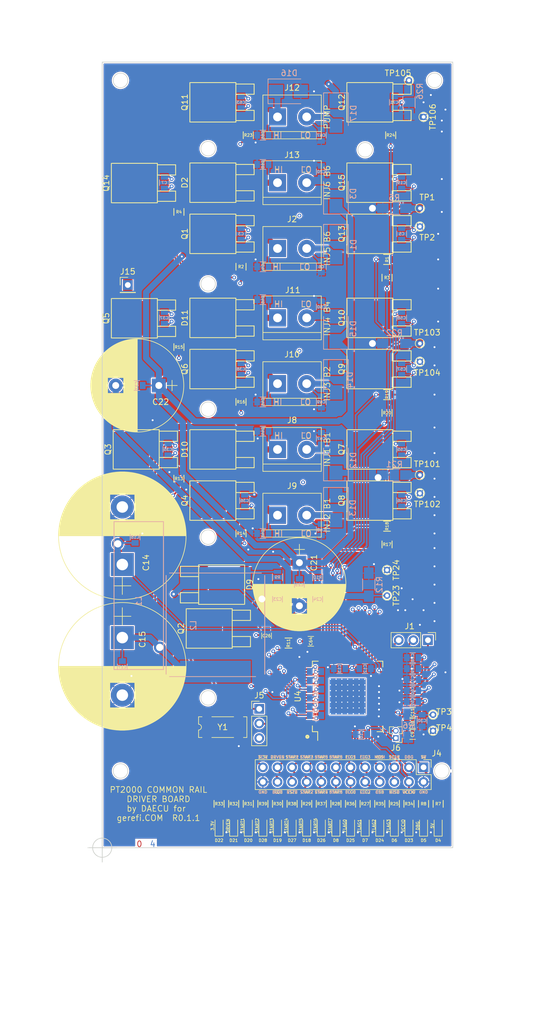
<source format=kicad_pcb>
(kicad_pcb (version 20171130) (host pcbnew "(5.1.5)-3")
  (title_block (title "Common Rail PT2000 board") (date 2020-05-15) (rev R0.1.1) (company http://gerefi.com/))
  (layers (0 F.Cu signal) (1 PWR_AN power) (2 GND power) (31 B.Cu signal) (34 B.Paste user) (35 F.Paste user) (36 B.SilkS user) (37 F.SilkS user) (38 B.Mask user) (39 F.Mask user) (44 Edge.Cuts user))
  (net 0 "")
  (net 1 GND)
  (net 2 /5V)
  (net 3 /3.3V)
  (net 4 /VCCIO)
  (net 5 /VCCP)
  (net 6 /Vbat)
  (net 7 /Vpwr)
  (net 8 /Vboost)
  (net 9 "Net-(C23-Pad1)")
  (net 10 "Net-(C24-Pad1)")
  (net 11 "Net-(C26-Pad2)")
  (net 12 "Net-(C35-Pad1)")
  (net 13 "Net-(C36-Pad1)")
  (net 14 "Net-(C37-Pad1)")
  (net 15 "Net-(C38-Pad1)")
  (net 16 "Net-(C39-Pad1)")
  (net 17 "Net-(C40-Pad1)")
  (net 18 "Net-(C41-Pad1)")
  (net 19 "Net-(C42-Pad1)")
  (net 20 "Net-(C55-Pad2)")
  (net 21 "Net-(C56-Pad2)")
  (net 22 "Net-(C57-Pad2)")
  (net 23 "Net-(C58-Pad2)")
  (net 24 "Net-(C63-Pad1)")
  (net 25 "Net-(C64-Pad2)")
  (net 26 "Net-(C71-Pad2)")
  (net 27 /START6)
  (net 28 /CSB)
  (net 29 /START5)
  (net 30 /MISO)
  (net 31 /START4)
  (net 32 /MOSI)
  (net 33 /START3)
  (net 34 /SCLK)
  (net 35 /START2)
  (net 36 /START1)
  (net 37 /RESETB)
  (net 38 /DRVEN)
  (net 39 /OA_1)
  (net 40 /OA_2)
  (net 41 /IRQB)
  (net 42 /FLAG_0)
  (net 43 /FLAG_1)
  (net 44 /FLAG_2)
  (net 45 "Net-(J5-Pad1)")
  (net 46 /VCC2P5)
  (net 47 /BANK1_BAT)
  (net 48 /INJ_B1_HIGH)
  (net 49 /BANK2_BAT)
  (net 50 /INJ_B2_HIGH)
  (net 51 /INJ1_LOW)
  (net 52 /INJ2_LOW)
  (net 53 /INJ3_LOW)
  (net 54 /INJ4_LOW)
  (net 55 /PUMP_HIGH)
  (net 56 /PUMP_LOW)
  (net 57 /CLK)
  (net 58 /DBG)
  (net 59 /P_SENSE_BOOST)
  (net 60 /P_B1_SENSE)
  (net 61 /P_B2_SENSE)
  (net 62 /P_SENSE_PUMP)
  (net 63 /G_L_BOOST)
  (net 64 /G_HB1_BAT)
  (net 65 /G_HB1_BST)
  (net 66 /G_HB2_BAT)
  (net 67 /G_HB2_BST)
  (net 68 /G_L_INJ1)
  (net 69 /G_L_INJ2)
  (net 70 /G_L_INJ3)
  (net 71 /G_L_INJ4)
  (net 72 /G_PUMP)
  (net 73 /Vbuck)
  (net 74 "Net-(C1-Pad1)")
  (net 75 "Net-(C2-Pad1)")
  (net 76 "Net-(C3-Pad1)")
  (net 77 "Net-(C5-Pad2)")
  (net 78 "Net-(C7-Pad1)")
  (net 79 "Net-(C19-Pad2)")
  (net 80 /START7)
  (net 81 /OA_3)
  (net 82 /FLAG_3)
  (net 83 /G_LS7)
  (net 84 /BANK3_BAT)
  (net 85 /P_B3_SENSE)
  (net 86 /INJ5_LOW)
  (net 87 /INJ6_LOW)
  (net 88 /G_L_INJ5)
  (net 89 /G_L_INJ6)
  (net 90 /P_SENSE_4)
  (net 91 "Net-(D4-Pad2)")
  (net 92 "Net-(D5-Pad2)")
  (net 93 "Net-(D6-Pad2)")
  (net 94 "Net-(D7-Pad2)")
  (net 95 "Net-(D8-Pad2)")
  (net 96 "Net-(D18-Pad2)")
  (net 97 "Net-(D19-Pad2)")
  (net 98 "Net-(D20-Pad2)")
  (net 99 "Net-(D21-Pad2)")
  (net 100 "Net-(D22-Pad2)")
  (net 101 "Net-(D23-Pad2)")
  (net 102 "Net-(D24-Pad2)")
  (net 103 "Net-(D25-Pad2)")
  (net 104 "Net-(D26-Pad2)")
  (net 105 "Net-(D27-Pad2)")
  (net 106 "Net-(D28-Pad2)")
  (net 107 /INJ_B3_HIGH)
  (net 108 /G_HB3_BST)
  (net 109 /G_HB3_BAT)
  (module Pin_Headers:Pin_Header_Straight_1x02_Pitch1.27mm (layer F.Cu) (at 157.734 151.13 180)
    (fp_text reference J6 (at 0 -1.695) (layer F.SilkS))
    (fp_text value CONN_01X03)
    (pad 1 thru_hole rect (at 0 0 180) (size 1 1) (drill 0.65) (layers *.Cu *.Mask) (net 4 /VCCIO))
    (pad 2 thru_hole oval (at 0 1.27 180) (size 1 1) (drill 0.65) (layers *.Cu *.Mask) (net 2 /5V))
  )
  (module Capacitors_ThroughHole:CP_Radial_D22.0mm_P10.00mm_SnapIn (layer F.Cu) (at 110.172 120.968 90)
    (fp_text reference C14 (at 0.3175 4.1275 90) (layer F.SilkS))
    (fp_text value 1000uF)
    (pad 1 thru_hole rect (at 0 0 90) (size 4 4) (drill 2) (layers *.Cu *.Mask) (net 6 /Vbat))
    (pad 2 thru_hole circle (at 10 0 90) (size 4 4) (drill 2) (layers *.Cu *.Mask) (net 1 GND))
  )
  (module Capacitors_ThroughHole:CP_Radial_D22.0mm_P10.00mm_SnapIn (layer F.Cu) (at 110.172 133.668 270)
    (fp_text reference C15 (at 0.3175 -3.4925 270) (layer F.SilkS))
    (fp_text value 1000uF)
    (pad 1 thru_hole rect (at 0 0 270) (size 4 4) (drill 2) (layers *.Cu *.Mask) (net 7 /Vpwr))
    (pad 2 thru_hole circle (at 10 0 270) (size 4 4) (drill 2) (layers *.Cu *.Mask) (net 1 GND))
  )
  (module Capacitors_ThroughHole:CP_Radial_D16.0mm_P7.50mm (layer F.Cu) (at 140.97 120.65 270)
    (fp_text reference C21 (at 0 -2.54 90) (layer F.SilkS))
    (fp_text value 390uF)
    (pad 1 thru_hole rect (at 0 0 270) (size 2.4 2.4) (drill 1.2) (layers *.Cu *.Mask) (net 8 /Vboost))
    (pad 2 thru_hole circle (at 7.5 0 270) (size 2.4 2.4) (drill 1.2) (layers *.Cu *.Mask) (net 59 /P_SENSE_BOOST))
  )
  (module Capacitors_ThroughHole:CP_Radial_D16.0mm_P7.50mm (layer F.Cu) (at 116.522 89.852 180)
    (fp_text reference C22 (at -0.3175 -2.8575) (layer F.SilkS))
    (fp_text value 390uF)
    (pad 1 thru_hole rect (at 0 0 180) (size 2.4 2.4) (drill 1.2) (layers *.Cu *.Mask) (net 8 /Vboost))
    (pad 2 thru_hole circle (at 7.5 0 180) (size 2.4 2.4) (drill 1.2) (layers *.Cu *.Mask) (net 59 /P_SENSE_BOOST))
  )
  (module gerefi_LIB:R_0805 (layer F.Cu) (at 156.21 67.945 180)
    (fp_text reference R1 (at 0 0 270) (layer F.SilkS) (effects (font (size 0.508 0.508) (thickness 0.1016))))
    (fp_text value 10R hide)
    (pad 1 smd rect (at -0.95 0 180) (size 0.7 1.3) (layers F.Cu F.Paste F.Mask) (net 77 "Net-(C5-Pad2)"))
    (pad 2 smd rect (at 0.95 0 180) (size 0.7 1.3) (layers F.Cu F.Paste F.Mask) (net 88 /G_L_INJ5))
  )
  (module gerefi_LIB:R_0805 (layer F.Cu) (at 130.81 69.215 270)
    (fp_text reference R2 (at 0 0) (layer F.SilkS) (effects (font (size 0.508 0.508) (thickness 0.1016))))
    (fp_text value 10R hide)
    (pad 1 smd rect (at -0.95 0 270) (size 0.7 1.3) (layers F.Cu F.Paste F.Mask) (net 76 "Net-(C3-Pad1)"))
    (pad 2 smd rect (at 0.95 0 270) (size 0.7 1.3) (layers F.Cu F.Paste F.Mask) (net 108 /G_HB3_BST))
  )
  (module gerefi_LIB:R_0805 (layer F.Cu) (at 120.015 59.69 270)
    (fp_text reference R4 (at 0 0) (layer F.SilkS) (effects (font (size 0.508 0.508) (thickness 0.1016))))
    (fp_text value 10R hide)
    (pad 1 smd rect (at -0.95 0 270) (size 0.7 1.3) (layers F.Cu F.Paste F.Mask) (net 78 "Net-(C7-Pad1)"))
    (pad 2 smd rect (at 0.95 0 270) (size 0.7 1.3) (layers F.Cu F.Paste F.Mask) (net 109 /G_HB3_BAT))
  )
  (module gerefi_LIB:C_0805 (layer B.Cu) (at 158.75 54.61 270)
    (fp_text reference C19 (at 0 0) (layer B.SilkS) (effects (font (size 0.508 0.508) (thickness 0.1016)) (justify mirror)))
    (fp_text value 1000pF hide)
    (pad 1 smd rect (at -1 0 270) (size 1 1.25) (layers B.Cu B.Paste B.Mask) (net 85 /P_B3_SENSE))
    (pad 2 smd rect (at 1 0 270) (size 1 1.25) (layers B.Cu B.Paste B.Mask) (net 79 "Net-(C19-Pad2)"))
  )
  (module gerefi_LIB:C_0805 (layer B.Cu) (at 158.75 63.5 270)
    (fp_text reference C5 (at 0 0) (layer B.SilkS) (effects (font (size 0.508 0.508) (thickness 0.1016)) (justify mirror)))
    (fp_text value 1000pF hide)
    (pad 1 smd rect (at -1 0 270) (size 1 1.25) (layers B.Cu B.Paste B.Mask) (net 85 /P_B3_SENSE))
    (pad 2 smd rect (at 1 0 270) (size 1 1.25) (layers B.Cu B.Paste B.Mask) (net 77 "Net-(C5-Pad2)"))
  )
  (module gerefi_LIB:C_0805 (layer B.Cu) (at 144.78 52.705 90)
    (fp_text reference C20 (at 0 0 180) (layer B.SilkS) (effects (font (size 0.508 0.508) (thickness 0.1016)) (justify mirror)))
    (fp_text value 4700pF hide)
    (pad 1 smd rect (at -1 0 90) (size 1 1.25) (layers B.Cu B.Paste B.Mask) (net 87 /INJ6_LOW))
    (pad 2 smd rect (at 1 0 90) (size 1 1.25) (layers B.Cu B.Paste B.Mask) (net 1 GND))
  )
  (module gerefi_LIB:C_0805 (layer B.Cu) (at 144.78 69.215 270)
    (fp_text reference C6 (at 0 0) (layer B.SilkS) (effects (font (size 0.508 0.508) (thickness 0.1016)) (justify mirror)))
    (fp_text value 4700pF hide)
    (pad 1 smd rect (at -1 0 270) (size 1 1.25) (layers B.Cu B.Paste B.Mask) (net 86 /INJ5_LOW))
    (pad 2 smd rect (at 1 0 270) (size 1 1.25) (layers B.Cu B.Paste B.Mask) (net 1 GND))
  )
  (module gerefi_LIB:C_0805 (layer B.Cu) (at 134.62 51.435 180)
    (fp_text reference C18 (at 0 0 270) (layer B.SilkS) (effects (font (size 0.508 0.508) (thickness 0.1016)) (justify mirror)))
    (fp_text value 4700pF hide)
    (pad 1 smd rect (at -1 0 180) (size 1 1.25) (layers B.Cu B.Paste B.Mask) (net 107 /INJ_B3_HIGH))
    (pad 2 smd rect (at 1 0 180) (size 1 1.25) (layers B.Cu B.Paste B.Mask) (net 1 GND))
  )
  (module gerefi_LIB:C_0805 (layer B.Cu) (at 134.62 69.215 180)
    (fp_text reference C4 (at 0 0 270) (layer B.SilkS) (effects (font (size 0.508 0.508) (thickness 0.1016)) (justify mirror)))
    (fp_text value 4700pF hide)
    (pad 1 smd rect (at -1 0 180) (size 1 1.25) (layers B.Cu B.Paste B.Mask) (net 107 /INJ_B3_HIGH))
    (pad 2 smd rect (at 1 0 180) (size 1 1.25) (layers B.Cu B.Paste B.Mask) (net 1 GND))
  )
  (module gerefi_LIB:C_0805 (layer B.Cu) (at 130.81 63.5 90)
    (fp_text reference C3 (at 0 0 180) (layer B.SilkS) (effects (font (size 0.508 0.508) (thickness 0.1016)) (justify mirror)))
    (fp_text value 1000pF hide)
    (pad 1 smd rect (at -1 0 90) (size 1 1.25) (layers B.Cu B.Paste B.Mask) (net 76 "Net-(C3-Pad1)"))
    (pad 2 smd rect (at 1 0 90) (size 1 1.25) (layers B.Cu B.Paste B.Mask) (net 107 /INJ_B3_HIGH))
  )
  (module gerefi_LIB:C_0805 (layer B.Cu) (at 117.475 54.61 90)
    (fp_text reference C7 (at 0 0 180) (layer B.SilkS) (effects (font (size 0.508 0.508) (thickness 0.1016)) (justify mirror)))
    (fp_text value 1000pF hide)
    (pad 1 smd rect (at -1 0 90) (size 1 1.25) (layers B.Cu B.Paste B.Mask) (net 78 "Net-(C7-Pad1)"))
    (pad 2 smd rect (at 1 0 90) (size 1 1.25) (layers B.Cu B.Paste B.Mask) (net 84 /BANK3_BAT))
  )
  (module Connect:PINTST (layer F.Cu) (at 161.925 62.23 270)
    (fp_text reference TP2 (at 1.905 -1.27) (layer F.SilkS))
    (fp_text value Conn_01x01)
    (pad 1 thru_hole circle (at 0 0 270) (size 1.143 1.143) (drill 0.635) (layers *.Cu *.Mask) (net 1 GND))
  )
  (module Connect:PINTST (layer F.Cu) (at 161.925 59.055 270)
    (fp_text reference TP1 (at -1.905 -1.27) (layer F.SilkS))
    (fp_text value Conn_01x01)
    (pad 1 thru_hole circle (at 0 0 270) (size 1.143 1.143) (drill 0.635) (layers *.Cu *.Mask) (net 85 /P_B3_SENSE))
  )
  (module Resistors_SMD:R_1206_HandSoldering (layer B.Cu) (at 157.48 59.055 180)
    (fp_text reference R5 (at 0 1.85 180) (layer B.SilkS) (effects (justify mirror)))
    (fp_text value 0R015)
    (pad 1 smd rect (at -2 0 180) (size 2 1.7) (layers B.Cu B.Paste B.Mask) (net 85 /P_B3_SENSE))
    (pad 2 smd rect (at 2 0 180) (size 2 1.7) (layers B.Cu B.Paste B.Mask) (net 1 GND))
  )
  (module TO_SOT_Packages_SMD:TO-252-2Lead (layer F.Cu) (at 158.75 54.61 90)
    (fp_text reference Q15 (at 0 -10.414 90) (layer F.SilkS))
    (fp_text value BUK9230-100B)
    (pad 1 smd rect (at -2.286 0 90) (size 1.651 3.048) (layers F.Cu F.Paste F.Mask) (net 79 "Net-(C19-Pad2)"))
    (pad 2 smd rect (at 0 -6.35 90) (size 6.096 6.096) (layers F.Cu F.Paste F.Mask) (net 87 /INJ6_LOW))
    (pad 3 smd rect (at 2.286 0 90) (size 1.651 3.048) (layers F.Cu F.Paste F.Mask) (net 85 /P_B3_SENSE))
  )
  (module TO_SOT_Packages_SMD:TO-252-2Lead (layer F.Cu) (at 158.75 63.5 90)
    (fp_text reference Q13 (at 0 -10.414 90) (layer F.SilkS))
    (fp_text value BUK9230-100B)
    (pad 1 smd rect (at -2.286 0 90) (size 1.651 3.048) (layers F.Cu F.Paste F.Mask) (net 77 "Net-(C5-Pad2)"))
    (pad 2 smd rect (at 0 -6.35 90) (size 6.096 6.096) (layers F.Cu F.Paste F.Mask) (net 86 /INJ5_LOW))
    (pad 3 smd rect (at 2.286 0 90) (size 1.651 3.048) (layers F.Cu F.Paste F.Mask) (net 85 /P_B3_SENSE))
  )
  (module TO_SOT_Packages_SMD:TO-252-2Lead (layer F.Cu) (at 131.445 63.5 90)
    (fp_text reference Q1 (at 0 -10.414 90) (layer F.SilkS))
    (fp_text value BUK9230-100B)
    (pad 1 smd rect (at -2.286 0 90) (size 1.651 3.048) (layers F.Cu F.Paste F.Mask) (net 76 "Net-(C3-Pad1)"))
    (pad 2 smd rect (at 0 -6.35 90) (size 6.096 6.096) (layers F.Cu F.Paste F.Mask) (net 8 /Vboost))
    (pad 3 smd rect (at 2.286 0 90) (size 1.651 3.048) (layers F.Cu F.Paste F.Mask) (net 107 /INJ_B3_HIGH))
  )
  (module TO_SOT_Packages_SMD:TO-252-2Lead (layer F.Cu) (at 117.792 54.6735 90)
    (fp_text reference Q14 (at 0 -10.414 90) (layer F.SilkS))
    (fp_text value BUK9230-100B)
    (pad 1 smd rect (at -2.286 0 90) (size 1.651 3.048) (layers F.Cu F.Paste F.Mask) (net 78 "Net-(C7-Pad1)"))
    (pad 2 smd rect (at 0 -6.35 90) (size 6.096 6.096) (layers F.Cu F.Paste F.Mask) (net 6 /Vbat))
    (pad 3 smd rect (at 2.286 0 90) (size 1.651 3.048) (layers F.Cu F.Paste F.Mask) (net 84 /BANK3_BAT))
  )
  (module Terminal_Blocks:TerminalBlock_bornier-2_P5.08mm (layer F.Cu) (at 137.16 54.61)
    (fp_text reference J13 (at 2.54 -4.826) (layer F.SilkS))
    (fp_text value INJ_Term)
    (pad 1 thru_hole rect (at 0 0) (size 3 3) (drill 1.52) (layers *.Cu *.Mask) (net 107 /INJ_B3_HIGH))
    (pad 2 thru_hole circle (at 5.08 0) (size 3 3) (drill 1.52) (layers *.Cu *.Mask) (net 87 /INJ6_LOW))
  )
  (module Terminal_Blocks:TerminalBlock_bornier-2_P5.08mm (layer F.Cu) (at 137.16 66.04)
    (fp_text reference J2 (at 2.54 -5.08) (layer F.SilkS))
    (fp_text value INJ_Term)
    (pad 1 thru_hole rect (at 0 0) (size 3 3) (drill 1.52) (layers *.Cu *.Mask) (net 107 /INJ_B3_HIGH))
    (pad 2 thru_hole circle (at 5.08 0) (size 3 3) (drill 1.52) (layers *.Cu *.Mask) (net 86 /INJ5_LOW))
  )
  (module Diodes_SMD:D_SMB (layer B.Cu) (at 147.32 56.515 90)
    (fp_text reference D3 (at 0 3 90) (layer B.SilkS) (effects (justify mirror)))
    (fp_text value STPS2H100UY)
    (pad 1 smd rect (at -2.15 0 90) (size 2.5 2.3) (layers B.Cu B.Paste B.Mask) (net 8 /Vboost))
    (pad 2 smd rect (at 2.15 0 90) (size 2.5 2.3) (layers B.Cu B.Paste B.Mask) (net 87 /INJ6_LOW))
  )
  (module Diodes_SMD:D_SMB (layer B.Cu) (at 147.32 65.405 270)
    (fp_text reference D1 (at 0 -3.048 270) (layer B.SilkS) (effects (justify mirror)))
    (fp_text value STPS2H100UY)
    (pad 1 smd rect (at -2.15 0 270) (size 2.5 2.3) (layers B.Cu B.Paste B.Mask) (net 8 /Vboost))
    (pad 2 smd rect (at 2.15 0 270) (size 2.5 2.3) (layers B.Cu B.Paste B.Mask) (net 86 /INJ5_LOW))
  )
  (module TO_SOT_Packages_SMD:TO-252-2Lead (layer F.Cu) (at 131.445 54.61 90)
    (fp_text reference D2 (at 0 -10.414 90) (layer F.SilkS))
    (fp_text value SBR10200CTL)
    (pad 1 smd rect (at -2.286 0 90) (size 1.651 3.048) (layers F.Cu F.Paste F.Mask) (net 1 GND))
    (pad 2 smd rect (at 0 -6.35 90) (size 6.096 6.096) (layers F.Cu F.Paste F.Mask) (net 107 /INJ_B3_HIGH))
    (pad 3 smd rect (at 2.286 0 90) (size 1.651 3.048) (layers F.Cu F.Paste F.Mask) (net 84 /BANK3_BAT))
  )
  (module gerefi_LIB:IHLP6767GZER100M01 (layer B.Cu) (at 126.365 131.445 270)
    (fp_text reference L2 (at 0.09906 3.85064 270) (layer B.SilkS) (effects (justify mirror)))
    (fp_text value 10uH hide)
    (pad 2 smd rect (at 8.1225 0 270) (size 3.825 12.32) (layers B.Cu B.Paste B.Mask) (net 7 /Vpwr))
    (pad 1 smd rect (at -8.1225 0 270) (size 3.825 12.32) (layers B.Cu B.Paste B.Mask) (net 73 /Vbuck))
  )
  (module TO_SOT_Packages_SMD:TO-252-2Lead (layer F.Cu) (at 121.92 124.46 270)
    (fp_text reference D9 (at 0 -10.414 270) (layer F.SilkS))
    (fp_text value FFD10UP20S)
    (pad 1 smd rect (at -2.286 0 270) (size 1.651 3.048) (layers F.Cu F.Paste F.Mask) (net 8 /Vboost))
    (pad 2 smd rect (at 0 -6.35 270) (size 6.096 6.096) (layers F.Cu F.Paste F.Mask) (net 8 /Vboost))
    (pad 3 smd rect (at 2.286 0 270) (size 1.651 3.048) (layers F.Cu F.Paste F.Mask) (net 73 /Vbuck))
  )
  (module TO_SOT_Packages_SMD:TO-252-2Lead (layer F.Cu) (at 131.445 100.965 90)
    (fp_text reference D10 (at 0 -10.414 90) (layer F.SilkS))
    (fp_text value SBR10200CTL)
    (pad 1 smd rect (at -2.286 0 90) (size 1.651 3.048) (layers F.Cu F.Paste F.Mask) (net 1 GND))
    (pad 2 smd rect (at 0 -6.35 90) (size 6.096 6.096) (layers F.Cu F.Paste F.Mask) (net 48 /INJ_B1_HIGH))
    (pad 3 smd rect (at 2.286 0 90) (size 1.651 3.048) (layers F.Cu F.Paste F.Mask) (net 47 /BANK1_BAT))
  )
  (module TO_SOT_Packages_SMD:TO-252-2Lead (layer F.Cu) (at 131.445 78.105 90)
    (fp_text reference D11 (at 0 -10.414 90) (layer F.SilkS))
    (fp_text value SBR10200CTL)
    (pad 1 smd rect (at -2.286 0 90) (size 1.651 3.048) (layers F.Cu F.Paste F.Mask) (net 1 GND))
    (pad 2 smd rect (at 0 -6.35 90) (size 6.096 6.096) (layers F.Cu F.Paste F.Mask) (net 50 /INJ_B2_HIGH))
    (pad 3 smd rect (at 2.286 0 90) (size 1.651 3.048) (layers F.Cu F.Paste F.Mask) (net 49 /BANK2_BAT))
  )
  (module Diodes_SMD:D_SMB (layer B.Cu) (at 147.32 102.87 90)
    (fp_text reference D12 (at 0 3 90) (layer B.SilkS) (effects (justify mirror)))
    (fp_text value STPS2H100UY)
    (pad 1 smd rect (at -2.15 0 90) (size 2.5 2.3) (layers B.Cu B.Paste B.Mask) (net 8 /Vboost))
    (pad 2 smd rect (at 2.15 0 90) (size 2.5 2.3) (layers B.Cu B.Paste B.Mask) (net 52 /INJ2_LOW))
  )
  (module Diodes_SMD:D_SMB (layer B.Cu) (at 147.32 111.125 270)
    (fp_text reference D13 (at 0 -2.921 270) (layer B.SilkS) (effects (justify mirror)))
    (fp_text value STPS2H100UY)
    (pad 1 smd rect (at -2.15 0 270) (size 2.5 2.3) (layers B.Cu B.Paste B.Mask) (net 8 /Vboost))
    (pad 2 smd rect (at 2.15 0 270) (size 2.5 2.3) (layers B.Cu B.Paste B.Mask) (net 51 /INJ1_LOW))
  )
  (module Diodes_SMD:D_SMB (layer B.Cu) (at 147.32 88.9 270)
    (fp_text reference D14 (at 0 -2.413 270) (layer B.SilkS) (effects (justify mirror)))
    (fp_text value STPS2H100UY)
    (pad 1 smd rect (at -2.15 0 270) (size 2.5 2.3) (layers B.Cu B.Paste B.Mask) (net 8 /Vboost))
    (pad 2 smd rect (at 2.15 0 270) (size 2.5 2.3) (layers B.Cu B.Paste B.Mask) (net 53 /INJ3_LOW))
  )
  (module Diodes_SMD:D_SMB (layer B.Cu) (at 147.32 80.01 90)
    (fp_text reference D15 (at 0 3 90) (layer B.SilkS) (effects (justify mirror)))
    (fp_text value STPS2H100UY)
    (pad 1 smd rect (at -2.15 0 90) (size 2.5 2.3) (layers B.Cu B.Paste B.Mask) (net 8 /Vboost))
    (pad 2 smd rect (at 2.15 0 90) (size 2.5 2.3) (layers B.Cu B.Paste B.Mask) (net 54 /INJ4_LOW))
  )
  (module Diodes_SMD:D_SMB (layer B.Cu) (at 139.065 38.735)
    (fp_text reference D16 (at 0.127 -3.175) (layer B.SilkS) (effects (justify mirror)))
    (fp_text value STPS2H100UY)
    (pad 1 smd rect (at -2.15 0) (size 2.5 2.3) (layers B.Cu B.Paste B.Mask) (net 55 /PUMP_HIGH))
    (pad 2 smd rect (at 2.15 0) (size 2.5 2.3) (layers B.Cu B.Paste B.Mask) (net 1 GND))
  )
  (module Diodes_SMD:D_SMB (layer B.Cu) (at 147.32 42.545 270)
    (fp_text reference D17 (at 0 -3.048 270) (layer B.SilkS) (effects (justify mirror)))
    (fp_text value STPS2H100UY)
    (pad 1 smd rect (at -2.15 0 270) (size 2.5 2.3) (layers B.Cu B.Paste B.Mask) (net 6 /Vbat))
    (pad 2 smd rect (at 2.15 0 270) (size 2.5 2.3) (layers B.Cu B.Paste B.Mask) (net 56 /PUMP_LOW))
  )
  (module Pin_Headers:Pin_Header_Straight_1x03_Pitch2.54mm (layer F.Cu) (at 133.985 146.05)
    (fp_text reference J5 (at 0 -2.33) (layer F.SilkS))
    (fp_text value CONN_01X03)
    (pad 1 thru_hole rect (at 0 0) (size 1.7 1.7) (drill 1) (layers *.Cu *.Mask) (net 45 "Net-(J5-Pad1)"))
    (pad 2 thru_hole oval (at 0 2.54) (size 1.7 1.7) (drill 1) (layers *.Cu *.Mask) (net 57 /CLK))
    (pad 3 thru_hole oval (at 0 5.08) (size 1.7 1.7) (drill 1) (layers *.Cu *.Mask))
  )
  (module Terminal_Blocks:TerminalBlock_bornier-2_P5.08mm (layer F.Cu) (at 137.16 100.965)
    (fp_text reference J8 (at 2.54 -5.08) (layer F.SilkS))
    (fp_text value INJ_Term)
    (pad 1 thru_hole rect (at 0 0) (size 3 3) (drill 1.52) (layers *.Cu *.Mask) (net 48 /INJ_B1_HIGH))
    (pad 2 thru_hole circle (at 5.08 0) (size 3 3) (drill 1.52) (layers *.Cu *.Mask) (net 52 /INJ2_LOW))
  )
  (module Terminal_Blocks:TerminalBlock_bornier-2_P5.08mm (layer F.Cu) (at 137.16 112.395)
    (fp_text reference J9 (at 2.54 -5.08) (layer F.SilkS))
    (fp_text value INJ_Term)
    (pad 1 thru_hole rect (at 0 0) (size 3 3) (drill 1.52) (layers *.Cu *.Mask) (net 48 /INJ_B1_HIGH))
    (pad 2 thru_hole circle (at 5.08 0) (size 3 3) (drill 1.52) (layers *.Cu *.Mask) (net 51 /INJ1_LOW))
  )
  (module Terminal_Blocks:TerminalBlock_bornier-2_P5.08mm (layer F.Cu) (at 137.16 89.535)
    (fp_text reference J10 (at 2.54 -5.08) (layer F.SilkS))
    (fp_text value INJ_Term)
    (pad 1 thru_hole rect (at 0 0) (size 3 3) (drill 1.52) (layers *.Cu *.Mask) (net 50 /INJ_B2_HIGH))
    (pad 2 thru_hole circle (at 5.08 0) (size 3 3) (drill 1.52) (layers *.Cu *.Mask) (net 53 /INJ3_LOW))
  )
  (module Terminal_Blocks:TerminalBlock_bornier-2_P5.08mm (layer F.Cu) (at 137.16 78.105)
    (fp_text reference J11 (at 2.667 -4.826) (layer F.SilkS))
    (fp_text value INJ_Term)
    (pad 1 thru_hole rect (at 0 0) (size 3 3) (drill 1.52) (layers *.Cu *.Mask) (net 50 /INJ_B2_HIGH))
    (pad 2 thru_hole circle (at 5.08 0) (size 3 3) (drill 1.52) (layers *.Cu *.Mask) (net 54 /INJ4_LOW))
  )
  (module Terminal_Blocks:TerminalBlock_bornier-2_P5.08mm (layer F.Cu) (at 137.16 43.18)
    (fp_text reference J12 (at 2.54 -5.08) (layer F.SilkS))
    (fp_text value INJ_Term)
    (pad 1 thru_hole rect (at 0 0) (size 3 3) (drill 1.52) (layers *.Cu *.Mask) (net 55 /PUMP_HIGH))
    (pad 2 thru_hole circle (at 5.08 0) (size 3 3) (drill 1.52) (layers *.Cu *.Mask) (net 56 /PUMP_LOW))
  )
  (module gerefi_LIB:744710610-Inductor (layer B.Cu) (at 113.03 126.365 90)
    (fp_text reference L1 (at -1 0 90) (layer B.SilkS) (effects (justify mirror)))
    (fp_text value 6uH hide)
    (pad 1 thru_hole circle (at -9 3.65 90) (size 2.032 2.032) (drill 1.27) (layers *.Cu *.Mask) (net 7 /Vpwr))
    (pad 2 thru_hole circle (at 9 -3.65 90) (size 2.032 2.032) (drill 1.27) (layers *.Cu *.Mask) (net 6 /Vbat))
  )
  (module TO_SOT_Packages_SMD:TO-252-2Lead (layer F.Cu) (at 130.81 132.08 90)
    (fp_text reference Q2 (at 0 -10.414 90) (layer F.SilkS))
    (fp_text value BUK9230-100B)
    (pad 1 smd rect (at -2.286 0 90) (size 1.651 3.048) (layers F.Cu F.Paste F.Mask) (net 11 "Net-(C26-Pad2)"))
    (pad 2 smd rect (at 0 -6.35 90) (size 6.096 6.096) (layers F.Cu F.Paste F.Mask) (net 73 /Vbuck))
    (pad 3 smd rect (at 2.286 0 90) (size 1.651 3.048) (layers F.Cu F.Paste F.Mask) (net 59 /P_SENSE_BOOST))
  )
  (module TO_SOT_Packages_SMD:TO-252-2Lead (layer F.Cu) (at 118.11 100.965 90)
    (fp_text reference Q3 (at 0 -10.414 90) (layer F.SilkS))
    (fp_text value BUK9230-100B)
    (pad 1 smd rect (at -2.286 0 90) (size 1.651 3.048) (layers F.Cu F.Paste F.Mask) (net 12 "Net-(C35-Pad1)"))
    (pad 2 smd rect (at 0 -6.35 90) (size 6.096 6.096) (layers F.Cu F.Paste F.Mask) (net 6 /Vbat))
    (pad 3 smd rect (at 2.286 0 90) (size 1.651 3.048) (layers F.Cu F.Paste F.Mask) (net 47 /BANK1_BAT))
  )
  (module TO_SOT_Packages_SMD:TO-252-2Lead (layer F.Cu) (at 131.445 109.855 90)
    (fp_text reference Q4 (at 0 -10.414 90) (layer F.SilkS))
    (fp_text value BUK9230-100B)
    (pad 1 smd rect (at -2.286 0 90) (size 1.651 3.048) (layers F.Cu F.Paste F.Mask) (net 13 "Net-(C36-Pad1)"))
    (pad 2 smd rect (at 0 -6.35 90) (size 6.096 6.096) (layers F.Cu F.Paste F.Mask) (net 8 /Vboost))
    (pad 3 smd rect (at 2.286 0 90) (size 1.651 3.048) (layers F.Cu F.Paste F.Mask) (net 48 /INJ_B1_HIGH))
  )
  (module TO_SOT_Packages_SMD:TO-252-2Lead (layer F.Cu) (at 117.792 78.1685 90)
    (fp_text reference Q5 (at 0 -10.414 90) (layer F.SilkS))
    (fp_text value BUK9230-100B)
    (pad 1 smd rect (at -2.286 0 90) (size 1.651 3.048) (layers F.Cu F.Paste F.Mask) (net 14 "Net-(C37-Pad1)"))
    (pad 2 smd rect (at 0 -6.35 90) (size 6.096 6.096) (layers F.Cu F.Paste F.Mask) (net 6 /Vbat))
    (pad 3 smd rect (at 2.286 0 90) (size 1.651 3.048) (layers F.Cu F.Paste F.Mask) (net 49 /BANK2_BAT))
  )
  (module TO_SOT_Packages_SMD:TO-252-2Lead (layer F.Cu) (at 131.445 86.995 90)
    (fp_text reference Q6 (at 0 -10.414 90) (layer F.SilkS))
    (fp_text value BUK9230-100B)
    (pad 1 smd rect (at -2.286 0 90) (size 1.651 3.048) (layers F.Cu F.Paste F.Mask) (net 15 "Net-(C38-Pad1)"))
    (pad 2 smd rect (at 0 -6.35 90) (size 6.096 6.096) (layers F.Cu F.Paste F.Mask) (net 8 /Vboost))
    (pad 3 smd rect (at 2.286 0 90) (size 1.651 3.048) (layers F.Cu F.Paste F.Mask) (net 50 /INJ_B2_HIGH))
  )
  (module TO_SOT_Packages_SMD:TO-252-2Lead (layer F.Cu) (at 158.75 100.965 90)
    (fp_text reference Q7 (at 0 -10.414 90) (layer F.SilkS))
    (fp_text value BUK9230-100B)
    (pad 1 smd rect (at -2.286 0 90) (size 1.651 3.048) (layers F.Cu F.Paste F.Mask) (net 20 "Net-(C55-Pad2)"))
    (pad 2 smd rect (at 0 -6.35 90) (size 6.096 6.096) (layers F.Cu F.Paste F.Mask) (net 52 /INJ2_LOW))
    (pad 3 smd rect (at 2.286 0 90) (size 1.651 3.048) (layers F.Cu F.Paste F.Mask) (net 60 /P_B1_SENSE))
  )
  (module TO_SOT_Packages_SMD:TO-252-2Lead (layer F.Cu) (at 158.75 109.855 90)
    (fp_text reference Q8 (at 0 -10.414 90) (layer F.SilkS))
    (fp_text value BUK9230-100B)
    (pad 1 smd rect (at -2.286 0 90) (size 1.651 3.048) (layers F.Cu F.Paste F.Mask) (net 21 "Net-(C56-Pad2)"))
    (pad 2 smd rect (at 0 -6.35 90) (size 6.096 6.096) (layers F.Cu F.Paste F.Mask) (net 51 /INJ1_LOW))
    (pad 3 smd rect (at 2.286 0 90) (size 1.651 3.048) (layers F.Cu F.Paste F.Mask) (net 60 /P_B1_SENSE))
  )
  (module TO_SOT_Packages_SMD:TO-252-2Lead (layer F.Cu) (at 158.75 86.995 90)
    (fp_text reference Q9 (at 0 -10.414 90) (layer F.SilkS))
    (fp_text value BUK9230-100B)
    (pad 1 smd rect (at -2.286 0 90) (size 1.651 3.048) (layers F.Cu F.Paste F.Mask) (net 22 "Net-(C57-Pad2)"))
    (pad 2 smd rect (at 0 -6.35 90) (size 6.096 6.096) (layers F.Cu F.Paste F.Mask) (net 53 /INJ3_LOW))
    (pad 3 smd rect (at 2.286 0 90) (size 1.651 3.048) (layers F.Cu F.Paste F.Mask) (net 61 /P_B2_SENSE))
  )
  (module TO_SOT_Packages_SMD:TO-252-2Lead (layer F.Cu) (at 158.75 78.105 90)
    (fp_text reference Q10 (at 0 -10.414 90) (layer F.SilkS))
    (fp_text value BUK9230-100B)
    (pad 1 smd rect (at -2.286 0 90) (size 1.651 3.048) (layers F.Cu F.Paste F.Mask) (net 23 "Net-(C58-Pad2)"))
    (pad 2 smd rect (at 0 -6.35 90) (size 6.096 6.096) (layers F.Cu F.Paste F.Mask) (net 54 /INJ4_LOW))
    (pad 3 smd rect (at 2.286 0 90) (size 1.651 3.048) (layers F.Cu F.Paste F.Mask) (net 61 /P_B2_SENSE))
  )
  (module TO_SOT_Packages_SMD:TO-252-2Lead (layer F.Cu) (at 131.445 40.64 90)
    (fp_text reference Q11 (at 0 -10.414 90) (layer F.SilkS))
    (fp_text value BUK9230-100B)
    (pad 1 smd rect (at -2.286 0 90) (size 1.651 3.048) (layers F.Cu F.Paste F.Mask) (net 24 "Net-(C63-Pad1)"))
    (pad 2 smd rect (at 0 -6.35 90) (size 6.096 6.096) (layers F.Cu F.Paste F.Mask) (net 6 /Vbat))
    (pad 3 smd rect (at 2.286 0 90) (size 1.651 3.048) (layers F.Cu F.Paste F.Mask) (net 55 /PUMP_HIGH))
  )
  (module TO_SOT_Packages_SMD:TO-252-2Lead (layer F.Cu) (at 158.75 40.64 90)
    (fp_text reference Q12 (at 0 -10.414 90) (layer F.SilkS))
    (fp_text value BUK9230-100B)
    (pad 1 smd rect (at -2.286 0 90) (size 1.651 3.048) (layers F.Cu F.Paste F.Mask) (net 26 "Net-(C71-Pad2)"))
    (pad 2 smd rect (at 0 -6.35 90) (size 6.096 6.096) (layers F.Cu F.Paste F.Mask) (net 56 /PUMP_LOW))
    (pad 3 smd rect (at 2.286 0 90) (size 1.651 3.048) (layers F.Cu F.Paste F.Mask) (net 62 /P_SENSE_PUMP))
  )
  (module Resistors_SMD:R_1206_HandSoldering (layer B.Cu) (at 153.035 124.46 90)
    (fp_text reference R12 (at 0 1.85 90) (layer B.SilkS) (effects (justify mirror)))
    (fp_text value 0R010)
    (pad 1 smd rect (at -2 0 90) (size 2 1.7) (layers B.Cu B.Paste B.Mask) (net 59 /P_SENSE_BOOST))
    (pad 2 smd rect (at 2 0 90) (size 2 1.7) (layers B.Cu B.Paste B.Mask) (net 1 GND))
  )
  (module Resistors_SMD:R_1206_HandSoldering (layer B.Cu) (at 157.48 105.41 180)
    (fp_text reference R21 (at 0 1.85 180) (layer B.SilkS) (effects (justify mirror)))
    (fp_text value 0R015)
    (pad 1 smd rect (at -2 0 180) (size 2 1.7) (layers B.Cu B.Paste B.Mask) (net 60 /P_B1_SENSE))
    (pad 2 smd rect (at 2 0 180) (size 2 1.7) (layers B.Cu B.Paste B.Mask) (net 1 GND))
  )
  (module Resistors_SMD:R_1206_HandSoldering (layer B.Cu) (at 157.48 82.55 180)
    (fp_text reference R22 (at 0 1.85 180) (layer B.SilkS) (effects (justify mirror)))
    (fp_text value 0R015)
    (pad 1 smd rect (at -2 0 180) (size 2 1.7) (layers B.Cu B.Paste B.Mask) (net 61 /P_B2_SENSE))
    (pad 2 smd rect (at 2 0 180) (size 2 1.7) (layers B.Cu B.Paste B.Mask) (net 1 GND))
  )
  (module Resistors_SMD:R_1206_HandSoldering (layer B.Cu) (at 160.02 40.64 270)
    (fp_text reference R26 (at -1.905 -1.905 270) (layer B.SilkS) (effects (justify mirror)))
    (fp_text value 0R015)
    (pad 1 smd rect (at -2 0 270) (size 2 1.7) (layers B.Cu B.Paste B.Mask) (net 62 /P_SENSE_PUMP))
    (pad 2 smd rect (at 2 0 270) (size 2 1.7) (layers B.Cu B.Paste B.Mask) (net 1 GND))
  )
  (module Connect:PINTST (layer F.Cu) (at 156.21 126.365 270)
    (fp_text reference TP23 (at 0 -1.6 270) (layer F.SilkS))
    (fp_text value Conn_01x01)
    (pad 1 thru_hole circle (at 0 0 270) (size 1.143 1.143) (drill 0.635) (layers *.Cu *.Mask) (net 59 /P_SENSE_BOOST))
  )
  (module Connect:PINTST (layer F.Cu) (at 156.21 121.92 270)
    (fp_text reference TP24 (at 0 -1.6 270) (layer F.SilkS))
    (fp_text value Conn_01x01)
    (pad 1 thru_hole circle (at 0 0 270) (size 1.143 1.143) (drill 0.635) (layers *.Cu *.Mask) (net 1 GND))
  )
  (module Connect:PINTST (layer F.Cu) (at 161.925 105.41 270)
    (fp_text reference TP101 (at -1.905 -1.27) (layer F.SilkS))
    (fp_text value Conn_01x01)
    (pad 1 thru_hole circle (at 0 0 270) (size 1.143 1.143) (drill 0.635) (layers *.Cu *.Mask) (net 60 /P_B1_SENSE))
  )
  (module Connect:PINTST (layer F.Cu) (at 161.925 108.585 270)
    (fp_text reference TP102 (at 1.905 -1.27) (layer F.SilkS))
    (fp_text value Conn_01x01)
    (pad 1 thru_hole circle (at 0 0 270) (size 1.143 1.143) (drill 0.635) (layers *.Cu *.Mask) (net 1 GND))
  )
  (module Connect:PINTST (layer F.Cu) (at 161.925 82.55 270)
    (fp_text reference TP103 (at -1.905 -1.27) (layer F.SilkS))
    (fp_text value Conn_01x01)
    (pad 1 thru_hole circle (at 0 0 270) (size 1.143 1.143) (drill 0.635) (layers *.Cu *.Mask) (net 61 /P_B2_SENSE))
  )
  (module Connect:PINTST (layer F.Cu) (at 161.925 85.725 270)
    (fp_text reference TP104 (at 1.905 -1.27) (layer F.SilkS))
    (fp_text value Conn_01x01)
    (pad 1 thru_hole circle (at 0 0 270) (size 1.143 1.143) (drill 0.635) (layers *.Cu *.Mask) (net 1 GND))
  )
  (module Connect:PINTST (layer F.Cu) (at 160.02 36.83 270)
    (fp_text reference TP105 (at -1.27 1.905) (layer F.SilkS))
    (fp_text value Conn_01x01)
    (pad 1 thru_hole circle (at 0 0 270) (size 1.143 1.143) (drill 0.635) (layers *.Cu *.Mask) (net 62 /P_SENSE_PUMP))
  )
  (module Connect:PINTST (layer F.Cu) (at 162.56 43.18 270)
    (fp_text reference TP106 (at 0 -1.6 270) (layer F.SilkS))
    (fp_text value Conn_01x01)
    (pad 1 thru_hole circle (at 0 0 270) (size 1.143 1.143) (drill 0.635) (layers *.Cu *.Mask) (net 1 GND))
  )
  (module Crystals:Crystal_SMD_SeikoEpson_MC306-4pin_8.0x3.2mm (layer F.Cu) (at 127.635 149.225)
    (fp_text reference Y1 (at 0 0) (layer F.SilkS))
    (fp_text value 1MHz)
    (pad 1 smd rect (at -2.75 1.6) (size 1.3 1.9) (layers F.Cu F.Paste F.Mask) (net 3 /3.3V))
    (pad 2 smd rect (at 2.75 1.6) (size 1.3 1.9) (layers F.Cu F.Paste F.Mask) (net 1 GND))
    (pad 3 smd rect (at 2.75 -1.6) (size 1.3 1.9) (layers F.Cu F.Paste F.Mask) (net 45 "Net-(J5-Pad1)"))
    (pad 4 smd rect (at -2.75 -1.6) (size 1.3 1.9) (layers F.Cu F.Paste F.Mask) (net 3 /3.3V))
  )
  (module gerefi_LIB:C_0805 (layer F.Cu) (at 160.655 148.59)
    (fp_text reference C8 (at 0 0 90) (layer F.SilkS) (effects (font (size 0.508 0.508) (thickness 0.1016))))
    (fp_text value 0.1uF hide)
    (pad 1 smd rect (at -1 0) (size 1 1.25) (layers F.Cu F.Paste F.Mask) (net 46 /VCC2P5))
    (pad 2 smd rect (at 1 0) (size 1 1.25) (layers F.Cu F.Paste F.Mask) (net 1 GND))
  )
  (module gerefi_LIB:C_0805 (layer F.Cu) (at 160.655 150.495)
    (fp_text reference C9 (at 0 0 90) (layer F.SilkS) (effects (font (size 0.508 0.508) (thickness 0.1016))))
    (fp_text value 1uF hide)
    (pad 1 smd rect (at -1 0) (size 1 1.25) (layers F.Cu F.Paste F.Mask) (net 46 /VCC2P5))
    (pad 2 smd rect (at 1 0) (size 1 1.25) (layers F.Cu F.Paste F.Mask) (net 1 GND))
  )
  (module gerefi_LIB:C_0805 (layer B.Cu) (at 151.765 150.495 180)
    (fp_text reference C10 (at 0 0 90) (layer B.SilkS) (effects (font (size 0.508 0.508) (thickness 0.1016)) (justify mirror)))
    (fp_text value 0.1uF hide)
    (pad 1 smd rect (at -1 0 180) (size 1 1.25) (layers B.Cu B.Paste B.Mask) (net 4 /VCCIO))
    (pad 2 smd rect (at 1 0 180) (size 1 1.25) (layers B.Cu B.Paste B.Mask) (net 1 GND))
  )
  (module gerefi_LIB:C_0805 (layer F.Cu) (at 160.655 146.685)
    (fp_text reference C11 (at 0 0 90) (layer F.SilkS) (effects (font (size 0.508 0.508) (thickness 0.1016))))
    (fp_text value 0.1uF hide)
    (pad 1 smd rect (at -1 0) (size 1 1.25) (layers F.Cu F.Paste F.Mask) (net 2 /5V))
    (pad 2 smd rect (at 1 0) (size 1 1.25) (layers F.Cu F.Paste F.Mask) (net 1 GND))
  )
  (module gerefi_LIB:C_0805 (layer B.Cu) (at 152.4 139.065)
    (fp_text reference C12 (at 0 0 270) (layer B.SilkS) (effects (font (size 0.508 0.508) (thickness 0.1016)) (justify mirror)))
    (fp_text value 4.7uF hide)
    (pad 1 smd rect (at -1 0) (size 1 1.25) (layers B.Cu B.Paste B.Mask) (net 5 /VCCP))
    (pad 2 smd rect (at 1 0) (size 1 1.25) (layers B.Cu B.Paste B.Mask) (net 1 GND))
  )
  (module gerefi_LIB:C_0805 (layer B.Cu) (at 147.955 139.065 180)
    (fp_text reference C13 (at 0 0 90) (layer B.SilkS) (effects (font (size 0.508 0.508) (thickness 0.1016)) (justify mirror)))
    (fp_text value 0.1uF hide)
    (pad 1 smd rect (at -1 0 180) (size 1 1.25) (layers B.Cu B.Paste B.Mask) (net 5 /VCCP))
    (pad 2 smd rect (at 1 0 180) (size 1 1.25) (layers B.Cu B.Paste B.Mask) (net 1 GND))
  )
  (module gerefi_LIB:C_0805 (layer B.Cu) (at 112.395 116.205 90)
    (fp_text reference C16 (at 0 0) (layer B.SilkS) (effects (font (size 0.508 0.508) (thickness 0.1016)) (justify mirror)))
    (fp_text value 0.22uF hide)
    (pad 1 smd rect (at -1 0 90) (size 1 1.25) (layers B.Cu B.Paste B.Mask) (net 6 /Vbat))
    (pad 2 smd rect (at 1 0 90) (size 1 1.25) (layers B.Cu B.Paste B.Mask) (net 1 GND))
  )
  (module gerefi_LIB:C_0805 (layer B.Cu) (at 110.172 138.748 270)
    (fp_text reference C17 (at 0 0 180) (layer B.SilkS) (effects (font (size 0.508 0.508) (thickness 0.1016)) (justify mirror)))
    (fp_text value 0.22uF hide)
    (pad 1 smd rect (at -1 0 270) (size 1 1.25) (layers B.Cu B.Paste B.Mask) (net 7 /Vpwr))
    (pad 2 smd rect (at 1 0 270) (size 1 1.25) (layers B.Cu B.Paste B.Mask) (net 1 GND))
  )
  (module gerefi_LIB:C_0805 (layer B.Cu) (at 137.16 127 270)
    (fp_text reference C23 (at 0 0 180) (layer B.SilkS) (effects (font (size 0.508 0.508) (thickness 0.1016)) (justify mirror)))
    (fp_text value 330pF hide)
    (pad 1 smd rect (at -1 0 270) (size 1 1.25) (layers B.Cu B.Paste B.Mask) (net 9 "Net-(C23-Pad1)"))
    (pad 2 smd rect (at 1 0 270) (size 1 1.25) (layers B.Cu B.Paste B.Mask) (net 59 /P_SENSE_BOOST))
  )
  (module gerefi_LIB:C_0805 (layer B.Cu) (at 144.145 127 270)
    (fp_text reference C24 (at 0 0 180) (layer B.SilkS) (effects (font (size 0.508 0.508) (thickness 0.1016)) (justify mirror)))
    (fp_text value 330pF hide)
    (pad 1 smd rect (at -1 0 270) (size 1 1.25) (layers B.Cu B.Paste B.Mask) (net 10 "Net-(C24-Pad1)"))
    (pad 2 smd rect (at 1 0 270) (size 1 1.25) (layers B.Cu B.Paste B.Mask) (net 59 /P_SENSE_BOOST))
  )
  (module gerefi_LIB:C_0805 (layer B.Cu) (at 140.97 124.46 270)
    (fp_text reference C25 (at 0 0 180) (layer B.SilkS) (effects (font (size 0.508 0.508) (thickness 0.1016)) (justify mirror)))
    (fp_text value 0.22uF hide)
    (pad 1 smd rect (at -1 0 270) (size 1 1.25) (layers B.Cu B.Paste B.Mask) (net 8 /Vboost))
    (pad 2 smd rect (at 1 0 270) (size 1 1.25) (layers B.Cu B.Paste B.Mask) (net 59 /P_SENSE_BOOST))
  )
  (module gerefi_LIB:C_0805 (layer B.Cu) (at 112.712 89.852 180)
    (fp_text reference C27 (at 0 0 90) (layer B.SilkS) (effects (font (size 0.508 0.508) (thickness 0.1016)) (justify mirror)))
    (fp_text value 0.22uF hide)
    (pad 1 smd rect (at -1 0 180) (size 1 1.25) (layers B.Cu B.Paste B.Mask) (net 8 /Vboost))
    (pad 2 smd rect (at 1 0 180) (size 1 1.25) (layers B.Cu B.Paste B.Mask) (net 59 /P_SENSE_BOOST))
  )
  (module gerefi_LIB:C_0805 (layer B.Cu) (at 160.655 137.16 180)
    (fp_text reference C28 (at 0 0 90) (layer B.SilkS) (effects (font (size 0.508 0.508) (thickness 0.1016)) (justify mirror)))
    (fp_text value 330pF hide)
    (pad 1 smd rect (at -1 0 180) (size 1 1.25) (layers B.Cu B.Paste B.Mask) (net 59 /P_SENSE_BOOST))
    (pad 2 smd rect (at 1 0 180) (size 1 1.25) (layers B.Cu B.Paste B.Mask) (net 1 GND))
  )
  (module gerefi_LIB:C_0805 (layer B.Cu) (at 118.11 100.965 90)
    (fp_text reference C35 (at 0 0) (layer B.SilkS) (effects (font (size 0.508 0.508) (thickness 0.1016)) (justify mirror)))
    (fp_text value 1000pF hide)
    (pad 1 smd rect (at -1 0 90) (size 1 1.25) (layers B.Cu B.Paste B.Mask) (net 12 "Net-(C35-Pad1)"))
    (pad 2 smd rect (at 1 0 90) (size 1 1.25) (layers B.Cu B.Paste B.Mask) (net 47 /BANK1_BAT))
  )
  (module gerefi_LIB:C_0805 (layer B.Cu) (at 131.445 109.855 90)
    (fp_text reference C36 (at 0 0) (layer B.SilkS) (effects (font (size 0.508 0.508) (thickness 0.1016)) (justify mirror)))
    (fp_text value 1000pF hide)
    (pad 1 smd rect (at -1 0 90) (size 1 1.25) (layers B.Cu B.Paste B.Mask) (net 13 "Net-(C36-Pad1)"))
    (pad 2 smd rect (at 1 0 90) (size 1 1.25) (layers B.Cu B.Paste B.Mask) (net 48 /INJ_B1_HIGH))
  )
  (module gerefi_LIB:C_0805 (layer B.Cu) (at 117.475 78.105 90)
    (fp_text reference C37 (at 0 0) (layer B.SilkS) (effects (font (size 0.508 0.508) (thickness 0.1016)) (justify mirror)))
    (fp_text value 1000pF hide)
    (pad 1 smd rect (at -1 0 90) (size 1 1.25) (layers B.Cu B.Paste B.Mask) (net 14 "Net-(C37-Pad1)"))
    (pad 2 smd rect (at 1 0 90) (size 1 1.25) (layers B.Cu B.Paste B.Mask) (net 49 /BANK2_BAT))
  )
  (module gerefi_LIB:C_0805 (layer B.Cu) (at 130.81 86.995 90)
    (fp_text reference C38 (at 0 0) (layer B.SilkS) (effects (font (size 0.508 0.508) (thickness 0.1016)) (justify mirror)))
    (fp_text value 1000pF hide)
    (pad 1 smd rect (at -1 0 90) (size 1 1.25) (layers B.Cu B.Paste B.Mask) (net 15 "Net-(C38-Pad1)"))
    (pad 2 smd rect (at 1 0 90) (size 1 1.25) (layers B.Cu B.Paste B.Mask) (net 50 /INJ_B2_HIGH))
  )
  (module gerefi_LIB:C_0805 (layer B.Cu) (at 143.764 147.193)
    (fp_text reference C39 (at 0 0 270) (layer B.SilkS) (effects (font (size 0.508 0.508) (thickness 0.1016)) (justify mirror)))
    (fp_text value 0.33uF hide)
    (pad 1 smd rect (at -1 0) (size 1 1.25) (layers B.Cu B.Paste B.Mask) (net 16 "Net-(C39-Pad1)"))
    (pad 2 smd rect (at 1 0) (size 1 1.25) (layers B.Cu B.Paste B.Mask) (net 47 /BANK1_BAT))
  )
  (module gerefi_LIB:C_0805 (layer B.Cu) (at 143.764 145.669)
    (fp_text reference C40 (at 0 0 270) (layer B.SilkS) (effects (font (size 0.508 0.508) (thickness 0.1016)) (justify mirror)))
    (fp_text value 0.33uF hide)
    (pad 1 smd rect (at -1 0) (size 1 1.25) (layers B.Cu B.Paste B.Mask) (net 17 "Net-(C40-Pad1)"))
    (pad 2 smd rect (at 1 0) (size 1 1.25) (layers B.Cu B.Paste B.Mask) (net 48 /INJ_B1_HIGH))
  )
  (module gerefi_LIB:C_0805 (layer B.Cu) (at 143.764 144.145)
    (fp_text reference C41 (at 0 0 270) (layer B.SilkS) (effects (font (size 0.508 0.508) (thickness 0.1016)) (justify mirror)))
    (fp_text value 0.33uF hide)
    (pad 1 smd rect (at -1 0) (size 1 1.25) (layers B.Cu B.Paste B.Mask) (net 18 "Net-(C41-Pad1)"))
    (pad 2 smd rect (at 1 0) (size 1 1.25) (layers B.Cu B.Paste B.Mask) (net 49 /BANK2_BAT))
  )
  (module gerefi_LIB:C_0805 (layer B.Cu) (at 143.764 142.621)
    (fp_text reference C42 (at 0 0 270) (layer B.SilkS) (effects (font (size 0.508 0.508) (thickness 0.1016)) (justify mirror)))
    (fp_text value 0.33uF hide)
    (pad 1 smd rect (at -1 0) (size 1 1.25) (layers B.Cu B.Paste B.Mask) (net 19 "Net-(C42-Pad1)"))
    (pad 2 smd rect (at 1 0) (size 1 1.25) (layers B.Cu B.Paste B.Mask) (net 50 /INJ_B2_HIGH))
  )
  (module gerefi_LIB:C_0805 (layer B.Cu) (at 134.62 115.57 180)
    (fp_text reference C43 (at 0 0 90) (layer B.SilkS) (effects (font (size 0.508 0.508) (thickness 0.1016)) (justify mirror)))
    (fp_text value 4700pF hide)
    (pad 1 smd rect (at -1 0 180) (size 1 1.25) (layers B.Cu B.Paste B.Mask) (net 48 /INJ_B1_HIGH))
    (pad 2 smd rect (at 1 0 180) (size 1 1.25) (layers B.Cu B.Paste B.Mask) (net 1 GND))
  )
  (module gerefi_LIB:C_0805 (layer B.Cu) (at 134.62 97.79 180)
    (fp_text reference C44 (at 0 0 90) (layer B.SilkS) (effects (font (size 0.508 0.508) (thickness 0.1016)) (justify mirror)))
    (fp_text value 4700pF hide)
    (pad 1 smd rect (at -1 0 180) (size 1 1.25) (layers B.Cu B.Paste B.Mask) (net 48 /INJ_B1_HIGH))
    (pad 2 smd rect (at 1 0 180) (size 1 1.25) (layers B.Cu B.Paste B.Mask) (net 1 GND))
  )
  (module gerefi_LIB:C_0805 (layer B.Cu) (at 134.62 92.71 180)
    (fp_text reference C45 (at 0 0 90) (layer B.SilkS) (effects (font (size 0.508 0.508) (thickness 0.1016)) (justify mirror)))
    (fp_text value 4700pF hide)
    (pad 1 smd rect (at -1 0 180) (size 1 1.25) (layers B.Cu B.Paste B.Mask) (net 50 /INJ_B2_HIGH))
    (pad 2 smd rect (at 1 0 180) (size 1 1.25) (layers B.Cu B.Paste B.Mask) (net 1 GND))
  )
  (module gerefi_LIB:C_0805 (layer B.Cu) (at 134.62 74.93 180)
    (fp_text reference C46 (at 0 0 90) (layer B.SilkS) (effects (font (size 0.508 0.508) (thickness 0.1016)) (justify mirror)))
    (fp_text value 4700pF hide)
    (pad 1 smd rect (at -1 0 180) (size 1 1.25) (layers B.Cu B.Paste B.Mask) (net 50 /INJ_B2_HIGH))
    (pad 2 smd rect (at 1 0 180) (size 1 1.25) (layers B.Cu B.Paste B.Mask) (net 1 GND))
  )
  (module gerefi_LIB:C_0805 (layer B.Cu) (at 144.78 99.06 90)
    (fp_text reference C47 (at 0 0) (layer B.SilkS) (effects (font (size 0.508 0.508) (thickness 0.1016)) (justify mirror)))
    (fp_text value 4700pF hide)
    (pad 1 smd rect (at -1 0 90) (size 1 1.25) (layers B.Cu B.Paste B.Mask) (net 52 /INJ2_LOW))
    (pad 2 smd rect (at 1 0 90) (size 1 1.25) (layers B.Cu B.Paste B.Mask) (net 1 GND))
  )
  (module gerefi_LIB:C_0805 (layer B.Cu) (at 144.78 114.935 270)
    (fp_text reference C48 (at 0 0 180) (layer B.SilkS) (effects (font (size 0.508 0.508) (thickness 0.1016)) (justify mirror)))
    (fp_text value 4700pF hide)
    (pad 1 smd rect (at -1 0 270) (size 1 1.25) (layers B.Cu B.Paste B.Mask) (net 51 /INJ1_LOW))
    (pad 2 smd rect (at 1 0 270) (size 1 1.25) (layers B.Cu B.Paste B.Mask) (net 1 GND))
  )
  (module gerefi_LIB:C_0805 (layer B.Cu) (at 144.78 92.71 270)
    (fp_text reference C49 (at 0 0 180) (layer B.SilkS) (effects (font (size 0.508 0.508) (thickness 0.1016)) (justify mirror)))
    (fp_text value 4700pF hide)
    (pad 1 smd rect (at -1 0 270) (size 1 1.25) (layers B.Cu B.Paste B.Mask) (net 53 /INJ3_LOW))
    (pad 2 smd rect (at 1 0 270) (size 1 1.25) (layers B.Cu B.Paste B.Mask) (net 1 GND))
  )
  (module gerefi_LIB:C_0805 (layer B.Cu) (at 144.78 76.2 90)
    (fp_text reference C50 (at 0 0) (layer B.SilkS) (effects (font (size 0.508 0.508) (thickness 0.1016)) (justify mirror)))
    (fp_text value 4700pF hide)
    (pad 1 smd rect (at -1 0 90) (size 1 1.25) (layers B.Cu B.Paste B.Mask) (net 54 /INJ4_LOW))
    (pad 2 smd rect (at 1 0 90) (size 1 1.25) (layers B.Cu B.Paste B.Mask) (net 1 GND))
  )
  (module gerefi_LIB:C_0805 (layer B.Cu) (at 158.75 100.965 270)
    (fp_text reference C55 (at 0 0 180) (layer B.SilkS) (effects (font (size 0.508 0.508) (thickness 0.1016)) (justify mirror)))
    (fp_text value 1000pF hide)
    (pad 1 smd rect (at -1 0 270) (size 1 1.25) (layers B.Cu B.Paste B.Mask) (net 60 /P_B1_SENSE))
    (pad 2 smd rect (at 1 0 270) (size 1 1.25) (layers B.Cu B.Paste B.Mask) (net 20 "Net-(C55-Pad2)"))
  )
  (module gerefi_LIB:C_0805 (layer B.Cu) (at 158.75 109.855 270)
    (fp_text reference C56 (at 0 0 180) (layer B.SilkS) (effects (font (size 0.508 0.508) (thickness 0.1016)) (justify mirror)))
    (fp_text value 1000pF hide)
    (pad 1 smd rect (at -1 0 270) (size 1 1.25) (layers B.Cu B.Paste B.Mask) (net 60 /P_B1_SENSE))
    (pad 2 smd rect (at 1 0 270) (size 1 1.25) (layers B.Cu B.Paste B.Mask) (net 21 "Net-(C56-Pad2)"))
  )
  (module gerefi_LIB:C_0805 (layer B.Cu) (at 158.75 86.995 270)
    (fp_text reference C57 (at 0 0 180) (layer B.SilkS) (effects (font (size 0.508 0.508) (thickness 0.1016)) (justify mirror)))
    (fp_text value 1000pF hide)
    (pad 1 smd rect (at -1 0 270) (size 1 1.25) (layers B.Cu B.Paste B.Mask) (net 61 /P_B2_SENSE))
    (pad 2 smd rect (at 1 0 270) (size 1 1.25) (layers B.Cu B.Paste B.Mask) (net 22 "Net-(C57-Pad2)"))
  )
  (module gerefi_LIB:C_0805 (layer B.Cu) (at 158.75 78.105 270)
    (fp_text reference C58 (at 0 0 180) (layer B.SilkS) (effects (font (size 0.508 0.508) (thickness 0.1016)) (justify mirror)))
    (fp_text value 1000pF hide)
    (pad 1 smd rect (at -1 0 270) (size 1 1.25) (layers B.Cu B.Paste B.Mask) (net 61 /P_B2_SENSE))
    (pad 2 smd rect (at 1 0 270) (size 1 1.25) (layers B.Cu B.Paste B.Mask) (net 23 "Net-(C58-Pad2)"))
  )
  (module gerefi_LIB:C_0805 (layer B.Cu) (at 160.655 144.78 180)
    (fp_text reference C59 (at 0 0 90) (layer B.SilkS) (effects (font (size 0.508 0.508) (thickness 0.1016)) (justify mirror)))
    (fp_text value 330pF hide)
    (pad 1 smd rect (at -1 0 180) (size 1 1.25) (layers B.Cu B.Paste B.Mask) (net 60 /P_B1_SENSE))
    (pad 2 smd rect (at 1 0 180) (size 1 1.25) (layers B.Cu B.Paste B.Mask) (net 1 GND))
  )
  (module gerefi_LIB:C_0805 (layer B.Cu) (at 160.655 142.875 180)
    (fp_text reference C60 (at 0 0 90) (layer B.SilkS) (effects (font (size 0.508 0.508) (thickness 0.1016)) (justify mirror)))
    (fp_text value 330pF hide)
    (pad 1 smd rect (at -1 0 180) (size 1 1.25) (layers B.Cu B.Paste B.Mask) (net 61 /P_B2_SENSE))
    (pad 2 smd rect (at 1 0 180) (size 1 1.25) (layers B.Cu B.Paste B.Mask) (net 1 GND))
  )
  (module gerefi_LIB:C_0805 (layer B.Cu) (at 130.81 40.64 90)
    (fp_text reference C63 (at 0 0) (layer B.SilkS) (effects (font (size 0.508 0.508) (thickness 0.1016)) (justify mirror)))
    (fp_text value 1000pF hide)
    (pad 1 smd rect (at -1 0 90) (size 1 1.25) (layers B.Cu B.Paste B.Mask) (net 24 "Net-(C63-Pad1)"))
    (pad 2 smd rect (at 1 0 90) (size 1 1.25) (layers B.Cu B.Paste B.Mask) (net 55 /PUMP_HIGH))
  )
  (module gerefi_LIB:C_0805 (layer F.Cu) (at 142.9512 134.3152)
    (fp_text reference C64 (at 0 0 90) (layer F.SilkS) (effects (font (size 0.508 0.508) (thickness 0.1016))))
    (fp_text value 0.33uF hide)
    (pad 1 smd rect (at -1 0) (size 1 1.25) (layers F.Cu F.Paste F.Mask) (net 55 /PUMP_HIGH))
    (pad 2 smd rect (at 1 0) (size 1 1.25) (layers F.Cu F.Paste F.Mask) (net 25 "Net-(C64-Pad2)"))
  )
  (module gerefi_LIB:C_0805 (layer B.Cu) (at 134.62 46.355 180)
    (fp_text reference C65 (at 0 0 90) (layer B.SilkS) (effects (font (size 0.508 0.508) (thickness 0.1016)) (justify mirror)))
    (fp_text value 4700pF hide)
    (pad 1 smd rect (at -1 0 180) (size 1 1.25) (layers B.Cu B.Paste B.Mask) (net 55 /PUMP_HIGH))
    (pad 2 smd rect (at 1 0 180) (size 1 1.25) (layers B.Cu B.Paste B.Mask) (net 1 GND))
  )
  (module gerefi_LIB:C_0805 (layer B.Cu) (at 144.78 46.355 270)
    (fp_text reference C67 (at 0 0 180) (layer B.SilkS) (effects (font (size 0.508 0.508) (thickness 0.1016)) (justify mirror)))
    (fp_text value 4700pF hide)
    (pad 1 smd rect (at -1 0 270) (size 1 1.25) (layers B.Cu B.Paste B.Mask) (net 56 /PUMP_LOW))
    (pad 2 smd rect (at 1 0 270) (size 1 1.25) (layers B.Cu B.Paste B.Mask) (net 1 GND))
  )
  (module gerefi_LIB:C_0805 (layer B.Cu) (at 157.48 40.64 270)
    (fp_text reference C71 (at 0 0 180) (layer B.SilkS) (effects (font (size 0.508 0.508) (thickness 0.1016)) (justify mirror)))
    (fp_text value 1000pF hide)
    (pad 1 smd rect (at -1 0 270) (size 1 1.25) (layers B.Cu B.Paste B.Mask) (net 62 /P_SENSE_PUMP))
    (pad 2 smd rect (at 1 0 270) (size 1 1.25) (layers B.Cu B.Paste B.Mask) (net 26 "Net-(C71-Pad2)"))
  )
  (module gerefi_LIB:C_0805 (layer B.Cu) (at 160.655 140.97 180)
    (fp_text reference C73 (at 0 0 90) (layer B.SilkS) (effects (font (size 0.508 0.508) (thickness 0.1016)) (justify mirror)))
    (fp_text value 330pF hide)
    (pad 1 smd rect (at -1 0 180) (size 1 1.25) (layers B.Cu B.Paste B.Mask) (net 62 /P_SENSE_PUMP))
    (pad 2 smd rect (at 1 0 180) (size 1 1.25) (layers B.Cu B.Paste B.Mask) (net 1 GND))
  )
  (module gerefi_LIB:R_0805 (layer B.Cu) (at 137.16 123.19 270)
    (fp_text reference R9 (at 0 0 180) (layer B.SilkS) (effects (font (size 0.508 0.508) (thickness 0.1016)) (justify mirror)))
    (fp_text value 5.1R hide)
    (pad 1 smd rect (at -0.95 0 270) (size 0.7 1.3) (layers B.Cu B.Paste B.Mask) (net 73 /Vbuck))
    (pad 2 smd rect (at 0.95 0 270) (size 0.7 1.3) (layers B.Cu B.Paste B.Mask) (net 9 "Net-(C23-Pad1)"))
  )
  (module gerefi_LIB:R_0805 (layer B.Cu) (at 144.145 123.19 270)
    (fp_text reference R10 (at 0 0 180) (layer B.SilkS) (effects (font (size 0.508 0.508) (thickness 0.1016)) (justify mirror)))
    (fp_text value 5.1R hide)
    (pad 1 smd rect (at -0.95 0 270) (size 0.7 1.3) (layers B.Cu B.Paste B.Mask) (net 8 /Vboost))
    (pad 2 smd rect (at 0.95 0 270) (size 0.7 1.3) (layers B.Cu B.Paste B.Mask) (net 10 "Net-(C24-Pad1)"))
  )
  (module gerefi_LIB:R_0805 (layer F.Cu) (at 139.065 134.62)
    (fp_text reference R11 (at 0 0 90) (layer F.SilkS) (effects (font (size 0.508 0.508) (thickness 0.1016))))
    (fp_text value 10R hide)
    (pad 1 smd rect (at -0.95 0) (size 0.7 1.3) (layers F.Cu F.Paste F.Mask) (net 11 "Net-(C26-Pad2)"))
    (pad 2 smd rect (at 0.95 0) (size 0.7 1.3) (layers F.Cu F.Paste F.Mask) (net 63 /G_L_BOOST))
  )
  (module gerefi_LIB:R_0805 (layer F.Cu) (at 120.015 106.045 270)
    (fp_text reference R13 (at 0 0) (layer F.SilkS) (effects (font (size 0.508 0.508) (thickness 0.1016))))
    (fp_text value 10R hide)
    (pad 1 smd rect (at -0.95 0 270) (size 0.7 1.3) (layers F.Cu F.Paste F.Mask) (net 12 "Net-(C35-Pad1)"))
    (pad 2 smd rect (at 0.95 0 270) (size 0.7 1.3) (layers F.Cu F.Paste F.Mask) (net 64 /G_HB1_BAT))
  )
  (module gerefi_LIB:R_0805 (layer F.Cu) (at 130.81 115.57 270)
    (fp_text reference R14 (at 0 0) (layer F.SilkS) (effects (font (size 0.508 0.508) (thickness 0.1016))))
    (fp_text value 10R hide)
    (pad 1 smd rect (at -0.95 0 270) (size 0.7 1.3) (layers F.Cu F.Paste F.Mask) (net 13 "Net-(C36-Pad1)"))
    (pad 2 smd rect (at 0.95 0 270) (size 0.7 1.3) (layers F.Cu F.Paste F.Mask) (net 65 /G_HB1_BST))
  )
  (module gerefi_LIB:R_0805 (layer F.Cu) (at 120.015 83.185 270)
    (fp_text reference R15 (at 0 0) (layer F.SilkS) (effects (font (size 0.508 0.508) (thickness 0.1016))))
    (fp_text value 10R hide)
    (pad 1 smd rect (at -0.95 0 270) (size 0.7 1.3) (layers F.Cu F.Paste F.Mask) (net 14 "Net-(C37-Pad1)"))
    (pad 2 smd rect (at 0.95 0 270) (size 0.7 1.3) (layers F.Cu F.Paste F.Mask) (net 66 /G_HB2_BAT))
  )
  (module gerefi_LIB:R_0805 (layer F.Cu) (at 130.81 92.71 270)
    (fp_text reference R16 (at 0 0) (layer F.SilkS) (effects (font (size 0.508 0.508) (thickness 0.1016))))
    (fp_text value 10R hide)
    (pad 1 smd rect (at -0.95 0 270) (size 0.7 1.3) (layers F.Cu F.Paste F.Mask) (net 15 "Net-(C38-Pad1)"))
    (pad 2 smd rect (at 0.95 0 270) (size 0.7 1.3) (layers F.Cu F.Paste F.Mask) (net 67 /G_HB2_BST))
  )
  (module gerefi_LIB:R_0805 (layer F.Cu) (at 156.21 117.475 270)
    (fp_text reference R17 (at 0 0) (layer F.SilkS) (effects (font (size 0.508 0.508) (thickness 0.1016))))
    (fp_text value 10R hide)
    (pad 1 smd rect (at -0.95 0 270) (size 0.7 1.3) (layers F.Cu F.Paste F.Mask) (net 20 "Net-(C55-Pad2)"))
    (pad 2 smd rect (at 0.95 0 270) (size 0.7 1.3) (layers F.Cu F.Paste F.Mask) (net 69 /G_L_INJ2))
  )
  (module gerefi_LIB:R_0805 (layer F.Cu) (at 156.21 114.3 180)
    (fp_text reference R18 (at 0 0 270) (layer F.SilkS) (effects (font (size 0.508 0.508) (thickness 0.1016))))
    (fp_text value 10R hide)
    (pad 1 smd rect (at -0.95 0 180) (size 0.7 1.3) (layers F.Cu F.Paste F.Mask) (net 21 "Net-(C56-Pad2)"))
    (pad 2 smd rect (at 0.95 0 180) (size 0.7 1.3) (layers F.Cu F.Paste F.Mask) (net 68 /G_L_INJ1))
  )
  (module gerefi_LIB:R_0805 (layer F.Cu) (at 156.21 91.44 180)
    (fp_text reference R19 (at 0 0 270) (layer F.SilkS) (effects (font (size 0.508 0.508) (thickness 0.1016))))
    (fp_text value 10R hide)
    (pad 1 smd rect (at -0.95 0 180) (size 0.7 1.3) (layers F.Cu F.Paste F.Mask) (net 22 "Net-(C57-Pad2)"))
    (pad 2 smd rect (at 0.95 0 180) (size 0.7 1.3) (layers F.Cu F.Paste F.Mask) (net 70 /G_L_INJ3))
  )
  (module gerefi_LIB:R_0805 (layer F.Cu) (at 156.21 94.615 270)
    (fp_text reference R20 (at 0 0) (layer F.SilkS) (effects (font (size 0.508 0.508) (thickness 0.1016))))
    (fp_text value 10R hide)
    (pad 1 smd rect (at -0.95 0 270) (size 0.7 1.3) (layers F.Cu F.Paste F.Mask) (net 23 "Net-(C58-Pad2)"))
    (pad 2 smd rect (at 0.95 0 270) (size 0.7 1.3) (layers F.Cu F.Paste F.Mask) (net 71 /G_L_INJ4))
  )
  (module gerefi_LIB:R_0805 (layer F.Cu) (at 132.08 46.355 270)
    (fp_text reference R23 (at 0 0) (layer F.SilkS) (effects (font (size 0.508 0.508) (thickness 0.1016))))
    (fp_text value 10R hide)
    (pad 1 smd rect (at -0.95 0 270) (size 0.7 1.3) (layers F.Cu F.Paste F.Mask) (net 24 "Net-(C63-Pad1)"))
    (pad 2 smd rect (at 0.95 0 270) (size 0.7 1.3) (layers F.Cu F.Paste F.Mask) (net 83 /G_LS7))
  )
  (module gerefi_LIB:R_0805 (layer F.Cu) (at 156.845 46.355 270)
    (fp_text reference R24 (at 0 0) (layer F.SilkS) (effects (font (size 0.508 0.508) (thickness 0.1016))))
    (fp_text value 10R hide)
    (pad 1 smd rect (at -0.95 0 270) (size 0.7 1.3) (layers F.Cu F.Paste F.Mask) (net 26 "Net-(C71-Pad2)"))
    (pad 2 smd rect (at 0.95 0 270) (size 0.7 1.3) (layers F.Cu F.Paste F.Mask) (net 72 /G_PUMP))
  )
  (module gerefi_LIB:C_0805 (layer F.Cu) (at 135.255 133.35 270)
    (fp_text reference C26 (at 0 0) (layer F.SilkS) (effects (font (size 0.508 0.508) (thickness 0.1016))))
    (fp_text value 470pF hide)
    (pad 1 smd rect (at -1 0 270) (size 1 1.25) (layers F.Cu F.Paste F.Mask) (net 59 /P_SENSE_BOOST))
    (pad 2 smd rect (at 1 0 270) (size 1 1.25) (layers F.Cu F.Paste F.Mask) (net 11 "Net-(C26-Pad2)"))
  )
  (module Pin_Headers:Pin_Header_Straight_1x01_Pitch2.54mm (layer F.Cu) (at 111.125 72.39)
    (fp_text reference J15 (at 0 -2.33) (layer F.SilkS))
    (fp_text value Conn_01x01)
    (pad 1 thru_hole rect (at 0 0) (size 1.7 1.7) (drill 1) (layers *.Cu *.Mask) (net 6 /Vbat))
  )
  (module gerefi_LIB:LQFP-80_12x12mm_Pitch0.5mmThermal (layer F.Cu) (at 149.352 143.891 90)
    (fp_text reference U4 (at 0 -8.65 90) (layer F.SilkS))
    (fp_text value PT2000 hide)
    (pad 81 thru_hole circle (at -1 3 90) (size 0.3 0.3) (drill 0.2) (layers *.Cu *.Mask) (net 1 GND))
    (pad 81 thru_hole circle (at -2 3 90) (size 0.3 0.3) (drill 0.2) (layers *.Cu *.Mask) (net 1 GND))
    (pad 81 thru_hole circle (at 1 3 90) (size 0.3 0.3) (drill 0.2) (layers *.Cu *.Mask) (net 1 GND))
    (pad 81 thru_hole circle (at 0 3 90) (size 0.3 0.3) (drill 0.2) (layers *.Cu *.Mask) (net 1 GND))
    (pad 81 thru_hole circle (at 3 3 90) (size 0.3 0.3) (drill 0.2) (layers *.Cu *.Mask) (net 1 GND))
    (pad 81 thru_hole circle (at 2 3 90) (size 0.3 0.3) (drill 0.2) (layers *.Cu *.Mask) (net 1 GND))
    (pad 81 thru_hole circle (at 3 1 90) (size 0.3 0.3) (drill 0.2) (layers *.Cu *.Mask) (net 1 GND))
    (pad 81 thru_hole circle (at 3 2 90) (size 0.3 0.3) (drill 0.2) (layers *.Cu *.Mask) (net 1 GND))
    (pad 81 thru_hole circle (at 3 -1 90) (size 0.3 0.3) (drill 0.2) (layers *.Cu *.Mask) (net 1 GND))
    (pad 81 thru_hole circle (at 3 0 90) (size 0.3 0.3) (drill 0.2) (layers *.Cu *.Mask) (net 1 GND))
    (pad 81 thru_hole circle (at 3 -3 90) (size 0.3 0.3) (drill 0.2) (layers *.Cu *.Mask) (net 1 GND))
    (pad 81 thru_hole circle (at 3 -2 90) (size 0.3 0.3) (drill 0.2) (layers *.Cu *.Mask) (net 1 GND))
    (pad 81 thru_hole circle (at 2 1 90) (size 0.3 0.3) (drill 0.2) (layers *.Cu *.Mask) (net 1 GND))
    (pad 81 thru_hole circle (at 1 1 90) (size 0.3 0.3) (drill 0.2) (layers *.Cu *.Mask) (net 1 GND))
    (pad 81 thru_hole circle (at 1 2 90) (size 0.3 0.3) (drill 0.2) (layers *.Cu *.Mask) (net 1 GND))
    (pad 81 thru_hole circle (at 2 2 90) (size 0.3 0.3) (drill 0.2) (layers *.Cu *.Mask) (net 1 GND))
    (pad 81 thru_hole circle (at 0 1 90) (size 0.3 0.3) (drill 0.2) (layers *.Cu *.Mask) (net 1 GND))
    (pad 81 thru_hole circle (at -1 1 90) (size 0.3 0.3) (drill 0.2) (layers *.Cu *.Mask) (net 1 GND))
    (pad 81 thru_hole circle (at -1 2 90) (size 0.3 0.3) (drill 0.2) (layers *.Cu *.Mask) (net 1 GND))
    (pad 81 thru_hole circle (at 0 2 90) (size 0.3 0.3) (drill 0.2) (layers *.Cu *.Mask) (net 1 GND))
    (pad 81 thru_hole circle (at -2 1 90) (size 0.3 0.3) (drill 0.2) (layers *.Cu *.Mask) (net 1 GND))
    (pad 81 thru_hole circle (at -3 1 90) (size 0.3 0.3) (drill 0.2) (layers *.Cu *.Mask) (net 1 GND))
    (pad 81 thru_hole circle (at -3 2 90) (size 0.3 0.3) (drill 0.2) (layers *.Cu *.Mask) (net 1 GND))
    (pad 81 thru_hole circle (at -2 2 90) (size 0.3 0.3) (drill 0.2) (layers *.Cu *.Mask) (net 1 GND))
    (pad 81 thru_hole circle (at 2 -1 90) (size 0.3 0.3) (drill 0.2) (layers *.Cu *.Mask) (net 1 GND))
    (pad 81 thru_hole circle (at 1 -1 90) (size 0.3 0.3) (drill 0.2) (layers *.Cu *.Mask) (net 1 GND))
    (pad 81 thru_hole circle (at 1 0 90) (size 0.3 0.3) (drill 0.2) (layers *.Cu *.Mask) (net 1 GND))
    (pad 81 thru_hole circle (at 2 0 90) (size 0.3 0.3) (drill 0.2) (layers *.Cu *.Mask) (net 1 GND))
    (pad 81 thru_hole circle (at 0 -1 90) (size 0.3 0.3) (drill 0.2) (layers *.Cu *.Mask) (net 1 GND))
    (pad 81 thru_hole circle (at -1 -1 90) (size 0.3 0.3) (drill 0.2) (layers *.Cu *.Mask) (net 1 GND))
    (pad 81 thru_hole circle (at -1 0 90) (size 0.3 0.3) (drill 0.2) (layers *.Cu *.Mask) (net 1 GND))
    (pad 81 thru_hole circle (at 0 0 90) (size 0.3 0.3) (drill 0.2) (layers *.Cu *.Mask) (net 1 GND))
    (pad 81 thru_hole circle (at -2 -1 90) (size 0.3 0.3) (drill 0.2) (layers *.Cu *.Mask) (net 1 GND))
    (pad 81 thru_hole circle (at -3 -1 90) (size 0.3 0.3) (drill 0.2) (layers *.Cu *.Mask) (net 1 GND))
    (pad 81 thru_hole circle (at -3 0 90) (size 0.3 0.3) (drill 0.2) (layers *.Cu *.Mask) (net 1 GND))
    (pad 81 thru_hole circle (at -2 0 90) (size 0.3 0.3) (drill 0.2) (layers *.Cu *.Mask) (net 1 GND))
    (pad 81 thru_hole circle (at 2 -3 90) (size 0.3 0.3) (drill 0.2) (layers *.Cu *.Mask) (net 1 GND))
    (pad 81 thru_hole circle (at 1 -3 90) (size 0.3 0.3) (drill 0.2) (layers *.Cu *.Mask) (net 1 GND))
    (pad 81 thru_hole circle (at 1 -2 90) (size 0.3 0.3) (drill 0.2) (layers *.Cu *.Mask) (net 1 GND))
    (pad 81 thru_hole circle (at 2 -2 90) (size 0.3 0.3) (drill 0.2) (layers *.Cu *.Mask) (net 1 GND))
    (pad 81 thru_hole circle (at 0 -3 90) (size 0.3 0.3) (drill 0.2) (layers *.Cu *.Mask) (net 1 GND))
    (pad 81 thru_hole circle (at -1 -3 90) (size 0.3 0.3) (drill 0.2) (layers *.Cu *.Mask) (net 1 GND))
    (pad 81 thru_hole circle (at -1 -2 90) (size 0.3 0.3) (drill 0.2) (layers *.Cu *.Mask) (net 1 GND))
    (pad 81 thru_hole circle (at 0 -2 90) (size 0.3 0.3) (drill 0.2) (layers *.Cu *.Mask) (net 1 GND))
    (pad 81 thru_hole circle (at -2 -3 90) (size 0.3 0.3) (drill 0.2) (layers *.Cu *.Mask) (net 1 GND))
    (pad 81 thru_hole circle (at -3 -3 90) (size 0.3 0.3) (drill 0.2) (layers *.Cu *.Mask) (net 1 GND))
    (pad 81 thru_hole circle (at -3 -2 90) (size 0.3 0.3) (drill 0.2) (layers *.Cu *.Mask) (net 1 GND))
    (pad 81 thru_hole circle (at -2 -2 90) (size 0.3 0.3) (drill 0.2) (layers *.Cu *.Mask) (net 1 GND))
    (pad 1 smd rect (at -6.9 -4.75 90) (size 1.5 0.28) (layers F.Cu F.Paste F.Mask) (net 38 /DRVEN))
    (pad 2 smd rect (at -6.9 -4.25 90) (size 1.5 0.28) (layers F.Cu F.Paste F.Mask) (net 37 /RESETB))
    (pad 3 smd rect (at -6.9 -3.75 90) (size 1.5 0.28) (layers F.Cu F.Paste F.Mask) (net 36 /START1))
    (pad 4 smd rect (at -6.9 -3.25 90) (size 1.5 0.28) (layers F.Cu F.Paste F.Mask) (net 35 /START2))
    (pad 5 smd rect (at -6.9 -2.75 90) (size 1.5 0.28) (layers F.Cu F.Paste F.Mask) (net 33 /START3))
    (pad 6 smd rect (at -6.9 -2.25 90) (size 1.5 0.28) (layers F.Cu F.Paste F.Mask) (net 31 /START4))
    (pad 7 smd rect (at -6.9 -1.75 90) (size 1.5 0.28) (layers F.Cu F.Paste F.Mask) (net 29 /START5))
    (pad 8 smd rect (at -6.9 -1.25 90) (size 1.5 0.28) (layers F.Cu F.Paste F.Mask) (net 27 /START6))
    (pad 9 smd rect (at -6.9 -0.75 90) (size 1.5 0.28) (layers F.Cu F.Paste F.Mask) (net 80 /START7))
    (pad 10 smd rect (at -6.9 -0.25 90) (size 1.5 0.28) (layers F.Cu F.Paste F.Mask) (net 42 /FLAG_0))
    (pad 11 smd rect (at -6.9 0.25 90) (size 1.5 0.28) (layers F.Cu F.Paste F.Mask) (net 43 /FLAG_1))
    (pad 12 smd rect (at -6.9 0.75 90) (size 1.5 0.28) (layers F.Cu F.Paste F.Mask) (net 44 /FLAG_2))
    (pad 13 smd rect (at -6.9 1.25 90) (size 1.5 0.28) (layers F.Cu F.Paste F.Mask) (net 82 /FLAG_3))
    (pad 14 smd rect (at -6.9 1.75 90) (size 1.5 0.28) (layers F.Cu F.Paste F.Mask) (net 28 /CSB))
    (pad 15 smd rect (at -6.9 2.25 90) (size 1.5 0.28) (layers F.Cu F.Paste F.Mask) (net 32 /MOSI))
    (pad 16 smd rect (at -6.9 2.75 90) (size 1.5 0.28) (layers F.Cu F.Paste F.Mask) (net 30 /MISO))
    (pad 17 smd rect (at -6.9 3.25 90) (size 1.5 0.28) (layers F.Cu F.Paste F.Mask) (net 34 /SCLK))
    (pad 18 smd rect (at -6.9 3.75 90) (size 1.5 0.28) (layers F.Cu F.Paste F.Mask) (net 4 /VCCIO))
    (pad 19 smd rect (at -6.9 4.25 90) (size 1.5 0.28) (layers F.Cu F.Paste F.Mask) (net 58 /DBG))
    (pad 20 smd rect (at -6.9 4.75 90) (size 1.5 0.28) (layers F.Cu F.Paste F.Mask) (net 1 GND))
    (pad 21 smd rect (at -4.75 6.9 180) (size 1.5 0.28) (layers F.Cu F.Paste F.Mask) (net 46 /VCC2P5))
    (pad 22 smd rect (at -4.25 6.9 180) (size 1.5 0.28) (layers F.Cu F.Paste F.Mask) (net 2 /5V))
    (pad 23 smd rect (at -3.75 6.9 180) (size 1.5 0.28) (layers F.Cu F.Paste F.Mask) (net 1 GND))
    (pad 24 smd rect (at -3.25 6.9 180) (size 1.5 0.28) (layers F.Cu F.Paste F.Mask) (net 1 GND))
    (pad 25 smd rect (at -2.75 6.9 180) (size 1.5 0.28) (layers F.Cu F.Paste F.Mask) (net 90 /P_SENSE_4))
    (pad 26 smd rect (at -2.25 6.9 180) (size 1.5 0.28) (layers F.Cu F.Paste F.Mask) (net 1 GND))
    (pad 27 smd rect (at -1.75 6.9 180) (size 1.5 0.28) (layers F.Cu F.Paste F.Mask) (net 60 /P_B1_SENSE))
    (pad 28 smd rect (at -1.25 6.9 180) (size 1.5 0.28) (layers F.Cu F.Paste F.Mask) (net 1 GND))
    (pad 29 smd rect (at -0.75 6.9 180) (size 1.5 0.28) (layers F.Cu F.Paste F.Mask) (net 61 /P_B2_SENSE))
    (pad 30 smd rect (at -0.25 6.9 180) (size 1.5 0.28) (layers F.Cu F.Paste F.Mask) (net 1 GND))
    (pad 31 smd rect (at 0.25 6.9 180) (size 1.5 0.28) (layers F.Cu F.Paste F.Mask) (net 62 /P_SENSE_PUMP))
    (pad 32 smd rect (at 0.75 6.9 180) (size 1.5 0.28) (layers F.Cu F.Paste F.Mask) (net 1 GND))
    (pad 33 smd rect (at 1.25 6.9 180) (size 1.5 0.28) (layers F.Cu F.Paste F.Mask) (net 85 /P_B3_SENSE))
    (pad 34 smd rect (at 1.75 6.9 180) (size 1.5 0.28) (layers F.Cu F.Paste F.Mask) (net 1 GND))
    (pad 35 smd rect (at 2.25 6.9 180) (size 1.5 0.28) (layers F.Cu F.Paste F.Mask) (net 59 /P_SENSE_BOOST))
    (pad 36 smd rect (at 2.75 6.9 180) (size 1.5 0.28) (layers F.Cu F.Paste F.Mask) (net 39 /OA_1))
    (pad 37 smd rect (at 3.25 6.9 180) (size 1.5 0.28) (layers F.Cu F.Paste F.Mask) (net 40 /OA_2))
    (pad 38 smd rect (at 3.75 6.9 180) (size 1.5 0.28) (layers F.Cu F.Paste F.Mask) (net 81 /OA_3))
    (pad 39 smd rect (at 4.25 6.9 180) (size 1.5 0.28) (layers F.Cu F.Paste F.Mask) (net 73 /Vbuck))
    (pad 40 smd rect (at 4.75 6.9 180) (size 1.5 0.28) (layers F.Cu F.Paste F.Mask) (net 56 /PUMP_LOW))
    (pad 41 smd rect (at 6.9 4.75 90) (size 1.5 0.28) (layers F.Cu F.Paste F.Mask) (net 87 /INJ6_LOW))
    (pad 42 smd rect (at 6.9 4.25 90) (size 1.5 0.28) (layers F.Cu F.Paste F.Mask) (net 86 /INJ5_LOW))
    (pad 43 smd rect (at 6.9 3.75 90) (size 1.5 0.28) (layers F.Cu F.Paste F.Mask) (net 54 /INJ4_LOW))
    (pad 44 smd rect (at 6.9 3.25 90) (size 1.5 0.28) (layers F.Cu F.Paste F.Mask) (net 53 /INJ3_LOW))
    (pad 45 smd rect (at 6.9 2.75 90) (size 1.5 0.28) (layers F.Cu F.Paste F.Mask) (net 52 /INJ2_LOW))
    (pad 46 smd rect (at 6.9 2.25 90) (size 1.5 0.28) (layers F.Cu F.Paste F.Mask) (net 51 /INJ1_LOW))
    (pad 47 smd rect (at 6.9 1.75 90) (size 1.5 0.28) (layers F.Cu F.Paste F.Mask) (net 6 /Vbat))
    (pad 48 smd rect (at 6.9 1.25 90) (size 1.5 0.28) (layers F.Cu F.Paste F.Mask) (net 5 /VCCP))
    (pad 49 smd rect (at 6.9 0.75 90) (size 1.5 0.28) (layers F.Cu F.Paste F.Mask) (net 63 /G_L_BOOST))
    (pad 50 smd rect (at 6.9 0.25 90) (size 1.5 0.28) (layers F.Cu F.Paste F.Mask) (net 72 /G_PUMP))
    (pad 51 smd rect (at 6.9 -0.25 90) (size 1.5 0.28) (layers F.Cu F.Paste F.Mask) (net 89 /G_L_INJ6))
    (pad 52 smd rect (at 6.9 -0.75 90) (size 1.5 0.28) (layers F.Cu F.Paste F.Mask) (net 88 /G_L_INJ5))
    (pad 53 smd rect (at 6.9 -1.25 90) (size 1.5 0.28) (layers F.Cu F.Paste F.Mask) (net 71 /G_L_INJ4))
    (pad 54 smd rect (at 6.9 -1.75 90) (size 1.5 0.28) (layers F.Cu F.Paste F.Mask) (net 70 /G_L_INJ3))
    (pad 55 smd rect (at 6.9 -2.25 90) (size 1.5 0.28) (layers F.Cu F.Paste F.Mask) (net 69 /G_L_INJ2))
    (pad 56 smd rect (at 6.9 -2.75 90) (size 1.5 0.28) (layers F.Cu F.Paste F.Mask) (net 68 /G_L_INJ1))
    (pad 57 smd rect (at 6.9 -3.25 90) (size 1.5 0.28) (layers F.Cu F.Paste F.Mask) (net 8 /Vboost))
    (pad 58 smd rect (at 6.9 -3.75 90) (size 1.5 0.28) (layers F.Cu F.Paste F.Mask) (net 25 "Net-(C64-Pad2)"))
    (pad 59 smd rect (at 6.9 -4.25 90) (size 1.5 0.28) (layers F.Cu F.Paste F.Mask) (net 83 /G_LS7))
    (pad 60 smd rect (at 6.9 -4.75 90) (size 1.5 0.28) (layers F.Cu F.Paste F.Mask) (net 55 /PUMP_HIGH))
    (pad 61 smd rect (at 4.75 -6.9 180) (size 1.5 0.28) (layers F.Cu F.Paste F.Mask) (net 75 "Net-(C2-Pad1)"))
    (pad 62 smd rect (at 4.25 -6.9 180) (size 1.5 0.28) (layers F.Cu F.Paste F.Mask) (net 108 /G_HB3_BST))
    (pad 63 smd rect (at 3.75 -6.9 180) (size 1.5 0.28) (layers F.Cu F.Paste F.Mask) (net 107 /INJ_B3_HIGH))
    (pad 64 smd rect (at 3.25 -6.9 180) (size 1.5 0.28) (layers F.Cu F.Paste F.Mask) (net 74 "Net-(C1-Pad1)"))
    (pad 65 smd rect (at 2.75 -6.9 180) (size 1.5 0.28) (layers F.Cu F.Paste F.Mask) (net 109 /G_HB3_BAT))
    (pad 66 smd rect (at 2.25 -6.9 180) (size 1.5 0.28) (layers F.Cu F.Paste F.Mask) (net 84 /BANK3_BAT))
    (pad 67 smd rect (at 1.75 -6.9 180) (size 1.5 0.28) (layers F.Cu F.Paste F.Mask) (net 19 "Net-(C42-Pad1)"))
    (pad 68 smd rect (at 1.25 -6.9 180) (size 1.5 0.28) (layers F.Cu F.Paste F.Mask) (net 67 /G_HB2_BST))
    (pad 69 smd rect (at 0.75 -6.9 180) (size 1.5 0.28) (layers F.Cu F.Paste F.Mask) (net 50 /INJ_B2_HIGH))
    (pad 70 smd rect (at 0.25 -6.9 180) (size 1.5 0.28) (layers F.Cu F.Paste F.Mask) (net 18 "Net-(C41-Pad1)"))
    (pad 71 smd rect (at -0.25 -6.9 180) (size 1.5 0.28) (layers F.Cu F.Paste F.Mask) (net 66 /G_HB2_BAT))
    (pad 72 smd rect (at -0.75 -6.9 180) (size 1.5 0.28) (layers F.Cu F.Paste F.Mask) (net 49 /BANK2_BAT))
    (pad 73 smd rect (at -1.25 -6.9 180) (size 1.5 0.28) (layers F.Cu F.Paste F.Mask) (net 17 "Net-(C40-Pad1)"))
    (pad 74 smd rect (at -1.75 -6.9 180) (size 1.5 0.28) (layers F.Cu F.Paste F.Mask) (net 65 /G_HB1_BST))
    (pad 75 smd rect (at -2.25 -6.9 180) (size 1.5 0.28) (layers F.Cu F.Paste F.Mask) (net 48 /INJ_B1_HIGH))
    (pad 76 smd rect (at -2.75 -6.9 180) (size 1.5 0.28) (layers F.Cu F.Paste F.Mask) (net 16 "Net-(C39-Pad1)"))
    (pad 77 smd rect (at -3.25 -6.9 180) (size 1.5 0.28) (layers F.Cu F.Paste F.Mask) (net 64 /G_HB1_BAT))
    (pad 78 smd rect (at -3.75 -6.9 180) (size 1.5 0.28) (layers F.Cu F.Paste F.Mask) (net 47 /BANK1_BAT))
    (pad 79 smd rect (at -4.25 -6.9 180) (size 1.5 0.28) (layers F.Cu F.Paste F.Mask) (net 41 /IRQB))
    (pad 80 smd rect (at -4.75 -6.9 180) (size 1.5 0.28) (layers F.Cu F.Paste F.Mask) (net 57 /CLK))
    (pad 81 smd rect (at 0 0 90) (size 6.3 6.3) (layers F.Cu F.Paste F.Mask) (net 1 GND))
    (pad 81 smd rect (at 0 0 90) (size 6.3 6.3) (layers B.Cu F.Paste F.Mask) (net 1 GND))
    (pad 81 thru_hole circle (at -3 3 90) (size 0.3 0.3) (drill 0.2) (layers *.Cu *.Mask) (net 1 GND))
  )
  (module gerefi_LIB:C_0805 (layer B.Cu) (at 143.764 141.097)
    (fp_text reference C1 (at 0 0 270) (layer B.SilkS) (effects (font (size 0.508 0.508) (thickness 0.1016)) (justify mirror)))
    (fp_text value 0.33uF hide)
    (pad 1 smd rect (at -1 0) (size 1 1.25) (layers B.Cu B.Paste B.Mask) (net 74 "Net-(C1-Pad1)"))
    (pad 2 smd rect (at 1 0) (size 1 1.25) (layers B.Cu B.Paste B.Mask) (net 84 /BANK3_BAT))
  )
  (module gerefi_LIB:C_0805 (layer B.Cu) (at 143.764 139.573)
    (fp_text reference C2 (at 0 0 270) (layer B.SilkS) (effects (font (size 0.508 0.508) (thickness 0.1016)) (justify mirror)))
    (fp_text value 0.33uF hide)
    (pad 1 smd rect (at -1 0) (size 1 1.25) (layers B.Cu B.Paste B.Mask) (net 75 "Net-(C2-Pad1)"))
    (pad 2 smd rect (at 1 0) (size 1 1.25) (layers B.Cu B.Paste B.Mask) (net 107 /INJ_B3_HIGH))
  )
  (module gerefi_LIB:C_0805 (layer B.Cu) (at 160.655 139.065 180)
    (fp_text reference C29 (at 0 0 90) (layer B.SilkS) (effects (font (size 0.508 0.508) (thickness 0.1016)) (justify mirror)))
    (fp_text value 330pF hide)
    (pad 1 smd rect (at -1 0 180) (size 1 1.25) (layers B.Cu B.Paste B.Mask) (net 85 /P_B3_SENSE))
    (pad 2 smd rect (at 1 0 180) (size 1 1.25) (layers B.Cu B.Paste B.Mask) (net 1 GND))
  )
  (module gerefi_LIB:R_0805 (layer F.Cu) (at 156.21 71.12 270)
    (fp_text reference R3 (at 0 0) (layer F.SilkS) (effects (font (size 0.508 0.508) (thickness 0.1016))))
    (fp_text value 10R hide)
    (pad 1 smd rect (at -0.95 0 270) (size 0.7 1.3) (layers F.Cu F.Paste F.Mask) (net 79 "Net-(C19-Pad2)"))
    (pad 2 smd rect (at 0.95 0 270) (size 0.7 1.3) (layers F.Cu F.Paste F.Mask) (net 89 /G_L_INJ6))
  )
  (module gerefi_LIB:C_0805 (layer B.Cu) (at 162.306 148.082 270)
    (fp_text reference C30 (at 0 0 180) (layer B.SilkS) (effects (font (size 0.508 0.508) (thickness 0.1016)) (justify mirror)))
    (fp_text value 330pF hide)
    (pad 1 smd rect (at -1 0 270) (size 1 1.25) (layers B.Cu B.Paste B.Mask) (net 90 /P_SENSE_4))
    (pad 2 smd rect (at 1 0 270) (size 1 1.25) (layers B.Cu B.Paste B.Mask) (net 1 GND))
  )
  (module Resistors_SMD:R_1206_HandSoldering (layer B.Cu) (at 159.893 148.971 270)
    (fp_text reference R6 (at 0 0 180) (layer B.SilkS) (effects (justify mirror)))
    (fp_text value 0R015)
    (pad 1 smd rect (at -2 0 270) (size 2 1.7) (layers B.Cu B.Paste B.Mask) (net 90 /P_SENSE_4))
    (pad 2 smd rect (at 2 0 270) (size 2 1.7) (layers B.Cu B.Paste B.Mask) (net 1 GND))
  )
  (module Connect:PINTST (layer F.Cu) (at 164.211 147.066)
    (fp_text reference TP3 (at 1.905 -0.508) (layer F.SilkS))
    (fp_text value Conn_01x01)
    (pad 1 thru_hole circle (at 0 0) (size 1.143 1.143) (drill 0.635) (layers *.Cu *.Mask) (net 90 /P_SENSE_4))
  )
  (module Connect:PINTST (layer F.Cu) (at 164.211 149.86)
    (fp_text reference TP4 (at 1.905 -0.508) (layer F.SilkS))
    (fp_text value Conn_01x01)
    (pad 1 thru_hole circle (at 0 0) (size 1.143 1.143) (drill 0.635) (layers *.Cu *.Mask) (net 1 GND))
  )
  (module Pin_Headers:Pin_Header_Straight_1x03_Pitch2.54mm (layer F.Cu) (at 163.322 134.112 270)
    (fp_text reference J1 (at -2.413 3.175) (layer F.SilkS))
    (fp_text value CONN_01X03)
    (pad 1 thru_hole rect (at 0 0 270) (size 1.7 1.7) (drill 1) (layers *.Cu *.Mask) (net 39 /OA_1))
    (pad 2 thru_hole oval (at 0 2.54 270) (size 1.7 1.7) (drill 1) (layers *.Cu *.Mask) (net 40 /OA_2))
    (pad 3 thru_hole oval (at 0 5.08 270) (size 1.7 1.7) (drill 1) (layers *.Cu *.Mask) (net 81 /OA_3))
  )
  (module Pin_Headers:Pin_Header_Straight_2x12_Pitch2.54mm (layer F.Cu) (at 162.56 156.21 270)
    (fp_text reference J4 (at -2.413 -2.286) (layer F.SilkS))
    (fp_text value CONN_02X08)
    (pad 1 thru_hole rect (at 0 0 270) (size 1.7 1.7) (drill 1) (layers *.Cu *.Mask) (net 2 /5V))
    (pad 2 thru_hole oval (at 2.54 0 270) (size 1.7 1.7) (drill 1) (layers *.Cu *.Mask) (net 1 GND))
    (pad 3 thru_hole oval (at 0 2.54 270) (size 1.7 1.7) (drill 1) (layers *.Cu *.Mask) (net 58 /DBG))
    (pad 4 thru_hole oval (at 2.54 2.54 270) (size 1.7 1.7) (drill 1) (layers *.Cu *.Mask) (net 4 /VCCIO))
    (pad 5 thru_hole oval (at 0 5.08 270) (size 1.7 1.7) (drill 1) (layers *.Cu *.Mask) (net 34 /SCLK))
    (pad 6 thru_hole oval (at 2.54 5.08 270) (size 1.7 1.7) (drill 1) (layers *.Cu *.Mask) (net 30 /MISO))
    (pad 7 thru_hole oval (at 0 7.62 270) (size 1.7 1.7) (drill 1) (layers *.Cu *.Mask) (net 32 /MOSI))
    (pad 8 thru_hole oval (at 2.54 7.62 270) (size 1.7 1.7) (drill 1) (layers *.Cu *.Mask) (net 28 /CSB))
    (pad 9 thru_hole oval (at 0 10.16 270) (size 1.7 1.7) (drill 1) (layers *.Cu *.Mask) (net 82 /FLAG_3))
    (pad 10 thru_hole oval (at 2.54 10.16 270) (size 1.7 1.7) (drill 1) (layers *.Cu *.Mask) (net 44 /FLAG_2))
    (pad 11 thru_hole oval (at 0 12.7 270) (size 1.7 1.7) (drill 1) (layers *.Cu *.Mask) (net 43 /FLAG_1))
    (pad 12 thru_hole oval (at 2.54 12.7 270) (size 1.7 1.7) (drill 1) (layers *.Cu *.Mask) (net 42 /FLAG_0))
    (pad 13 thru_hole oval (at 0 15.24 270) (size 1.7 1.7) (drill 1) (layers *.Cu *.Mask) (net 80 /START7))
    (pad 14 thru_hole oval (at 2.54 15.24 270) (size 1.7 1.7) (drill 1) (layers *.Cu *.Mask) (net 27 /START6))
    (pad 15 thru_hole oval (at 0 17.78 270) (size 1.7 1.7) (drill 1) (layers *.Cu *.Mask) (net 29 /START5))
    (pad 16 thru_hole oval (at 2.54 17.78 270) (size 1.7 1.7) (drill 1) (layers *.Cu *.Mask) (net 31 /START4))
    (pad 17 thru_hole oval (at 0 20.32 270) (size 1.7 1.7) (drill 1) (layers *.Cu *.Mask) (net 33 /START3))
    (pad 18 thru_hole oval (at 2.54 20.32 270) (size 1.7 1.7) (drill 1) (layers *.Cu *.Mask) (net 35 /START2))
    (pad 19 thru_hole oval (at 0 22.86 270) (size 1.7 1.7) (drill 1) (layers *.Cu *.Mask) (net 36 /START1))
    (pad 20 thru_hole oval (at 2.54 22.86 270) (size 1.7 1.7) (drill 1) (layers *.Cu *.Mask) (net 37 /RESETB))
    (pad 21 thru_hole oval (at 0 25.4 270) (size 1.7 1.7) (drill 1) (layers *.Cu *.Mask) (net 38 /DRVEN))
    (pad 22 thru_hole oval (at 2.54 25.4 270) (size 1.7 1.7) (drill 1) (layers *.Cu *.Mask) (net 41 /IRQB))
    (pad 23 thru_hole oval (at 0 27.94 270) (size 1.7 1.7) (drill 1) (layers *.Cu *.Mask) (net 3 /3.3V))
    (pad 24 thru_hole oval (at 2.54 27.94 270) (size 1.7 1.7) (drill 1) (layers *.Cu *.Mask) (net 1 GND))
  )
  (module LEDs:LED_0805 (layer F.Cu) (at 165.1 166.37 90)
    (fp_text reference D4 (at -2.54 0 180) (layer F.SilkS) (effects (font (size 0.508 0.508) (thickness 0.1016))))
    (fp_text value LED_Small)
    (pad 2 smd rect (at 1.1 0 270) (size 1.2 1.2) (layers F.Cu F.Paste F.Mask) (net 91 "Net-(D4-Pad2)"))
    (pad 1 smd rect (at -1.1 0 270) (size 1.2 1.2) (layers F.Cu F.Paste F.Mask) (net 1 GND))
  )
  (module LEDs:LED_0805 (layer F.Cu) (at 162.56 166.37 90)
    (fp_text reference D5 (at -2.54 0 180) (layer F.SilkS) (effects (font (size 0.508 0.508) (thickness 0.1016))))
    (fp_text value LED_Small)
    (pad 2 smd rect (at 1.1 0 270) (size 1.2 1.2) (layers F.Cu F.Paste F.Mask) (net 92 "Net-(D5-Pad2)"))
    (pad 1 smd rect (at -1.1 0 270) (size 1.2 1.2) (layers F.Cu F.Paste F.Mask) (net 1 GND))
  )
  (module LEDs:LED_0805 (layer F.Cu) (at 157.48 166.37 90)
    (fp_text reference D6 (at -2.54 0 180) (layer F.SilkS) (effects (font (size 0.508 0.508) (thickness 0.1016))))
    (fp_text value LED_Small)
    (pad 2 smd rect (at 1.1 0 270) (size 1.2 1.2) (layers F.Cu F.Paste F.Mask) (net 93 "Net-(D6-Pad2)"))
    (pad 1 smd rect (at -1.1 0 270) (size 1.2 1.2) (layers F.Cu F.Paste F.Mask) (net 1 GND))
  )
  (module LEDs:LED_0805 (layer F.Cu) (at 152.4 166.37 90)
    (fp_text reference D7 (at -2.54 0 180) (layer F.SilkS) (effects (font (size 0.508 0.508) (thickness 0.1016))))
    (fp_text value LED_Small)
    (pad 2 smd rect (at 1.1 0 270) (size 1.2 1.2) (layers F.Cu F.Paste F.Mask) (net 94 "Net-(D7-Pad2)"))
    (pad 1 smd rect (at -1.1 0 270) (size 1.2 1.2) (layers F.Cu F.Paste F.Mask) (net 1 GND))
  )
  (module LEDs:LED_0805 (layer F.Cu) (at 147.32 166.37 90)
    (fp_text reference D8 (at -2.54 0 180) (layer F.SilkS) (effects (font (size 0.508 0.508) (thickness 0.1016))))
    (fp_text value LED_Small)
    (pad 2 smd rect (at 1.1 0 270) (size 1.2 1.2) (layers F.Cu F.Paste F.Mask) (net 95 "Net-(D8-Pad2)"))
    (pad 1 smd rect (at -1.1 0 270) (size 1.2 1.2) (layers F.Cu F.Paste F.Mask) (net 1 GND))
  )
  (module LEDs:LED_0805 (layer F.Cu) (at 142.24 166.37 90)
    (fp_text reference D18 (at -2.54 0 180) (layer F.SilkS) (effects (font (size 0.508 0.508) (thickness 0.1016))))
    (fp_text value LED_Small)
    (pad 2 smd rect (at 1.1 0 270) (size 1.2 1.2) (layers F.Cu F.Paste F.Mask) (net 96 "Net-(D18-Pad2)"))
    (pad 1 smd rect (at -1.1 0 270) (size 1.2 1.2) (layers F.Cu F.Paste F.Mask) (net 1 GND))
  )
  (module LEDs:LED_0805 (layer F.Cu) (at 137.16 166.37 90)
    (fp_text reference D19 (at -2.54 0 180) (layer F.SilkS) (effects (font (size 0.508 0.508) (thickness 0.1016))))
    (fp_text value LED_Small)
    (pad 2 smd rect (at 1.1 0 270) (size 1.2 1.2) (layers F.Cu F.Paste F.Mask) (net 97 "Net-(D19-Pad2)"))
    (pad 1 smd rect (at -1.1 0 270) (size 1.2 1.2) (layers F.Cu F.Paste F.Mask) (net 1 GND))
  )
  (module LEDs:LED_0805 (layer F.Cu) (at 132.08 166.37 90)
    (fp_text reference D20 (at -2.54 0 180) (layer F.SilkS) (effects (font (size 0.508 0.508) (thickness 0.1016))))
    (fp_text value LED_Small)
    (pad 2 smd rect (at 1.1 0 270) (size 1.2 1.2) (layers F.Cu F.Paste F.Mask) (net 98 "Net-(D20-Pad2)"))
    (pad 1 smd rect (at -1.1 0 270) (size 1.2 1.2) (layers F.Cu F.Paste F.Mask) (net 1 GND))
  )
  (module LEDs:LED_0805 (layer F.Cu) (at 129.54 166.37 90)
    (fp_text reference D21 (at -2.54 0 180) (layer F.SilkS) (effects (font (size 0.508 0.508) (thickness 0.1016))))
    (fp_text value LED_Small)
    (pad 2 smd rect (at 1.1 0 270) (size 1.2 1.2) (layers F.Cu F.Paste F.Mask) (net 99 "Net-(D21-Pad2)"))
    (pad 1 smd rect (at -1.1 0 270) (size 1.2 1.2) (layers F.Cu F.Paste F.Mask) (net 1 GND))
  )
  (module LEDs:LED_0805 (layer F.Cu) (at 127 166.37 90)
    (fp_text reference D22 (at -2.54 0 180) (layer F.SilkS) (effects (font (size 0.508 0.508) (thickness 0.1016))))
    (fp_text value LED_Small)
    (pad 2 smd rect (at 1.1 0 270) (size 1.2 1.2) (layers F.Cu F.Paste F.Mask) (net 100 "Net-(D22-Pad2)"))
    (pad 1 smd rect (at -1.1 0 270) (size 1.2 1.2) (layers F.Cu F.Paste F.Mask) (net 1 GND))
  )
  (module LEDs:LED_0805 (layer F.Cu) (at 160.02 166.37 90)
    (fp_text reference D23 (at -2.54 0 180) (layer F.SilkS) (effects (font (size 0.508 0.508) (thickness 0.1016))))
    (fp_text value LED_Small)
    (pad 2 smd rect (at 1.1 0 270) (size 1.2 1.2) (layers F.Cu F.Paste F.Mask) (net 101 "Net-(D23-Pad2)"))
    (pad 1 smd rect (at -1.1 0 270) (size 1.2 1.2) (layers F.Cu F.Paste F.Mask) (net 1 GND))
  )
  (module LEDs:LED_0805 (layer F.Cu) (at 154.94 166.37 90)
    (fp_text reference D24 (at -2.54 0 180) (layer F.SilkS) (effects (font (size 0.508 0.508) (thickness 0.1016))))
    (fp_text value LED_Small)
    (pad 2 smd rect (at 1.1 0 270) (size 1.2 1.2) (layers F.Cu F.Paste F.Mask) (net 102 "Net-(D24-Pad2)"))
    (pad 1 smd rect (at -1.1 0 270) (size 1.2 1.2) (layers F.Cu F.Paste F.Mask) (net 1 GND))
  )
  (module LEDs:LED_0805 (layer F.Cu) (at 149.86 166.37 90)
    (fp_text reference D25 (at -2.54 0 180) (layer F.SilkS) (effects (font (size 0.508 0.508) (thickness 0.1016))))
    (fp_text value LED_Small)
    (pad 2 smd rect (at 1.1 0 270) (size 1.2 1.2) (layers F.Cu F.Paste F.Mask) (net 103 "Net-(D25-Pad2)"))
    (pad 1 smd rect (at -1.1 0 270) (size 1.2 1.2) (layers F.Cu F.Paste F.Mask) (net 1 GND))
  )
  (module LEDs:LED_0805 (layer F.Cu) (at 144.78 166.37 90)
    (fp_text reference D26 (at -2.54 0 180) (layer F.SilkS) (effects (font (size 0.508 0.508) (thickness 0.1016))))
    (fp_text value LED_Small)
    (pad 2 smd rect (at 1.1 0 270) (size 1.2 1.2) (layers F.Cu F.Paste F.Mask) (net 104 "Net-(D26-Pad2)"))
    (pad 1 smd rect (at -1.1 0 270) (size 1.2 1.2) (layers F.Cu F.Paste F.Mask) (net 1 GND))
  )
  (module LEDs:LED_0805 (layer F.Cu) (at 139.7 166.37 90)
    (fp_text reference D27 (at -2.54 0 180) (layer F.SilkS) (effects (font (size 0.508 0.508) (thickness 0.1016))))
    (fp_text value LED_Small)
    (pad 2 smd rect (at 1.1 0 270) (size 1.2 1.2) (layers F.Cu F.Paste F.Mask) (net 105 "Net-(D27-Pad2)"))
    (pad 1 smd rect (at -1.1 0 270) (size 1.2 1.2) (layers F.Cu F.Paste F.Mask) (net 1 GND))
  )
  (module LEDs:LED_0805 (layer F.Cu) (at 134.62 166.37 90)
    (fp_text reference D28 (at -2.54 0 180) (layer F.SilkS) (effects (font (size 0.508 0.508) (thickness 0.1016))))
    (fp_text value LED_Small)
    (pad 2 smd rect (at 1.1 0 270) (size 1.2 1.2) (layers F.Cu F.Paste F.Mask) (net 106 "Net-(D28-Pad2)"))
    (pad 1 smd rect (at -1.1 0 270) (size 1.2 1.2) (layers F.Cu F.Paste F.Mask) (net 1 GND))
  )
  (module gerefi_LIB:R_0805 (layer F.Cu) (at 165.1 162.56 90)
    (fp_text reference R7 (at 0 0 180) (layer F.SilkS) (effects (font (size 0.508 0.508) (thickness 0.1016))))
    (fp_text value 1k hide)
    (pad 1 smd rect (at -0.95 0 90) (size 0.7 1.3) (layers F.Cu F.Paste F.Mask) (net 91 "Net-(D4-Pad2)"))
    (pad 2 smd rect (at 0.95 0 90) (size 0.7 1.3) (layers F.Cu F.Paste F.Mask) (net 2 /5V))
  )
  (module gerefi_LIB:R_0805 (layer F.Cu) (at 162.56 162.56 90)
    (fp_text reference R8 (at 0 0 180) (layer F.SilkS) (effects (font (size 0.508 0.508) (thickness 0.1016))))
    (fp_text value 1k hide)
    (pad 1 smd rect (at -0.95 0 90) (size 0.7 1.3) (layers F.Cu F.Paste F.Mask) (net 92 "Net-(D5-Pad2)"))
    (pad 2 smd rect (at 0.95 0 90) (size 0.7 1.3) (layers F.Cu F.Paste F.Mask) (net 58 /DBG))
  )
  (module gerefi_LIB:R_0805 (layer F.Cu) (at 157.48 162.56 90)
    (fp_text reference R25 (at 0 0 180) (layer F.SilkS) (effects (font (size 0.508 0.508) (thickness 0.1016))))
    (fp_text value 1k hide)
    (pad 1 smd rect (at -0.95 0 90) (size 0.7 1.3) (layers F.Cu F.Paste F.Mask) (net 93 "Net-(D6-Pad2)"))
    (pad 2 smd rect (at 0.95 0 90) (size 0.7 1.3) (layers F.Cu F.Paste F.Mask) (net 82 /FLAG_3))
  )
  (module gerefi_LIB:R_0805 (layer F.Cu) (at 152.4 162.56 90)
    (fp_text reference R27 (at 0 0 180) (layer F.SilkS) (effects (font (size 0.508 0.508) (thickness 0.1016))))
    (fp_text value 1k hide)
    (pad 1 smd rect (at -0.95 0 90) (size 0.7 1.3) (layers F.Cu F.Paste F.Mask) (net 94 "Net-(D7-Pad2)"))
    (pad 2 smd rect (at 0.95 0 90) (size 0.7 1.3) (layers F.Cu F.Paste F.Mask) (net 43 /FLAG_1))
  )
  (module gerefi_LIB:R_0805 (layer F.Cu) (at 147.32 162.56 90)
    (fp_text reference R28 (at 0 0 180) (layer F.SilkS) (effects (font (size 0.508 0.508) (thickness 0.1016))))
    (fp_text value 1k hide)
    (pad 1 smd rect (at -0.95 0 90) (size 0.7 1.3) (layers F.Cu F.Paste F.Mask) (net 95 "Net-(D8-Pad2)"))
    (pad 2 smd rect (at 0.95 0 90) (size 0.7 1.3) (layers F.Cu F.Paste F.Mask) (net 80 /START7))
  )
  (module gerefi_LIB:R_0805 (layer F.Cu) (at 142.24 162.56 90)
    (fp_text reference R29 (at 0 0 180) (layer F.SilkS) (effects (font (size 0.508 0.508) (thickness 0.1016))))
    (fp_text value 1k hide)
    (pad 1 smd rect (at -0.95 0 90) (size 0.7 1.3) (layers F.Cu F.Paste F.Mask) (net 96 "Net-(D18-Pad2)"))
    (pad 2 smd rect (at 0.95 0 90) (size 0.7 1.3) (layers F.Cu F.Paste F.Mask) (net 29 /START5))
  )
  (module gerefi_LIB:R_0805 (layer F.Cu) (at 137.16 162.56 90)
    (fp_text reference R30 (at 0 0 180) (layer F.SilkS) (effects (font (size 0.508 0.508) (thickness 0.1016))))
    (fp_text value 1k hide)
    (pad 1 smd rect (at -0.95 0 90) (size 0.7 1.3) (layers F.Cu F.Paste F.Mask) (net 97 "Net-(D19-Pad2)"))
    (pad 2 smd rect (at 0.95 0 90) (size 0.7 1.3) (layers F.Cu F.Paste F.Mask) (net 33 /START3))
  )
  (module gerefi_LIB:R_0805 (layer F.Cu) (at 132.08 162.56 90)
    (fp_text reference R31 (at 0 0 180) (layer F.SilkS) (effects (font (size 0.508 0.508) (thickness 0.1016))))
    (fp_text value 1k hide)
    (pad 1 smd rect (at -0.95 0 90) (size 0.7 1.3) (layers F.Cu F.Paste F.Mask) (net 98 "Net-(D20-Pad2)"))
    (pad 2 smd rect (at 0.95 0 90) (size 0.7 1.3) (layers F.Cu F.Paste F.Mask) (net 36 /START1))
  )
  (module gerefi_LIB:R_0805 (layer F.Cu) (at 129.54 162.56 90)
    (fp_text reference R32 (at 0 0 180) (layer F.SilkS) (effects (font (size 0.508 0.508) (thickness 0.1016))))
    (fp_text value 1k hide)
    (pad 1 smd rect (at -0.95 0 90) (size 0.7 1.3) (layers F.Cu F.Paste F.Mask) (net 99 "Net-(D21-Pad2)"))
    (pad 2 smd rect (at 0.95 0 90) (size 0.7 1.3) (layers F.Cu F.Paste F.Mask) (net 38 /DRVEN))
  )
  (module gerefi_LIB:R_0805 (layer F.Cu) (at 127 162.56 90)
    (fp_text reference R33 (at 0 0 180) (layer F.SilkS) (effects (font (size 0.508 0.508) (thickness 0.1016))))
    (fp_text value 1k hide)
    (pad 1 smd rect (at -0.95 0 90) (size 0.7 1.3) (layers F.Cu F.Paste F.Mask) (net 100 "Net-(D22-Pad2)"))
    (pad 2 smd rect (at 0.95 0 90) (size 0.7 1.3) (layers F.Cu F.Paste F.Mask) (net 3 /3.3V))
  )
  (module gerefi_LIB:R_0805 (layer F.Cu) (at 160.02 162.56 90)
    (fp_text reference R34 (at 0 0 180) (layer F.SilkS) (effects (font (size 0.508 0.508) (thickness 0.1016))))
    (fp_text value 1k hide)
    (pad 1 smd rect (at -0.95 0 90) (size 0.7 1.3) (layers F.Cu F.Paste F.Mask) (net 101 "Net-(D23-Pad2)"))
    (pad 2 smd rect (at 0.95 0 90) (size 0.7 1.3) (layers F.Cu F.Paste F.Mask) (net 4 /VCCIO))
  )
  (module gerefi_LIB:R_0805 (layer F.Cu) (at 154.94 162.56 90)
    (fp_text reference R35 (at 0 0 180) (layer F.SilkS) (effects (font (size 0.508 0.508) (thickness 0.1016))))
    (fp_text value 1k hide)
    (pad 1 smd rect (at -0.95 0 90) (size 0.7 1.3) (layers F.Cu F.Paste F.Mask) (net 102 "Net-(D24-Pad2)"))
    (pad 2 smd rect (at 0.95 0 90) (size 0.7 1.3) (layers F.Cu F.Paste F.Mask) (net 44 /FLAG_2))
  )
  (module gerefi_LIB:R_0805 (layer F.Cu) (at 149.86 162.56 90)
    (fp_text reference R36 (at 0 0 180) (layer F.SilkS) (effects (font (size 0.508 0.508) (thickness 0.1016))))
    (fp_text value 1k hide)
    (pad 1 smd rect (at -0.95 0 90) (size 0.7 1.3) (layers F.Cu F.Paste F.Mask) (net 103 "Net-(D25-Pad2)"))
    (pad 2 smd rect (at 0.95 0 90) (size 0.7 1.3) (layers F.Cu F.Paste F.Mask) (net 42 /FLAG_0))
  )
  (module gerefi_LIB:R_0805 (layer F.Cu) (at 144.78 162.56 90)
    (fp_text reference R37 (at 0 0 180) (layer F.SilkS) (effects (font (size 0.508 0.508) (thickness 0.1016))))
    (fp_text value 1k hide)
    (pad 1 smd rect (at -0.95 0 90) (size 0.7 1.3) (layers F.Cu F.Paste F.Mask) (net 104 "Net-(D26-Pad2)"))
    (pad 2 smd rect (at 0.95 0 90) (size 0.7 1.3) (layers F.Cu F.Paste F.Mask) (net 27 /START6))
  )
  (module gerefi_LIB:R_0805 (layer F.Cu) (at 139.7 162.56 90)
    (fp_text reference R38 (at 0 0 180) (layer F.SilkS) (effects (font (size 0.508 0.508) (thickness 0.1016))))
    (fp_text value 1k hide)
    (pad 1 smd rect (at -0.95 0 90) (size 0.7 1.3) (layers F.Cu F.Paste F.Mask) (net 105 "Net-(D27-Pad2)"))
    (pad 2 smd rect (at 0.95 0 90) (size 0.7 1.3) (layers F.Cu F.Paste F.Mask) (net 31 /START4))
  )
  (module gerefi_LIB:R_0805 (layer F.Cu) (at 134.62 162.56 90)
    (fp_text reference R39 (at 0 0 180) (layer F.SilkS) (effects (font (size 0.508 0.508) (thickness 0.1016))))
    (fp_text value 1k hide)
    (pad 1 smd rect (at -0.95 0 90) (size 0.7 1.3) (layers F.Cu F.Paste F.Mask) (net 106 "Net-(D28-Pad2)"))
    (pad 2 smd rect (at 0.95 0 90) (size 0.7 1.3) (layers F.Cu F.Paste F.Mask) (net 35 /START2))
  )
  (gr_text "PT2000 COMMON RAIL\nDRIVER BOARD\nby DAECU for \ngerefi.COM  R0.1.1" (at 116.459 162.56) (layer F.SilkS) (effects (font (size 1.016 1.016) (thickness 0.127))))
  (gr_text PUMP (at 145.796 43.18 90) (layer F.SilkS) (effects (font (size 1.016 1.016) (thickness 0.127))))
  (gr_text "INJ6 B6" (at 145.796 54.61 90) (layer F.SilkS) (effects (font (size 1.016 1.016) (thickness 0.127))))
  (gr_text "INJ5 B6" (at 145.796 66.04 90) (layer F.SilkS) (effects (font (size 1.016 1.016) (thickness 0.127))))
  (gr_text "INJ4 B4" (at 145.796 78.232 90) (layer F.SilkS) (effects (font (size 1.016 1.016) (thickness 0.127))))
  (gr_text "INJ3 B2" (at 145.796 89.535 90) (layer F.SilkS) (effects (font (size 1.016 1.016) (thickness 0.127))))
  (gr_text "INJ1 B1" (at 145.796 100.965 90) (layer F.SilkS) (effects (font (size 1.016 1.016) (thickness 0.127))))
  (gr_text "INJ2 B1" (at 145.796 112.395 90) (layer F.SilkS) (effects (font (size 1.016 1.016) (thickness 0.127))))
  (gr_text "HI    LO" (at 139.7 92.71 180) (layer B.SilkS) (effects (font (size 1.016 1.016) (thickness 0.127)) (justify mirror)))
  (gr_text "HI    LO" (at 139.7 92.71) (layer F.SilkS) (effects (font (size 1.016 1.016) (thickness 0.127))))
  (gr_text "HI    LO" (at 139.827 75.692 180) (layer B.SilkS) (effects (font (size 1.016 1.016) (thickness 0.127)) (justify mirror)))
  (gr_text "HI    LO" (at 139.573 69.215 180) (layer B.SilkS) (effects (font (size 1.016 1.016) (thickness 0.127)) (justify mirror)))
  (gr_text "HI    LO" (at 139.573 69.215) (layer F.SilkS) (effects (font (size 1.016 1.016) (thickness 0.127))))
  (gr_text "HI    LO" (at 139.827 52.324 180) (layer B.SilkS) (effects (font (size 1.016 1.016) (thickness 0.127)) (justify mirror)))
  (gr_text "HI    LO" (at 139.7 46.355 180) (layer B.SilkS) (effects (font (size 1.016 1.016) (thickness 0.127)) (justify mirror)))
  (gr_text "HI    LO" (at 139.7 46.355) (layer F.SilkS) (effects (font (size 1.016 1.016) (thickness 0.127))))
  (gr_text "HI    LO" (at 139.827 52.324) (layer F.SilkS) (effects (font (size 1.016 1.016) (thickness 0.127))))
  (gr_text "HI    LO" (at 139.827 75.692) (layer F.SilkS) (effects (font (size 1.016 1.016) (thickness 0.127))))
  (gr_text "HI    LO" (at 139.827 98.552 180) (layer B.SilkS) (effects (font (size 1.016 1.016) (thickness 0.127)) (justify mirror)))
  (gr_text "HI    LO" (at 139.827 98.552) (layer F.SilkS) (effects (font (size 1.016 1.016) (thickness 0.127))))
  (gr_text "HI    LO" (at 139.827 115.57 180) (layer B.SilkS) (effects (font (size 1.016 1.016) (thickness 0.127)) (justify mirror)))
  (gr_text "HI    LO" (at 139.827 115.57) (layer F.SilkS) (effects (font (size 1.016 1.016) (thickness 0.127))))
  (gr_text 3.3V (at 134.62 154.432) (layer B.SilkS) (effects (font (size 0.508 0.508) (thickness 0.1016)) (justify mirror)))
  (gr_text DRVEN (at 137.16 154.432) (layer B.SilkS) (effects (font (size 0.508 0.508) (thickness 0.1016)) (justify mirror)))
  (gr_text STAR1 (at 139.7 154.432) (layer B.SilkS) (effects (font (size 0.508 0.508) (thickness 0.1016)) (justify mirror)))
  (gr_text STAR3 (at 142.24 154.432) (layer B.SilkS) (effects (font (size 0.508 0.508) (thickness 0.1016)) (justify mirror)))
  (gr_text STAR5 (at 144.78 154.432) (layer B.SilkS) (effects (font (size 0.508 0.508) (thickness 0.1016)) (justify mirror)))
  (gr_text STAR5 (at 147.32 154.432) (layer B.SilkS) (effects (font (size 0.508 0.508) (thickness 0.1016)) (justify mirror)))
  (gr_text FLG1 (at 149.86 154.432) (layer B.SilkS) (effects (font (size 0.508 0.508) (thickness 0.1016)) (justify mirror)))
  (gr_text FLG3 (at 152.4 154.432) (layer B.SilkS) (effects (font (size 0.508 0.508) (thickness 0.1016)) (justify mirror)))
  (gr_text MOSI (at 154.94 154.432) (layer B.SilkS) (effects (font (size 0.508 0.508) (thickness 0.1016)) (justify mirror)))
  (gr_text SCLK (at 157.48 154.432) (layer B.SilkS) (effects (font (size 0.508 0.508) (thickness 0.1016)) (justify mirror)))
  (gr_text DBG (at 160.02 154.432) (layer B.SilkS) (effects (font (size 0.508 0.508) (thickness 0.1016)) (justify mirror)))
  (gr_text 5V (at 162.56 154.432) (layer B.SilkS) (effects (font (size 0.508 0.508) (thickness 0.1016)) (justify mirror)))
  (gr_text GND (at 162.56 160.528) (layer B.SilkS) (effects (font (size 0.508 0.508) (thickness 0.1016)) (justify mirror)))
  (gr_text VCCIO (at 160.02 160.528) (layer B.SilkS) (effects (font (size 0.508 0.508) (thickness 0.1016)) (justify mirror)))
  (gr_text MISO (at 157.48 160.528) (layer B.SilkS) (effects (font (size 0.508 0.508) (thickness 0.1016)) (justify mirror)))
  (gr_text CSB (at 154.94 160.528) (layer B.SilkS) (effects (font (size 0.508 0.508) (thickness 0.1016)) (justify mirror)))
  (gr_text FLG2 (at 152.4 160.528) (layer B.SilkS) (effects (font (size 0.508 0.508) (thickness 0.1016)) (justify mirror)))
  (gr_text FLG0 (at 149.86 160.528) (layer B.SilkS) (effects (font (size 0.508 0.508) (thickness 0.1016)) (justify mirror)))
  (gr_text STAR6 (at 147.32 160.528) (layer B.SilkS) (effects (font (size 0.508 0.508) (thickness 0.1016)) (justify mirror)))
  (gr_text STAR4 (at 144.78 160.528) (layer B.SilkS) (effects (font (size 0.508 0.508) (thickness 0.1016)) (justify mirror)))
  (gr_text STAR2 (at 142.24 160.528) (layer B.SilkS) (effects (font (size 0.508 0.508) (thickness 0.1016)) (justify mirror)))
  (gr_text RSTB (at 139.7 160.528) (layer B.SilkS) (effects (font (size 0.508 0.508) (thickness 0.1016)) (justify mirror)))
  (gr_text IRQB (at 137.16 160.528) (layer B.SilkS) (effects (font (size 0.508 0.508) (thickness 0.1016)) (justify mirror)))
  (gr_text GND (at 134.62 160.528) (layer B.SilkS) (effects (font (size 0.508 0.508) (thickness 0.1016)) (justify mirror)))
  (gr_text 5V (at 162.56 154.432) (layer F.SilkS) (effects (font (size 0.508 0.508) (thickness 0.1016))))
  (gr_text GND (at 162.56 160.528) (layer F.SilkS) (effects (font (size 0.508 0.508) (thickness 0.1016))))
  (gr_text DBG (at 160.02 154.432) (layer F.SilkS) (effects (font (size 0.508 0.508) (thickness 0.1016))))
  (gr_text SCLK (at 157.48 154.432) (layer F.SilkS) (effects (font (size 0.508 0.508) (thickness 0.1016))))
  (gr_text MOSI (at 154.94 154.432) (layer F.SilkS) (effects (font (size 0.508 0.508) (thickness 0.1016))))
  (gr_text FLG3 (at 152.4 154.432) (layer F.SilkS) (effects (font (size 0.508 0.508) (thickness 0.1016))))
  (gr_text FLG1 (at 149.86 154.432) (layer F.SilkS) (effects (font (size 0.508 0.508) (thickness 0.1016))))
  (gr_text STAR5 (at 147.32 154.432) (layer F.SilkS) (effects (font (size 0.508 0.508) (thickness 0.1016))))
  (gr_text STAR5 (at 144.78 154.432) (layer F.SilkS) (effects (font (size 0.508 0.508) (thickness 0.1016))))
  (gr_text STAR3 (at 142.24 154.432) (layer F.SilkS) (effects (font (size 0.508 0.508) (thickness 0.1016))))
  (gr_text STAR1 (at 139.7 154.432) (layer F.SilkS) (effects (font (size 0.508 0.508) (thickness 0.1016))))
  (gr_text DRVEN (at 137.16 154.432) (layer F.SilkS) (effects (font (size 0.508 0.508) (thickness 0.1016))))
  (gr_text 3.3V (at 134.62 154.432) (layer F.SilkS) (effects (font (size 0.508 0.508) (thickness 0.1016))))
  (gr_text VCCIO (at 160.02 160.528) (layer F.SilkS) (effects (font (size 0.508 0.508) (thickness 0.1016))))
  (gr_text MISO (at 157.48 160.528) (layer F.SilkS) (effects (font (size 0.508 0.508) (thickness 0.1016))))
  (gr_text CSB (at 154.94 160.528) (layer F.SilkS) (effects (font (size 0.508 0.508) (thickness 0.1016))))
  (gr_text FLG2 (at 152.4 160.528) (layer F.SilkS) (effects (font (size 0.508 0.508) (thickness 0.1016))))
  (gr_text FLG0 (at 149.86 160.528) (layer F.SilkS) (effects (font (size 0.508 0.508) (thickness 0.1016))))
  (gr_text STAR6 (at 147.32 160.528) (layer F.SilkS) (effects (font (size 0.508 0.508) (thickness 0.1016))))
  (gr_text STAR4 (at 144.78 160.528) (layer F.SilkS) (effects (font (size 0.508 0.508) (thickness 0.1016))))
  (gr_text STAR2 (at 142.24 160.528) (layer F.SilkS) (effects (font (size 0.508 0.508) (thickness 0.1016))))
  (gr_text RSTB (at 139.7 160.528) (layer F.SilkS) (effects (font (size 0.508 0.508) (thickness 0.1016))))
  (gr_text IRQB (at 137.16 160.528) (layer F.SilkS) (effects (font (size 0.508 0.508) (thickness 0.1016))))
  (gr_text GND (at 134.62 160.528) (layer F.SilkS) (effects (font (size 0.508 0.508) (thickness 0.1016))))
  (gr_text 5V (at 164.084 166.37 90) (layer F.SilkS) (effects (font (size 0.508 0.508) (thickness 0.1016))))
  (gr_text DBG (at 161.544 166.37 90) (layer F.SilkS) (effects (font (size 0.508 0.508) (thickness 0.1016))))
  (gr_text VCCIO (at 159.004 166.37 90) (layer F.SilkS) (effects (font (size 0.508 0.508) (thickness 0.1016))))
  (gr_text FLAG3 (at 156.464 166.37 90) (layer F.SilkS) (effects (font (size 0.508 0.508) (thickness 0.1016))))
  (gr_text FLAG2 (at 153.924 166.37 90) (layer F.SilkS) (effects (font (size 0.508 0.508) (thickness 0.1016))))
  (gr_text FLAG1 (at 151.384 166.37 90) (layer F.SilkS) (effects (font (size 0.508 0.508) (thickness 0.1016))))
  (gr_text FLAG0 (at 148.844 166.37 90) (layer F.SilkS) (effects (font (size 0.508 0.508) (thickness 0.1016))))
  (gr_text START7 (at 146.304 166.37 90) (layer F.SilkS) (effects (font (size 0.508 0.508) (thickness 0.1016))))
  (gr_text START6 (at 143.764 166.37 90) (layer F.SilkS) (effects (font (size 0.508 0.508) (thickness 0.1016))))
  (gr_text START5 (at 141.224 166.37 90) (layer F.SilkS) (effects (font (size 0.508 0.508) (thickness 0.1016))))
  (gr_text START4 (at 138.684 166.37 90) (layer F.SilkS) (effects (font (size 0.508 0.508) (thickness 0.1016))))
  (gr_text START3 (at 136.144 166.37 90) (layer F.SilkS) (effects (font (size 0.508 0.508) (thickness 0.1016))))
  (gr_text START2 (at 133.604 166.37 90) (layer F.SilkS) (effects (font (size 0.508 0.508) (thickness 0.1016))))
  (gr_text START1 (at 131.064 166.37 90) (layer F.SilkS) (effects (font (size 0.508 0.508) (thickness 0.1016))))
  (gr_text DRVEN (at 128.524 166.37 90) (layer F.SilkS) (effects (font (size 0.508 0.508) (thickness 0.1016))))
  (gr_text 3.3V (at 125.857 166.37 90) (layer F.SilkS) (effects (font (size 0.508 0.508) (thickness 0.1016))))
  (target plus (at 106.68 170.18) (size 5) (width 0.127) (layer Edge.Cuts))
  (gr_circle (center 109.855 36.83) (end 109.855 35.56) (layer Edge.Cuts) (width 0.127))
  (gr_circle (center 164.465 36.83) (end 164.465 35.56) (layer Edge.Cuts) (width 0.127))
  (gr_circle (center 152.4 48.895) (end 152.4 47.625) (layer Edge.Cuts) (width 0.127))
  (gr_circle (center 125.095 48.695) (end 126.365 48.695) (layer Edge.Cuts) (width 0.127))
  (gr_circle (center 125.095 144.145) (end 125.095 142.875) (layer Edge.Cuts) (width 0.127))
  (gr_text "   4" (at 114.3 169.545) (layer B.Cu) (effects (font (size 1.016 1.016) (thickness 0.127))))
  (gr_text "0   " (at 114.3 169.545) (layer F.Cu) (effects (font (size 1.016 1.016) (thickness 0.127))))
  (gr_circle (center 125.095 116.205) (end 125.095 114.935) (layer Edge.Cuts) (width 0.127))
  (gr_circle (center 125.095 93.98) (end 125.095 92.71) (layer Edge.Cuts) (width 0.127))
  (gr_circle (center 125.095 72.19) (end 126.365 72.19) (layer Edge.Cuts) (width 0.127))
  (gr_circle (center 109.855 156.845) (end 109.855 155.575) (layer Edge.Cuts) (width 0.127))
  (gr_circle (center 165.735 156.845) (end 165.735 155.575) (layer Edge.Cuts) (width 0.127))
  (gr_line (start 106.68 170.18) (end 167.64 170.18) (angle 90) (layer Edge.Cuts) (width 0.127))
  (gr_line (start 106.68 33.655) (end 106.68 170.18) (angle 90) (layer Edge.Cuts) (width 0.127))
  (gr_line (start 167.64 33.655) (end 106.68 33.655) (angle 90) (layer Edge.Cuts) (width 0.127))
  (gr_line (start 167.64 170.18) (end 167.64 33.655) (angle 90) (layer Edge.Cuts) (width 0.127))
  (via (at 140.97 60.325) (size 0.6858) (layers F.Cu B.Cu) (net 0))
  (via (at 140.97 83.82) (size 0.6858) (layers F.Cu B.Cu) (net 0))
  (via (at 141.605 106.68) (size 0.6858) (layers F.Cu B.Cu) (net 0))
  (via (at 133.8326 123.4948) (size 0.6858) (drill 0.3302) (layers F.Cu B.Cu) (net 1))
  (segment (start 159.655 140.97) (end 159.539666 140.854666) (width 0.3048) (layer B.Cu) (net 1))
  (segment (start 159.539666 140.854666) (end 159.373599 140.854666) (width 0.3048) (layer B.Cu) (net 1))
  (segment (start 159.373599 140.854666) (end 158.888666 140.854666) (width 0.3048) (layer B.Cu) (net 1))
  (via (at 158.888666 140.854666) (size 0.6858) (drill 0.3302) (layers F.Cu B.Cu) (net 1))
  (via (at 140.97 137.033) (size 0.6858) (drill 0.3302) (layers F.Cu B.Cu) (net 1))
  (via (at 142.367 136.144) (size 0.6858) (drill 0.3302) (layers F.Cu B.Cu) (net 1))
  (segment (start 144.13356 137.033) (end 145.580101 138.479541) (width 0.3048) (layer B.Cu) (net 1))
  (segment (start 140.97 137.033) (end 144.13356 137.033) (width 0.3048) (layer B.Cu) (net 1))
  (segment (start 146.955 139.065) (end 146.1502 139.065) (width 0.3048) (layer B.Cu) (net 1))
  (segment (start 146.1502 139.065) (end 145.923 138.8378) (width 0.3048) (layer B.Cu) (net 1))
  (segment (start 145.923 138.8378) (end 145.923 138.82244) (width 0.3048) (layer B.Cu) (net 1))
  (segment (start 145.580101 138.479541) (end 145.923 138.82244) (width 0.3048) (layer B.Cu) (net 1))
  (via (at 145.923 138.82244) (size 0.6858) (drill 0.3302) (layers F.Cu B.Cu) (net 1))
  (segment (start 127 167.47) (end 128.227 167.47) (width 0.3048) (layer F.Cu) (net 1))
  (via (at 163.83 167.513) (size 0.6858) (drill 0.3302) (layers F.Cu B.Cu) (net 1))
  (segment (start 161.29 167.513) (end 163.83 167.513) (width 0.3048) (layer F.Cu) (net 1))
  (via (at 161.29 167.513) (size 0.6858) (drill 0.3302) (layers F.Cu B.Cu) (net 1))
  (segment (start 158.75 167.513) (end 161.29 167.513) (width 0.3048) (layer B.Cu) (net 1))
  (via (at 158.75 167.513) (size 0.6858) (drill 0.3302) (layers F.Cu B.Cu) (net 1))
  (segment (start 156.21 167.513) (end 158.75 167.513) (width 0.3048) (layer F.Cu) (net 1))
  (via (at 156.21 167.513) (size 0.6858) (drill 0.3302) (layers F.Cu B.Cu) (net 1))
  (segment (start 153.67 167.513) (end 156.21 167.513) (width 0.3048) (layer B.Cu) (net 1))
  (via (at 153.67 167.513) (size 0.6858) (drill 0.3302) (layers F.Cu B.Cu) (net 1))
  (segment (start 151.13 167.513) (end 153.67 167.513) (width 0.3048) (layer F.Cu) (net 1))
  (via (at 151.13 167.513) (size 0.6858) (drill 0.3302) (layers F.Cu B.Cu) (net 1))
  (segment (start 148.59 167.513) (end 151.13 167.513) (width 0.3048) (layer B.Cu) (net 1))
  (via (at 148.59 167.513) (size 0.6858) (drill 0.3302) (layers F.Cu B.Cu) (net 1))
  (segment (start 146.05 167.513) (end 148.59 167.513) (width 0.3048) (layer F.Cu) (net 1))
  (via (at 146.05 167.513) (size 0.6858) (drill 0.3302) (layers F.Cu B.Cu) (net 1))
  (segment (start 143.51 167.513) (end 146.05 167.513) (width 0.3048) (layer B.Cu) (net 1))
  (via (at 143.51 167.513) (size 0.6858) (drill 0.3302) (layers F.Cu B.Cu) (net 1))
  (segment (start 140.97 167.513) (end 143.51 167.513) (width 0.3048) (layer F.Cu) (net 1))
  (via (at 140.97 167.513) (size 0.6858) (drill 0.3302) (layers F.Cu B.Cu) (net 1))
  (segment (start 138.43 167.513) (end 140.97 167.513) (width 0.3048) (layer B.Cu) (net 1))
  (via (at 138.43 167.513) (size 0.6858) (drill 0.3302) (layers F.Cu B.Cu) (net 1))
  (segment (start 135.89 167.513) (end 138.43 167.513) (width 0.3048) (layer F.Cu) (net 1))
  (via (at 135.89 167.513) (size 0.6858) (drill 0.3302) (layers F.Cu B.Cu) (net 1))
  (segment (start 133.35 167.513) (end 135.89 167.513) (width 0.3048) (layer B.Cu) (net 1))
  (via (at 133.35 167.513) (size 0.6858) (drill 0.3302) (layers F.Cu B.Cu) (net 1))
  (segment (start 130.81 167.513) (end 133.35 167.513) (width 0.3048) (layer F.Cu) (net 1))
  (via (at 130.81 167.513) (size 0.6858) (drill 0.3302) (layers F.Cu B.Cu) (net 1))
  (segment (start 128.27 167.513) (end 130.81 167.513) (width 0.3048) (layer B.Cu) (net 1))
  (via (at 128.27 167.513) (size 0.6858) (drill 0.3302) (layers F.Cu B.Cu) (net 1))
  (segment (start 128.227 167.47) (end 128.27 167.513) (width 0.3048) (layer F.Cu) (net 1))
  (segment (start 164.465 130.81) (end 165.1 130.81) (width 0.3048) (layer F.Cu) (net 1))
  (via (at 166.37 139.7) (size 0.6858) (drill 0.3302) (layers F.Cu B.Cu) (net 1))
  (segment (start 166.37 132.08) (end 166.37 139.7) (width 0.3048) (layer F.Cu) (net 1))
  (segment (start 165.1 130.81) (end 166.37 132.08) (width 0.3048) (layer F.Cu) (net 1))
  (segment (start 153.934688 120.896986) (end 154.058014 120.896986) (width 0.3048) (layer B.Cu) (net 1))
  (via (at 153.934688 120.896986) (size 0.6858) (drill 0.3302) (layers F.Cu B.Cu) (net 1))
  (segment (start 153.035 122.46) (end 153.035 121.1552) (width 0.3048) (layer B.Cu) (net 1))
  (segment (start 153.035 121.1552) (end 153.293214 120.896986) (width 0.3048) (layer B.Cu) (net 1))
  (segment (start 153.293214 120.896986) (end 153.449755 120.896986) (width 0.3048) (layer B.Cu) (net 1))
  (segment (start 153.449755 120.896986) (end 153.934688 120.896986) (width 0.3048) (layer B.Cu) (net 1))
  (via (at 166.37 41.91) (size 0.6858) (drill 0.3302) (layers F.Cu B.Cu) (net 1))
  (segment (start 163.83 39.37) (end 166.37 41.91) (width 0.3048) (layer B.Cu) (net 1))
  (via (at 163.83 39.37) (size 0.6858) (drill 0.3302) (layers F.Cu B.Cu) (net 1))
  (segment (start 162.56 40.64) (end 163.83 39.37) (width 0.3048) (layer F.Cu) (net 1))
  (via (at 162.56 40.64) (size 0.6858) (drill 0.3302) (layers F.Cu B.Cu) (net 1))
  (segment (start 165.735 43.815) (end 162.56 40.64) (width 0.3048) (layer B.Cu) (net 1))
  (via (at 165.735 43.815) (size 0.6858) (drill 0.3302) (layers F.Cu B.Cu) (net 1))
  (segment (start 165.735 45.72) (end 165.735 43.815) (width 0.3048) (layer F.Cu) (net 1))
  (via (at 165.735 45.72) (size 0.6858) (drill 0.3302) (layers F.Cu B.Cu) (net 1))
  (segment (start 165.735 53.975) (end 165.735 45.72) (width 0.3048) (layer B.Cu) (net 1))
  (via (at 165.735 53.975) (size 0.6858) (drill 0.3302) (layers F.Cu B.Cu) (net 1))
  (segment (start 165.735 59.69) (end 165.735 53.975) (width 0.3048) (layer F.Cu) (net 1))
  (via (at 165.735 59.69) (size 0.6858) (drill 0.3302) (layers F.Cu B.Cu) (net 1))
  (segment (start 165.735 62.865) (end 165.735 59.69) (width 0.3048) (layer B.Cu) (net 1))
  (segment (start 165.1 63.5) (end 165.735 62.865) (width 0.3048) (layer B.Cu) (net 1))
  (via (at 165.1 63.5) (size 0.6858) (drill 0.3302) (layers F.Cu B.Cu) (net 1))
  (segment (start 165.1 67.945) (end 165.1 63.5) (width 0.3048) (layer F.Cu) (net 1))
  (via (at 165.1 67.945) (size 0.6858) (drill 0.3302) (layers F.Cu B.Cu) (net 1))
  (segment (start 165.1 73.025) (end 165.1 67.945) (width 0.3048) (layer B.Cu) (net 1))
  (via (at 165.1 73.025) (size 0.6858) (drill 0.3302) (layers F.Cu B.Cu) (net 1))
  (segment (start 165.1 78.74) (end 165.1 73.025) (width 0.3048) (layer F.Cu) (net 1))
  (via (at 165.1 78.74) (size 0.6858) (drill 0.3302) (layers F.Cu B.Cu) (net 1))
  (segment (start 165.1 82.55) (end 165.1 78.74) (width 0.3048) (layer B.Cu) (net 1))
  (segment (start 164.465 83.185) (end 165.1 82.55) (width 0.3048) (layer B.Cu) (net 1))
  (via (at 164.465 83.185) (size 0.6858) (drill 0.3302) (layers F.Cu B.Cu) (net 1))
  (segment (start 164.465 86.36) (end 164.465 83.185) (width 0.3048) (layer F.Cu) (net 1))
  (via (at 164.465 86.36) (size 0.6858) (drill 0.3302) (layers F.Cu B.Cu) (net 1))
  (segment (start 164.465 91.44) (end 164.465 86.36) (width 0.3048) (layer B.Cu) (net 1))
  (via (at 164.465 91.44) (size 0.6858) (drill 0.3302) (layers F.Cu B.Cu) (net 1))
  (segment (start 164.465 97.155) (end 164.465 91.44) (width 0.3048) (layer F.Cu) (net 1))
  (via (at 164.465 97.155) (size 0.6858) (drill 0.3302) (layers F.Cu B.Cu) (net 1))
  (segment (start 164.465 101.6) (end 164.465 97.155) (width 0.3048) (layer B.Cu) (net 1))
  (via (at 164.465 101.6) (size 0.6858) (drill 0.3302) (layers F.Cu B.Cu) (net 1))
  (segment (start 164.465 106.045) (end 164.465 101.6) (width 0.3048) (layer F.Cu) (net 1))
  (via (at 164.465 106.045) (size 0.6858) (drill 0.3302) (layers F.Cu B.Cu) (net 1))
  (segment (start 164.465 109.22) (end 164.465 106.045) (width 0.3048) (layer B.Cu) (net 1))
  (via (at 164.465 109.22) (size 0.6858) (drill 0.3302) (layers F.Cu B.Cu) (net 1))
  (segment (start 164.465 112.395) (end 164.465 109.22) (width 0.3048) (layer F.Cu) (net 1))
  (via (at 164.465 112.395) (size 0.6858) (drill 0.3302) (layers F.Cu B.Cu) (net 1))
  (segment (start 164.465 115.57) (end 164.465 112.395) (width 0.3048) (layer B.Cu) (net 1))
  (via (at 164.465 115.57) (size 0.6858) (drill 0.3302) (layers F.Cu B.Cu) (net 1))
  (segment (start 164.465 118.11) (end 164.465 115.57) (width 0.3048) (layer F.Cu) (net 1))
  (via (at 164.465 118.11) (size 0.6858) (drill 0.3302) (layers F.Cu B.Cu) (net 1))
  (segment (start 164.465 121.285) (end 164.465 118.11) (width 0.3048) (layer B.Cu) (net 1))
  (via (at 164.465 121.285) (size 0.6858) (drill 0.3302) (layers F.Cu B.Cu) (net 1))
  (segment (start 164.465 124.46) (end 164.465 121.285) (width 0.3048) (layer F.Cu) (net 1))
  (via (at 164.465 124.46) (size 0.6858) (drill 0.3302) (layers F.Cu B.Cu) (net 1))
  (segment (start 164.465 127.635) (end 164.465 124.46) (width 0.3048) (layer B.Cu) (net 1))
  (via (at 164.465 127.635) (size 0.6858) (drill 0.3302) (layers F.Cu B.Cu) (net 1))
  (segment (start 162.56 125.73) (end 164.465 127.635) (width 0.3048) (layer F.Cu) (net 1))
  (segment (start 160.02 125.73) (end 162.56 125.73) (width 0.3048) (layer F.Cu) (net 1))
  (segment (start 159.385 126.365) (end 160.02 125.73) (width 0.3048) (layer F.Cu) (net 1))
  (segment (start 159.385 127.635) (end 159.385 126.365) (width 0.3048) (layer F.Cu) (net 1))
  (segment (start 158.115 128.905) (end 159.385 127.635) (width 0.3048) (layer F.Cu) (net 1))
  (via (at 158.115 128.905) (size 0.6858) (drill 0.3302) (layers F.Cu B.Cu) (net 1))
  (segment (start 159.385 128.905) (end 158.115 128.905) (width 0.3048) (layer B.Cu) (net 1))
  (via (at 159.385 128.905) (size 0.6858) (drill 0.3302) (layers F.Cu B.Cu) (net 1))
  (segment (start 161.925 131.445) (end 159.385 128.905) (width 0.3048) (layer F.Cu) (net 1))
  (via (at 161.925 131.445) (size 0.6858) (drill 0.3302) (layers F.Cu B.Cu) (net 1))
  (segment (start 163.83 131.445) (end 161.925 131.445) (width 0.3048) (layer B.Cu) (net 1))
  (segment (start 164.465 130.81) (end 163.83 131.445) (width 0.3048) (layer B.Cu) (net 1))
  (via (at 164.465 130.81) (size 0.6858) (drill 0.3302) (layers F.Cu B.Cu) (net 1))
  (segment (start 162.56 128.905) (end 164.465 130.81) (width 0.3048) (layer F.Cu) (net 1))
  (via (at 162.56 128.905) (size 0.6858) (drill 0.3302) (layers F.Cu B.Cu) (net 1))
  (segment (start 160.655 127) (end 162.56 128.905) (width 0.3048) (layer B.Cu) (net 1))
  (via (at 160.655 127) (size 0.6858) (drill 0.3302) (layers F.Cu B.Cu) (net 1))
  (segment (start 158.75 125.095) (end 160.655 127) (width 0.3048) (layer F.Cu) (net 1))
  (via (at 158.75 125.095) (size 0.6858) (drill 0.3302) (layers F.Cu B.Cu) (net 1))
  (segment (start 158.75 121.285) (end 158.75 125.095) (width 0.3048) (layer B.Cu) (net 1))
  (segment (start 157.48 120.015) (end 158.75 121.285) (width 0.3048) (layer B.Cu) (net 1))
  (segment (start 154.94 120.015) (end 157.48 120.015) (width 0.3048) (layer B.Cu) (net 1))
  (segment (start 154.058014 120.896986) (end 154.94 120.015) (width 0.3048) (layer B.Cu) (net 1))
  (segment (start 118.364 104.902) (end 118.364 104.394) (width 0.3048) (layer B.Cu) (net 1))
  (via (at 118.364 104.902) (size 0.6858) (drill 0.3302) (layers F.Cu B.Cu) (net 1))
  (via (at 132.08 118.364) (size 0.6858) (drill 0.3302) (layers F.Cu B.Cu) (net 1))
  (via (at 115.443 95.885) (size 0.6858) (drill 0.3302) (layers F.Cu B.Cu) (net 1))
  (segment (start 115.443 101.473) (end 115.443 95.885) (width 0.3048) (layer B.Cu) (net 1))
  (segment (start 118.364 104.394) (end 115.443 101.473) (width 0.3048) (layer B.Cu) (net 1))
  (segment (start 133.62 115.459) (end 132.842 114.681) (width 0.3048) (layer B.Cu) (net 1))
  (via (at 132.842 114.681) (size 0.6858) (drill 0.3302) (layers F.Cu B.Cu) (net 1))
  (via (at 136.398 118.745) (size 0.6858) (drill 0.3302) (layers F.Cu B.Cu) (net 1))
  (segment (start 133.62 115.57) (end 133.62 115.459) (width 0.3048) (layer B.Cu) (net 1))
  (segment (start 140.97 137.033) (end 140.97 139.065) (width 0.3048) (layer B.Cu) (net 1))
  (via (at 136.271 143.129) (size 0.6858) (drill 0.3302) (layers F.Cu B.Cu) (net 1))
  (segment (start 136.906 143.129) (end 136.271 143.129) (width 0.3048) (layer B.Cu) (net 1))
  (segment (start 140.97 139.065) (end 136.906 143.129) (width 0.3048) (layer B.Cu) (net 1))
  (segment (start 153.4 139.065) (end 153.4 140.319) (width 0.3048) (layer B.Cu) (net 1))
  (via (at 153.416 140.335) (size 0.6858) (drill 0.3302) (layers F.Cu B.Cu) (net 1))
  (segment (start 153.4 140.319) (end 153.416 140.335) (width 0.3048) (layer B.Cu) (net 1))
  (segment (start 159.655 137.16) (end 160.528 137.16) (width 0.3048) (layer B.Cu) (net 1))
  (via (at 160.528 137.16) (size 0.6858) (drill 0.3302) (layers F.Cu B.Cu) (net 1))
  (segment (start 159.655 139.065) (end 160.528 139.065) (width 0.3048) (layer B.Cu) (net 1))
  (via (at 160.528 139.065) (size 0.6858) (drill 0.3302) (layers F.Cu B.Cu) (net 1))
  (segment (start 130.385 150.825) (end 130.385 152.483) (width 0.3048) (layer F.Cu) (net 1))
  (via (at 130.429 152.527) (size 0.6858) (drill 0.3302) (layers F.Cu B.Cu) (net 1))
  (segment (start 130.385 152.483) (end 130.429 152.527) (width 0.3048) (layer F.Cu) (net 1))
  (segment (start 159.655 142.875) (end 158.369 142.875) (width 0.3048) (layer B.Cu) (net 1))
  (via (at 158.369 142.875) (size 0.6858) (drill 0.3302) (layers F.Cu B.Cu) (net 1))
  (segment (start 159.655 144.78) (end 158.496 144.78) (width 0.3048) (layer B.Cu) (net 1))
  (via (at 158.369 144.907) (size 0.6858) (drill 0.3302) (layers F.Cu B.Cu) (net 1))
  (segment (start 158.496 144.78) (end 158.369 144.907) (width 0.3048) (layer B.Cu) (net 1))
  (segment (start 150.765 150.495) (end 150.765 149.241) (width 0.3048) (layer B.Cu) (net 1))
  (via (at 150.622 149.098) (size 0.6858) (drill 0.3302) (layers F.Cu B.Cu) (net 1))
  (segment (start 150.765 149.241) (end 150.622 149.098) (width 0.3048) (layer B.Cu) (net 1))
  (segment (start 154.999619 147.141) (end 154.77744 147.363179) (width 0.3048) (layer F.Cu) (net 1))
  (segment (start 156.252 147.141) (end 154.999619 147.141) (width 0.3048) (layer F.Cu) (net 1))
  (segment (start 155.055261 147.641) (end 154.77744 147.363179) (width 0.3048) (layer F.Cu) (net 1))
  (segment (start 156.252 147.641) (end 155.055261 147.641) (width 0.3048) (layer F.Cu) (net 1))
  (via (at 154.77744 147.363179) (size 0.6858) (drill 0.3302) (layers F.Cu B.Cu) (net 1))
  (segment (start 162.56 150.495) (end 163.576 150.495) (width 0.3048) (layer B.Cu) (net 1))
  (segment (start 163.576 150.495) (end 164.211 149.86) (width 0.3048) (layer B.Cu) (net 1))
  (segment (start 162.306 149.082) (end 162.306 150.241) (width 0.3048) (layer B.Cu) (net 1))
  (segment (start 162.306 150.241) (end 162.56 150.495) (width 0.3048) (layer B.Cu) (net 1))
  (segment (start 161.655 150.495) (end 162.56 150.495) (width 0.3048) (layer F.Cu) (net 1))
  (segment (start 162.084 150.971) (end 162.56 150.495) (width 0.3048) (layer B.Cu) (net 1))
  (via (at 162.56 150.495) (size 0.6858) (drill 0.3302) (layers F.Cu B.Cu) (net 1))
  (segment (start 162.084 150.971) (end 159.893 150.971) (width 0.3048) (layer B.Cu) (net 1))
  (segment (start 143.8502 115.935) (end 143.75893 115.84373) (width 0.3048) (layer B.Cu) (net 1))
  (segment (start 144.78 115.935) (end 143.8502 115.935) (width 0.3048) (layer B.Cu) (net 1))
  (via (at 143.75893 115.57) (size 0.6858) (drill 0.3302) (layers F.Cu B.Cu) (net 1))
  (segment (start 143.75893 115.84373) (end 143.75893 115.57) (width 0.3048) (layer B.Cu) (net 1))
  (segment (start 154.102 150.791) (end 154.601 150.791) (width 0.3048) (layer F.Cu) (net 1))
  (via (at 154.686 150.876) (size 0.6858) (drill 0.3302) (layers F.Cu B.Cu) (net 1))
  (segment (start 154.601 150.791) (end 154.686 150.876) (width 0.3048) (layer F.Cu) (net 1))
  (segment (start 156.252 146.141) (end 154.849 146.141) (width 0.3048) (layer F.Cu) (net 1))
  (via (at 154.813 146.177) (size 0.6858) (drill 0.3302) (layers F.Cu B.Cu) (net 1))
  (segment (start 154.849 146.141) (end 154.813 146.177) (width 0.3048) (layer F.Cu) (net 1))
  (segment (start 156.252 145.141) (end 154.833 145.141) (width 0.3048) (layer F.Cu) (net 1))
  (via (at 154.813 145.161) (size 0.6858) (drill 0.3302) (layers F.Cu B.Cu) (net 1))
  (segment (start 154.833 145.141) (end 154.813 145.161) (width 0.3048) (layer F.Cu) (net 1))
  (segment (start 156.252 144.141) (end 154.817 144.141) (width 0.3048) (layer F.Cu) (net 1))
  (via (at 154.813 144.145) (size 0.6858) (drill 0.3302) (layers F.Cu B.Cu) (net 1))
  (segment (start 154.817 144.141) (end 154.813 144.145) (width 0.3048) (layer F.Cu) (net 1))
  (segment (start 156.252 143.141) (end 154.825 143.141) (width 0.3048) (layer F.Cu) (net 1))
  (via (at 154.813 143.129) (size 0.6858) (drill 0.3302) (layers F.Cu B.Cu) (net 1))
  (segment (start 154.825 143.141) (end 154.813 143.129) (width 0.3048) (layer F.Cu) (net 1))
  (segment (start 156.252 142.141) (end 154.841 142.141) (width 0.3048) (layer F.Cu) (net 1))
  (via (at 154.813 142.113) (size 0.6858) (drill 0.3302) (layers F.Cu B.Cu) (net 1))
  (segment (start 154.841 142.141) (end 154.813 142.113) (width 0.3048) (layer F.Cu) (net 1))
  (via (at 153.67 82.55) (size 1.5418) (drill 1.18618) (layers F.Cu B.Cu) (net 1))
  (segment (start 155.48 82.55) (end 153.67 82.55) (width 1.0668) (layer B.Cu) (net 1))
  (segment (start 155.48 105.764278) (end 155.38599 105.858288) (width 1.0668) (layer B.Cu) (net 1))
  (via (at 154.659755 105.858288) (size 1.5418) (drill 1.18618) (layers F.Cu B.Cu) (net 1))
  (segment (start 155.48 105.41) (end 155.48 105.764278) (width 1.0668) (layer B.Cu) (net 1))
  (segment (start 155.38599 105.858288) (end 154.659755 105.858288) (width 1.0668) (layer B.Cu) (net 1))
  (segment (start 133.62 69.215) (end 133.62 73.93) (width 0.3048) (layer B.Cu) (net 1))
  (segment (start 133.62 73.93) (end 133.62 74.93) (width 0.3048) (layer B.Cu) (net 1))
  (segment (start 143.51 74.295) (end 143.51 71.485) (width 0.3048) (layer B.Cu) (net 1))
  (segment (start 144.415 75.2) (end 143.51 74.295) (width 0.3048) (layer B.Cu) (net 1))
  (via (at 143.51 74.295) (size 0.6858) (layers F.Cu B.Cu) (net 1))
  (segment (start 143.51 71.485) (end 144.78 70.215) (width 0.3048) (layer B.Cu) (net 1))
  (segment (start 143.51 48.26) (end 143.51 50.8) (width 0.3048) (layer B.Cu) (net 1))
  (segment (start 144.415 47.355) (end 143.51 48.26) (width 0.3048) (layer B.Cu) (net 1))
  (via (at 143.51 50.8) (size 0.6858) (layers F.Cu B.Cu) (net 1))
  (segment (start 143.51 50.8) (end 144.415 51.705) (width 0.3048) (layer B.Cu) (net 1))
  (segment (start 133.62 47.895) (end 133.62 50.435) (width 0.3048) (layer B.Cu) (net 1))
  (segment (start 133.62 47.895) (end 133.35 47.625) (width 0.3048) (layer B.Cu) (net 1))
  (segment (start 133.35 47.625) (end 133.62 47.355) (width 0.3048) (layer B.Cu) (net 1))
  (segment (start 133.62 46.355) (end 133.62 47.355) (width 0.3048) (layer B.Cu) (net 1))
  (via (at 133.35 47.625) (size 0.6858) (layers F.Cu B.Cu) (net 1))
  (segment (start 133.62 50.435) (end 133.62 51.435) (width 0.3048) (layer B.Cu) (net 1))
  (segment (start 155.48 59.055) (end 153.67 59.055) (width 1.0668) (layer B.Cu) (net 1))
  (segment (start 144.78 51.705) (end 144.415 51.705) (width 0.3048) (layer B.Cu) (net 1))
  (segment (start 133.62 69.215) (end 133.62 68.215) (width 0.3048) (layer B.Cu) (net 1))
  (segment (start 133.62 68.215) (end 133.35 67.945) (width 0.3048) (layer B.Cu) (net 1))
  (via (at 153.67 59.055) (size 1.5418) (drill 1.18618) (layers F.Cu B.Cu) (net 1))
  (via (at 133.35 67.945) (size 0.6858) (layers F.Cu B.Cu) (net 1))
  (segment (start 133.62 97.79) (end 133.62 98.965709) (width 0.3048) (layer B.Cu) (net 1))
  (segment (start 133.62 98.965709) (end 133.714291 99.06) (width 0.3048) (layer B.Cu) (net 1))
  (via (at 133.714291 99.06) (size 0.6858) (drill 0.3302) (layers F.Cu B.Cu) (net 1))
  (via (at 111.76 140.335) (size 0.6858) (layers F.Cu B.Cu) (net 1))
  (via (at 113.665 115.57) (size 0.6858) (layers F.Cu B.Cu) (net 1))
  (via (at 143.51 97.79) (size 0.6858) (layers F.Cu B.Cu) (net 1))
  (via (at 133.35 91.44) (size 0.6858) (layers F.Cu B.Cu) (net 1))
  (via (at 143.51 93.98) (size 0.6858) (layers F.Cu B.Cu) (net 1))
  (via (at 143.51 38.735) (size 0.6858) (layers F.Cu B.Cu) (net 1))
  (segment (start 111.172 139.748) (end 111.76 140.335) (width 0.3048) (layer B.Cu) (net 1))
  (segment (start 110.172 139.748) (end 111.172 139.748) (width 0.3048) (layer B.Cu) (net 1))
  (segment (start 113.3 115.205) (end 113.665 115.57) (width 0.3048) (layer B.Cu) (net 1))
  (segment (start 112.395 115.205) (end 113.3 115.205) (width 0.3048) (layer B.Cu) (net 1))
  (segment (start 143.78 98.06) (end 143.51 97.79) (width 0.3048) (layer B.Cu) (net 1))
  (segment (start 144.78 98.06) (end 143.78 98.06) (width 0.3048) (layer B.Cu) (net 1))
  (segment (start 133.62 91.71) (end 133.35 91.44) (width 0.3048) (layer B.Cu) (net 1))
  (segment (start 133.62 92.71) (end 133.62 91.71) (width 0.3048) (layer B.Cu) (net 1))
  (segment (start 143.78 93.71) (end 143.51 93.98) (width 0.3048) (layer B.Cu) (net 1))
  (segment (start 144.78 93.71) (end 143.78 93.71) (width 0.3048) (layer B.Cu) (net 1))
  (segment (start 144.78 75.2) (end 144.415 75.2) (width 0.3048) (layer B.Cu) (net 1))
  (segment (start 144.78 47.355) (end 144.415 47.355) (width 0.3048) (layer B.Cu) (net 1))
  (segment (start 141.215 38.735) (end 143.51 38.735) (width 0.3048) (layer B.Cu) (net 1))
  (segment (start 160.56 43.18) (end 160.02 42.64) (width 1.0668) (layer B.Cu) (net 1))
  (segment (start 162.56 43.18) (end 160.56 43.18) (width 1.0668) (layer B.Cu) (net 1))
  (segment (start 131.445 80.391) (end 131.699 80.391) (width 1.0668) (layer F.Cu) (net 1))
  (segment (start 131.445 56.896) (end 131.699 56.896) (width 1.0668) (layer F.Cu) (net 1))
  (segment (start 121.287869 107.825869) (end 121.287869 107.947131) (width 0.3048) (layer B.Cu) (net 1))
  (segment (start 118.364 104.902) (end 121.287869 107.825869) (width 0.3048) (layer B.Cu) (net 1))
  (via (at 121.287869 107.947131) (size 0.6858) (drill 0.3302) (layers F.Cu B.Cu) (net 1))
  (segment (start 162.56 156.21) (end 162.56 156.718) (width 0.3048) (layer F.Cu) (net 2))
  (segment (start 162.56 156.718) (end 165.1 159.258) (width 0.3048) (layer F.Cu) (net 2))
  (segment (start 165.1 159.258) (end 165.1 161.61) (width 0.3048) (layer F.Cu) (net 2))
  (segment (start 155.829 149.86) (end 155.829 151.257) (width 0.3048) (layer F.Cu) (net 2))
  (segment (start 159.766 153.416) (end 162.56 156.21) (width 0.3048) (layer F.Cu) (net 2))
  (segment (start 157.988 153.416) (end 159.766 153.416) (width 0.3048) (layer F.Cu) (net 2))
  (segment (start 155.829 151.257) (end 157.988 153.416) (width 0.3048) (layer F.Cu) (net 2))
  (segment (start 156.252 148.141) (end 155.135 148.141) (width 0.3048) (layer F.Cu) (net 2))
  (segment (start 155.829 149.86) (end 157.734 149.86) (width 0.3048) (layer F.Cu) (net 2))
  (segment (start 154.94 148.971) (end 155.829 149.86) (width 0.3048) (layer F.Cu) (net 2))
  (segment (start 154.94 148.336) (end 154.94 148.971) (width 0.3048) (layer F.Cu) (net 2))
  (segment (start 155.135 148.141) (end 154.94 148.336) (width 0.3048) (layer F.Cu) (net 2))
  (segment (start 162.56 156.21) (end 162.004638 156.21) (width 0.3048) (layer F.Cu) (net 2))
  (segment (start 156.252 148.141) (end 158.199 148.141) (width 0.3048) (layer F.Cu) (net 2))
  (segment (start 158.199 148.141) (end 159.655 146.685) (width 0.3048) (layer F.Cu) (net 2))
  (segment (start 127 161.61) (end 127 158.734802) (width 0.3048) (layer F.Cu) (net 3))
  (segment (start 127 158.734802) (end 130.374801 155.360001) (width 0.3048) (layer F.Cu) (net 3))
  (segment (start 134.62 156.21) (end 133.770001 155.360001) (width 0.3048) (layer F.Cu) (net 3))
  (segment (start 133.770001 155.360001) (end 130.374801 155.360001) (width 0.3048) (layer F.Cu) (net 3))
  (segment (start 130.374801 155.360001) (end 125.8398 150.825) (width 0.3048) (layer F.Cu) (net 3))
  (segment (start 125.8398 150.825) (end 124.885 150.825) (width 0.3048) (layer F.Cu) (net 3))
  (segment (start 124.885 150.825) (end 124.885 147.625) (width 0.3048) (layer F.Cu) (net 3))
  (segment (start 160.02 158.75) (end 160.02 161.61) (width 0.3048) (layer F.Cu) (net 4))
  (segment (start 160.02 158.75) (end 160.02 158.242) (width 0.3048) (layer B.Cu) (net 4))
  (segment (start 160.02 158.242) (end 158.75 156.972) (width 0.3048) (layer B.Cu) (net 4))
  (segment (start 158.75 156.972) (end 158.75 155.575) (width 0.3048) (layer B.Cu) (net 4))
  (segment (start 158.75 155.575) (end 156.083 152.908) (width 0.3048) (layer B.Cu) (net 4))
  (segment (start 156.083 152.908) (end 155.178 152.908) (width 0.3048) (layer B.Cu) (net 4))
  (segment (start 155.178 152.908) (end 152.765 150.495) (width 0.3048) (layer B.Cu) (net 4))
  (segment (start 152.908 149.352) (end 155.194 149.352) (width 0.3048) (layer B.Cu) (net 4))
  (segment (start 156.972 151.13) (end 157.734 151.13) (width 0.3048) (layer B.Cu) (net 4))
  (segment (start 155.194 149.352) (end 156.972 151.13) (width 0.3048) (layer B.Cu) (net 4))
  (segment (start 153.102 150.791) (end 153.102 149.546) (width 0.3048) (layer F.Cu) (net 4))
  (segment (start 152.765 149.495) (end 152.765 150.495) (width 0.3048) (layer B.Cu) (net 4))
  (segment (start 152.908 149.352) (end 152.765 149.495) (width 0.3048) (layer B.Cu) (net 4))
  (via (at 152.908 149.352) (size 0.6858) (drill 0.3302) (layers F.Cu B.Cu) (net 4))
  (segment (start 153.102 149.546) (end 152.908 149.352) (width 0.3048) (layer F.Cu) (net 4))
  (segment (start 151.4 139.065) (end 150.241 139.065) (width 0.2159) (layer B.Cu) (net 5))
  (segment (start 150.241 139.065) (end 150.114 138.938) (width 0.2159) (layer B.Cu) (net 5))
  (segment (start 148.955 139.065) (end 149.987 139.065) (width 0.2159) (layer B.Cu) (net 5))
  (segment (start 150.602 138.45) (end 150.114 138.938) (width 0.2159) (layer F.Cu) (net 5))
  (via (at 150.114 138.938) (size 0.6858) (drill 0.3302) (layers F.Cu B.Cu) (net 5))
  (segment (start 150.602 138.45) (end 150.602 136.991) (width 0.2159) (layer F.Cu) (net 5))
  (segment (start 149.987 139.065) (end 150.114 138.938) (width 0.2159) (layer B.Cu) (net 5))
  (segment (start 110.172 120.968) (end 110.172 121.04955) (width 0.3048) (layer B.Cu) (net 6))
  (segment (start 110.172 121.04955) (end 121.230473 132.108023) (width 0.3048) (layer B.Cu) (net 6))
  (segment (start 121.230473 132.108023) (end 147.924586 132.108023) (width 0.3048) (layer B.Cu) (net 6))
  (segment (start 147.924586 132.108023) (end 150.279101 134.462538) (width 0.3048) (layer B.Cu) (net 6))
  (segment (start 150.279101 134.462538) (end 150.279101 134.912101) (width 0.3048) (layer B.Cu) (net 6))
  (segment (start 150.279101 134.912101) (end 150.622 135.255) (width 0.3048) (layer B.Cu) (net 6))
  (segment (start 151.102 135.735) (end 150.622 135.255) (width 0.2159) (layer F.Cu) (net 6))
  (via (at 150.622 135.255) (size 0.6858) (drill 0.3302) (layers F.Cu B.Cu) (net 6))
  (segment (start 151.102 136.991) (end 151.102 135.735) (width 0.2159) (layer F.Cu) (net 6))
  (segment (start 111.125 72.39) (end 111.125 54.9905) (width 1.651) (layer F.Cu) (net 6))
  (segment (start 111.125 54.9905) (end 111.442 54.6735) (width 1.651) (layer F.Cu) (net 6))
  (segment (start 111.442 54.6735) (end 111.442 54.293) (width 1.651) (layer F.Cu) (net 6))
  (segment (start 111.442 54.293) (end 125.095 40.64) (width 1.651) (layer F.Cu) (net 6))
  (segment (start 111.442 54.6735) (end 111.442 54.2925) (width 1.0668) (layer F.Cu) (net 6))
  (segment (start 111.125 54.3565) (end 111.442 54.6735) (width 1.651) (layer F.Cu) (net 6))
  (segment (start 111.125 72.39) (end 111.125 77.8515) (width 1.651) (layer F.Cu) (net 6))
  (segment (start 111.125 77.8515) (end 111.442 78.1685) (width 1.651) (layer F.Cu) (net 6))
  (via (at 146.05 37.465) (size 0.6858) (layers F.Cu B.Cu) (net 6))
  (segment (start 130.81 34.925) (end 125.095 40.64) (width 1.0668) (layer F.Cu) (net 6))
  (segment (start 143.51 34.925) (end 130.81 34.925) (width 1.0668) (layer F.Cu) (net 6))
  (segment (start 146.05 37.465) (end 143.51 34.925) (width 1.0668) (layer F.Cu) (net 6))
  (segment (start 147.32 38.735) (end 146.05 37.465) (width 1.0668) (layer B.Cu) (net 6))
  (segment (start 147.32 40.395) (end 147.32 38.735) (width 1.0668) (layer B.Cu) (net 6))
  (segment (start 111.442 78.1685) (end 111.442 77.7875) (width 1.0668) (layer F.Cu) (net 6))
  (segment (start 112.395 117.205) (end 109.54 117.205) (width 0.3048) (layer B.Cu) (net 6))
  (segment (start 109.54 117.205) (end 109.38 117.365) (width 0.1524) (layer B.Cu) (net 6))
  (segment (start 109.38 120.175) (end 110.172 120.968) (width 1.0668) (layer B.Cu) (net 6))
  (segment (start 109.38 117.365) (end 109.38 120.175) (width 1.0668) (layer B.Cu) (net 6))
  (segment (start 111.442 100.648) (end 111.76 100.965) (width 1.0668) (layer F.Cu) (net 6))
  (segment (start 111.442 78.1685) (end 111.442 100.648) (width 1.0668) (layer F.Cu) (net 6))
  (segment (start 113.03 113.715) (end 109.38 117.365) (width 1.0668) (layer F.Cu) (net 6))
  (segment (start 113.03 106.045) (end 113.03 113.715) (width 1.0668) (layer F.Cu) (net 6))
  (segment (start 111.76 104.775) (end 113.03 106.045) (width 1.0668) (layer F.Cu) (net 6))
  (segment (start 111.76 100.965) (end 111.76 104.775) (width 1.0668) (layer F.Cu) (net 6))
  (segment (start 118.11 153.035) (end 118.11 136.795) (width 1.6764) (layer F.Cu) (net 7))
  (segment (start 118.11 136.795) (end 116.68 135.365) (width 1.6764) (layer F.Cu) (net 7))
  (segment (start 126.365 139.5675) (end 120.8825 139.5675) (width 1.0668) (layer B.Cu) (net 7))
  (segment (start 120.8825 139.5675) (end 116.68 135.365) (width 1.0668) (layer B.Cu) (net 7))
  (segment (start 110.172 133.668) (end 114.983 133.668) (width 1.0668) (layer B.Cu) (net 7))
  (segment (start 114.983 133.668) (end 116.68 135.365) (width 1.0668) (layer B.Cu) (net 7))
  (segment (start 110.172 137.748) (end 110.172 133.668) (width 0.3048) (layer B.Cu) (net 7))
  (segment (start 126.365 139.568) (end 120.882 139.568) (width 1.0668) (layer B.Cu) (net 7))
  (segment (start 140.97 120.65) (end 132.08 120.65) (width 1.0668) (layer F.Cu) (net 8))
  (segment (start 132.08 120.65) (end 128.27 124.46) (width 1.0668) (layer F.Cu) (net 8))
  (segment (start 128.27 124.46) (end 124.206 124.46) (width 1.0668) (layer F.Cu) (net 8))
  (segment (start 124.206 124.46) (end 121.92 122.174) (width 1.0668) (layer F.Cu) (net 8))
  (segment (start 116.522 89.852) (end 116.522 92.1188) (width 1.0668) (layer B.Cu) (net 8))
  (segment (start 116.522 92.1188) (end 120.703339 96.300139) (width 1.0668) (layer B.Cu) (net 8))
  (segment (start 120.703339 96.300139) (end 120.703339 105.018918) (width 1.0668) (layer B.Cu) (net 8))
  (segment (start 120.703339 105.018918) (end 133.340483 117.656062) (width 1.0668) (layer B.Cu) (net 8))
  (segment (start 133.340483 117.656062) (end 138.020512 117.656062) (width 1.0668) (layer B.Cu) (net 8))
  (segment (start 138.020512 117.656062) (end 140.97 120.60555) (width 1.0668) (layer B.Cu) (net 8))
  (segment (start 140.97 120.60555) (end 140.97 120.65) (width 1.0668) (layer B.Cu) (net 8))
  (segment (start 146.102 136.991) (end 146.102 135.811916) (width 0.3048) (layer F.Cu) (net 8))
  (segment (start 146.102 135.811916) (end 145.066272 134.776188) (width 0.3048) (layer F.Cu) (net 8))
  (segment (start 145.066272 134.776188) (end 145.066272 124.685188) (width 0.3048) (layer F.Cu) (net 8))
  (segment (start 145.066272 124.685188) (end 141.031084 120.65) (width 0.3048) (layer F.Cu) (net 8))
  (segment (start 141.031084 120.65) (end 140.97 120.65) (width 0.3048) (layer F.Cu) (net 8))
  (segment (start 114.3 73.66) (end 120.523 67.437) (width 1.0668) (layer B.Cu) (net 8))
  (segment (start 114.3 85.09) (end 114.3 73.66) (width 1.0668) (layer B.Cu) (net 8))
  (segment (start 116.522 87.312) (end 114.3 85.09) (width 1.0668) (layer B.Cu) (net 8))
  (segment (start 116.522 89.852) (end 116.522 87.312) (width 1.0668) (layer B.Cu) (net 8))
  (segment (start 124.46 63.5) (end 125.095 63.5) (width 1.0668) (layer F.Cu) (net 8))
  (segment (start 120.523 67.437) (end 124.46 63.5) (width 1.0668) (layer F.Cu) (net 8))
  (via (at 120.523 67.437) (size 0.6858) (drill 0.3302) (layers F.Cu B.Cu) (net 8))
  (segment (start 143.2368 120.65) (end 140.97 120.65) (width 1.0668) (layer B.Cu) (net 8))
  (segment (start 145.331732 120.65) (end 143.2368 120.65) (width 1.0668) (layer B.Cu) (net 8))
  (segment (start 149.86 108.975) (end 149.86 116.121732) (width 1.0668) (layer B.Cu) (net 8))
  (segment (start 149.86 116.121732) (end 145.331732 120.65) (width 1.0668) (layer B.Cu) (net 8))
  (segment (start 148.59 95.885) (end 149.86 97.155) (width 1.0668) (layer B.Cu) (net 8))
  (segment (start 149.86 84.455) (end 149.86 80.01) (width 1.0668) (layer B.Cu) (net 8))
  (segment (start 149.86 71.12) (end 149.86 80.01) (width 1.0668) (layer B.Cu) (net 8))
  (segment (start 149.86 63.255) (end 149.86 71.12) (width 1.0668) (layer B.Cu) (net 8))
  (segment (start 149.86 80.01) (end 147.71 82.16) (width 1.0668) (layer B.Cu) (net 8))
  (segment (start 147.71 82.16) (end 147.32 82.16) (width 1.0668) (layer B.Cu) (net 8))
  (segment (start 149.86 62.865) (end 149.86 63.255) (width 1.0668) (layer B.Cu) (net 8))
  (segment (start 147.32 58.665) (end 147.565 58.665) (width 1.0668) (layer B.Cu) (net 8))
  (segment (start 147.565 58.665) (end 149.86 60.96) (width 1.0668) (layer B.Cu) (net 8))
  (segment (start 149.86 60.96) (end 149.86 62.865) (width 1.0668) (layer B.Cu) (net 8))
  (segment (start 149.86 63.255) (end 149.86 62.865) (width 1.0668) (layer B.Cu) (net 8))
  (segment (start 147.32 63.255) (end 149.86 63.255) (width 1.0668) (layer B.Cu) (net 8))
  (segment (start 113.712 89.852) (end 116.522 89.852) (width 0.3048) (layer B.Cu) (net 8))
  (segment (start 119.38 86.995) (end 116.522 89.852) (width 1.0668) (layer F.Cu) (net 8))
  (segment (start 125.095 86.995) (end 119.38 86.995) (width 1.0668) (layer F.Cu) (net 8))
  (segment (start 142.56 122.24) (end 140.97 120.65) (width 0.3048) (layer B.Cu) (net 8))
  (segment (start 144.145 122.24) (end 142.56 122.24) (width 0.3048) (layer B.Cu) (net 8))
  (segment (start 140.97 123.46) (end 140.97 120.65) (width 0.3048) (layer B.Cu) (net 8))
  (segment (start 147.32 108.975) (end 149.86 108.975) (width 1.0668) (layer B.Cu) (net 8))
  (segment (start 147.32 105.02) (end 149.86 105.02) (width 1.0668) (layer B.Cu) (net 8))
  (segment (start 149.86 105.02) (end 149.86 104.775) (width 1.0668) (layer B.Cu) (net 8))
  (segment (start 149.86 105.02) (end 149.86 108.975) (width 1.0668) (layer B.Cu) (net 8))
  (segment (start 149.86 104.775) (end 149.86 105.02) (width 1.0668) (layer B.Cu) (net 8))
  (segment (start 147.32 86.75) (end 149.86 86.75) (width 1.0668) (layer B.Cu) (net 8))
  (segment (start 149.86 86.75) (end 149.86 86.36) (width 1.0668) (layer B.Cu) (net 8))
  (segment (start 149.86 84.455) (end 149.86 86.36) (width 1.0668) (layer B.Cu) (net 8))
  (segment (start 147.565 82.16) (end 149.86 84.455) (width 1.0668) (layer B.Cu) (net 8))
  (segment (start 147.32 82.16) (end 147.565 82.16) (width 1.0668) (layer B.Cu) (net 8))
  (segment (start 149.86 86.36) (end 149.86 86.75) (width 1.0668) (layer B.Cu) (net 8))
  (segment (start 149.86 86.75) (end 149.86 94.615) (width 1.0668) (layer B.Cu) (net 8))
  (segment (start 149.86 94.615) (end 149.86 95.885) (width 1.0668) (layer B.Cu) (net 8))
  (segment (start 149.86 95.885) (end 149.86 97.155) (width 1.0668) (layer B.Cu) (net 8))
  (segment (start 149.86 97.155) (end 149.86 104.775) (width 1.0668) (layer B.Cu) (net 8))
  (segment (start 149.86 108.975) (end 149.86 109.22) (width 1.0668) (layer B.Cu) (net 8))
  (segment (start 149.86 95.885) (end 148.59 95.885) (width 1.0668) (layer B.Cu) (net 8))
  (segment (start 148.59 95.885) (end 149.86 94.615) (width 1.0668) (layer B.Cu) (net 8))
  (segment (start 148.59 95.885) (end 147.955 95.885) (width 1.0668) (layer B.Cu) (net 8))
  (segment (start 121.92 122.174) (end 121.92 120.015) (width 1.0668) (layer F.Cu) (net 8))
  (segment (start 121.92 113.03) (end 125.095 109.855) (width 1.0668) (layer F.Cu) (net 8))
  (segment (start 121.92 118.11) (end 121.92 113.03) (width 1.0668) (layer F.Cu) (net 8))
  (segment (start 121.92 120.015) (end 121.92 119.38) (width 1.0668) (layer F.Cu) (net 8))
  (segment (start 121.92 119.38) (end 121.92 118.11) (width 1.0668) (layer F.Cu) (net 8))
  (segment (start 121.92 120.015) (end 121.92 119.38) (width 1.0668) (layer F.Cu) (net 8))
  (segment (start 121.92 119.38) (end 121.92 118.11) (width 1.0668) (layer F.Cu) (net 8))
  (segment (start 122.77 96.1) (end 116.522 89.852) (width 1.0668) (layer B.Cu) (net 8))
  (segment (start 147.74 96.1) (end 122.77 96.1) (width 1.0668) (layer B.Cu) (net 8))
  (segment (start 148.59 95.885) (end 147.955 95.885) (width 1.0668) (layer B.Cu) (net 8))
  (segment (start 147.955 95.885) (end 147.74 96.1) (width 1.0668) (layer B.Cu) (net 8))
  (segment (start 137.16 124.14) (end 137.16 126) (width 0.3048) (layer B.Cu) (net 9))
  (segment (start 144.145 124.14) (end 144.145 126) (width 0.3048) (layer B.Cu) (net 10))
  (segment (start 130.81 134.366) (end 135.239 134.366) (width 0.3048) (layer F.Cu) (net 11))
  (segment (start 135.239 134.366) (end 135.255 134.35) (width 0.3048) (layer F.Cu) (net 11))
  (segment (start 138.115 134.62) (end 135.525 134.62) (width 0.3048) (layer F.Cu) (net 11))
  (segment (start 135.525 134.62) (end 135.255 134.35) (width 0.3048) (layer F.Cu) (net 11))
  (segment (start 131.743922 134.366) (end 132.214388 133.895534) (width 0.3048) (layer F.Cu) (net 11))
  (segment (start 131.699 134.366) (end 131.743922 134.366) (width 0.3048) (layer F.Cu) (net 11))
  (segment (start 131.064 134.62) (end 130.81 134.366) (width 0.3048) (layer F.Cu) (net 11))
  (segment (start 131.699 134.366) (end 130.81 134.366) (width 0.1524) (layer F.Cu) (net 11))
  (via (at 119.38 101.6) (size 0.6858) (layers F.Cu B.Cu) (net 12))
  (segment (start 120.015 104.14) (end 120.015 105.095) (width 0.3048) (layer F.Cu) (net 12))
  (segment (start 119.126 103.251) (end 120.015 104.14) (width 0.3048) (layer F.Cu) (net 12))
  (segment (start 118.11 103.251) (end 119.126 103.251) (width 0.3048) (layer F.Cu) (net 12))
  (segment (start 119.015 101.965) (end 119.38 101.6) (width 0.3048) (layer B.Cu) (net 12))
  (segment (start 118.11 101.965) (end 119.015 101.965) (width 0.3048) (layer B.Cu) (net 12))
  (segment (start 119.38 101.6) (end 118.11 102.87) (width 0.3048) (layer F.Cu) (net 12))
  (segment (start 118.11 102.87) (end 118.11 103.251) (width 0.1524) (layer F.Cu) (net 12))
  (segment (start 131.445 112.141) (end 131.873468 112.141) (width 0.3048) (layer F.Cu) (net 13))
  (segment (start 131.873468 112.141) (end 132.575344 111.439124) (width 0.3048) (layer F.Cu) (net 13))
  (segment (start 132.575344 111.439124) (end 132.575344 110.693244) (width 0.3048) (layer F.Cu) (net 13))
  (segment (start 132.575344 110.693244) (end 132.659151 110.693244) (width 0.3048) (layer F.Cu) (net 13))
  (segment (start 132.497395 110.855) (end 132.659151 110.693244) (width 0.3048) (layer B.Cu) (net 13))
  (segment (start 131.445 110.855) (end 132.497395 110.855) (width 0.3048) (layer B.Cu) (net 13))
  (via (at 132.659151 110.693244) (size 0.6858) (drill 0.3302) (layers F.Cu B.Cu) (net 13))
  (segment (start 130.81 112.776) (end 131.445 112.141) (width 0.3048) (layer F.Cu) (net 13))
  (segment (start 130.81 114.62) (end 130.81 112.776) (width 0.3048) (layer F.Cu) (net 13))
  (via (at 118.745 78.74) (size 0.6858) (layers F.Cu B.Cu) (net 14))
  (segment (start 120.015 81.915) (end 120.015 82.235) (width 0.3048) (layer F.Cu) (net 14))
  (segment (start 118.554 80.4545) (end 120.015 81.915) (width 0.3048) (layer F.Cu) (net 14))
  (segment (start 117.792 80.4545) (end 118.554 80.4545) (width 0.3048) (layer F.Cu) (net 14))
  (segment (start 118.38 79.105) (end 118.745 78.74) (width 0.3048) (layer B.Cu) (net 14))
  (segment (start 117.475 79.105) (end 118.38 79.105) (width 0.3048) (layer B.Cu) (net 14))
  (segment (start 118.745 78.74) (end 117.792 79.6925) (width 0.3048) (layer F.Cu) (net 14))
  (segment (start 117.792 79.6925) (end 117.792 80.4545) (width 0.1524) (layer F.Cu) (net 14))
  (via (at 132.08 87.63) (size 0.6858) (layers F.Cu B.Cu) (net 15))
  (segment (start 130.81 89.916) (end 131.445 89.281) (width 0.3048) (layer F.Cu) (net 15))
  (segment (start 130.81 91.76) (end 130.81 89.916) (width 0.3048) (layer F.Cu) (net 15))
  (segment (start 131.445 88.265) (end 131.445 89.281) (width 0.3048) (layer F.Cu) (net 15))
  (segment (start 132.08 87.63) (end 131.445 88.265) (width 0.3048) (layer F.Cu) (net 15))
  (segment (start 131.715 87.995) (end 132.08 87.63) (width 0.3048) (layer B.Cu) (net 15))
  (segment (start 130.81 87.995) (end 131.715 87.995) (width 0.3048) (layer B.Cu) (net 15))
  (segment (start 142.452 146.641) (end 140.289731 146.641) (width 0.2159) (layer F.Cu) (net 16))
  (segment (start 140.841731 147.193) (end 140.147039 146.498308) (width 0.2159) (layer B.Cu) (net 16))
  (segment (start 140.147039 146.498308) (end 139.80414 146.155409) (width 0.2159) (layer B.Cu) (net 16))
  (segment (start 140.289731 146.641) (end 140.147039 146.498308) (width 0.2159) (layer F.Cu) (net 16))
  (segment (start 142.764 147.193) (end 140.841731 147.193) (width 0.2159) (layer B.Cu) (net 16))
  (segment (start 140.147039 146.498308) (end 139.80414 146.155409) (width 0.2159) (layer F.Cu) (net 16))
  (via (at 139.80414 146.155409) (size 0.6858) (drill 0.3302) (layers F.Cu B.Cu) (net 16))
  (segment (start 143.717898 145.363604) (end 143.069396 145.363604) (width 0.3048) (layer B.Cu) (net 17))
  (segment (start 143.069396 145.363604) (end 142.764 145.669) (width 0.3048) (layer B.Cu) (net 17))
  (segment (start 142.452 145.141) (end 143.495294 145.141) (width 0.3048) (layer F.Cu) (net 17))
  (segment (start 143.495294 145.141) (end 143.717898 145.363604) (width 0.3048) (layer F.Cu) (net 17))
  (via (at 143.717898 145.363604) (size 0.6858) (drill 0.3302) (layers F.Cu B.Cu) (net 17))
  (segment (start 143.248073 144.145) (end 143.400389 143.992684) (width 0.2159) (layer B.Cu) (net 18))
  (segment (start 142.764 144.145) (end 143.248073 144.145) (width 0.2159) (layer B.Cu) (net 18))
  (segment (start 143.734503 143.641) (end 143.743288 143.649785) (width 0.2159) (layer F.Cu) (net 18))
  (segment (start 142.452 143.641) (end 143.734503 143.641) (width 0.2159) (layer F.Cu) (net 18))
  (via (at 143.743288 143.649785) (size 0.6858) (drill 0.3302) (layers F.Cu B.Cu) (net 18))
  (segment (start 143.400389 143.992684) (end 143.743288 143.649785) (width 0.2159) (layer B.Cu) (net 18))
  (segment (start 141.004655 142.328435) (end 140.661756 141.985536) (width 0.2159) (layer B.Cu) (net 19))
  (segment (start 142.452 142.141) (end 140.81722 142.141) (width 0.2159) (layer F.Cu) (net 19))
  (segment (start 140.81722 142.141) (end 140.661756 141.985536) (width 0.2159) (layer F.Cu) (net 19))
  (segment (start 142.764 142.621) (end 141.29722 142.621) (width 0.2159) (layer B.Cu) (net 19))
  (segment (start 141.29722 142.621) (end 141.004655 142.328435) (width 0.2159) (layer B.Cu) (net 19))
  (via (at 140.661756 141.985536) (size 0.6858) (drill 0.3302) (layers F.Cu B.Cu) (net 19))
  (segment (start 142.452 142.141) (end 142.39016 142.07916) (width 0.2159) (layer F.Cu) (net 19))
  (segment (start 157.988 103.251) (end 156.21 105.029) (width 0.3048) (layer F.Cu) (net 20))
  (segment (start 158.75 103.251) (end 157.988 103.251) (width 0.3048) (layer F.Cu) (net 20))
  (segment (start 156.21 105.029) (end 156.21 116.525) (width 0.3048) (layer F.Cu) (net 20))
  (via (at 160.02 101.6) (size 0.6858) (layers F.Cu B.Cu) (net 20))
  (segment (start 159.655 101.965) (end 160.02 101.6) (width 0.3048) (layer B.Cu) (net 20))
  (segment (start 158.75 101.965) (end 159.655 101.965) (width 0.3048) (layer B.Cu) (net 20))
  (segment (start 160.02 101.6) (end 158.75 102.87) (width 0.3048) (layer F.Cu) (net 20))
  (segment (start 158.75 102.87) (end 158.75 103.251) (width 0.1524) (layer F.Cu) (net 20))
  (via (at 160.02 110.49) (size 0.6858) (layers F.Cu B.Cu) (net 21))
  (segment (start 157.16 113.731) (end 158.75 112.141) (width 0.3048) (layer F.Cu) (net 21))
  (segment (start 157.16 114.3) (end 157.16 113.731) (width 0.3048) (layer F.Cu) (net 21))
  (segment (start 159.655 110.855) (end 160.02 110.49) (width 0.3048) (layer B.Cu) (net 21))
  (segment (start 158.75 110.855) (end 159.655 110.855) (width 0.3048) (layer B.Cu) (net 21))
  (segment (start 160.02 110.49) (end 158.75 111.76) (width 0.3048) (layer F.Cu) (net 21))
  (segment (start 158.75 111.76) (end 158.75 112.141) (width 0.1524) (layer F.Cu) (net 21))
  (segment (start 158.75 89.281) (end 159.4485 89.281) (width 0.1524) (layer F.Cu) (net 22))
  (segment (start 160.524707 87.972899) (end 160.867606 87.63) (width 0.1524) (layer B.Cu) (net 22))
  (segment (start 158.75 87.995) (end 160.502606 87.995) (width 0.1524) (layer B.Cu) (net 22))
  (segment (start 159.4485 89.281) (end 160.867606 87.861894) (width 0.1524) (layer F.Cu) (net 22))
  (segment (start 160.867606 87.861894) (end 160.867606 87.63) (width 0.1524) (layer F.Cu) (net 22))
  (via (at 160.867606 87.63) (size 0.6858) (drill 0.3302) (layers F.Cu B.Cu) (net 22))
  (segment (start 160.502606 87.995) (end 160.524707 87.972899) (width 0.1524) (layer B.Cu) (net 22))
  (segment (start 158.115 91.44) (end 157.16 91.44) (width 0.3048) (layer F.Cu) (net 22))
  (segment (start 158.75 90.805) (end 158.115 91.44) (width 0.3048) (layer F.Cu) (net 22))
  (segment (start 158.75 89.281) (end 158.75 90.805) (width 0.3048) (layer F.Cu) (net 22))
  (segment (start 160.867606 78.971894) (end 160.867606 78.74) (width 0.1524) (layer F.Cu) (net 23))
  (segment (start 159.4485 80.391) (end 160.867606 78.971894) (width 0.1524) (layer F.Cu) (net 23))
  (segment (start 160.524707 79.082899) (end 160.867606 78.74) (width 0.1524) (layer B.Cu) (net 23))
  (segment (start 158.75 80.391) (end 159.4485 80.391) (width 0.1524) (layer F.Cu) (net 23))
  (segment (start 160.502606 79.105) (end 160.524707 79.082899) (width 0.1524) (layer B.Cu) (net 23))
  (segment (start 158.75 79.105) (end 160.502606 79.105) (width 0.1524) (layer B.Cu) (net 23))
  (via (at 160.867606 78.74) (size 0.6858) (drill 0.3302) (layers F.Cu B.Cu) (net 23))
  (segment (start 156.21 83.82) (end 156.21 93.665) (width 0.3048) (layer F.Cu) (net 23))
  (segment (start 157.48 82.55) (end 156.21 83.82) (width 0.3048) (layer F.Cu) (net 23))
  (segment (start 158.115 82.55) (end 157.48 82.55) (width 0.3048) (layer F.Cu) (net 23))
  (segment (start 158.75 81.915) (end 158.115 82.55) (width 0.3048) (layer F.Cu) (net 23))
  (segment (start 158.75 80.391) (end 158.75 81.915) (width 0.3048) (layer F.Cu) (net 23))
  (via (at 132.08 41.275) (size 0.6858) (layers F.Cu B.Cu) (net 24))
  (segment (start 131.445 41.91) (end 131.445 42.926) (width 0.3048) (layer F.Cu) (net 24))
  (segment (start 132.08 41.275) (end 131.445 41.91) (width 0.3048) (layer F.Cu) (net 24))
  (segment (start 131.715 41.64) (end 132.08 41.275) (width 0.3048) (layer B.Cu) (net 24))
  (segment (start 130.81 41.64) (end 131.715 41.64) (width 0.3048) (layer B.Cu) (net 24))
  (segment (start 132.08 43.561) (end 131.445 42.926) (width 0.3048) (layer F.Cu) (net 24))
  (segment (start 132.08 45.405) (end 132.08 43.561) (width 0.3048) (layer F.Cu) (net 24))
  (segment (start 145.602 135.96749) (end 143.9512 134.31669) (width 0.2159) (layer F.Cu) (net 25))
  (segment (start 145.602 136.991) (end 145.602 135.96749) (width 0.2159) (layer F.Cu) (net 25))
  (segment (start 143.9512 134.31669) (end 143.9512 134.3152) (width 0.2159) (layer F.Cu) (net 25))
  (via (at 158.75 40.64) (size 0.6858) (layers F.Cu B.Cu) (net 26))
  (segment (start 158.369 42.926) (end 158.75 42.926) (width 0.3048) (layer F.Cu) (net 26))
  (segment (start 156.845 44.45) (end 158.369 42.926) (width 0.3048) (layer F.Cu) (net 26))
  (segment (start 156.845 45.405) (end 156.845 44.45) (width 0.3048) (layer F.Cu) (net 26))
  (segment (start 157.48 41.64) (end 157.75 41.64) (width 0.1524) (layer B.Cu) (net 26))
  (segment (start 157.75 41.64) (end 158.75 40.64) (width 0.3048) (layer B.Cu) (net 26))
  (segment (start 158.75 40.64) (end 158.75 42.926) (width 0.3048) (layer F.Cu) (net 26))
  (segment (start 147.32 158.75) (end 147.32 160.274) (width 0.3048) (layer F.Cu) (net 27))
  (segment (start 147.32 160.274) (end 146.667842 160.926158) (width 0.3048) (layer F.Cu) (net 27))
  (segment (start 146.667842 160.926158) (end 146.517863 160.926158) (width 0.3048) (layer F.Cu) (net 27))
  (segment (start 146.517863 160.926158) (end 145.834021 161.61) (width 0.3048) (layer F.Cu) (net 27))
  (segment (start 145.834021 161.61) (end 144.78 161.61) (width 0.3048) (layer F.Cu) (net 27))
  (segment (start 147.32 158.75) (end 147.32 158.007051) (width 0.3048) (layer F.Cu) (net 27))
  (segment (start 147.32 158.007051) (end 146.139799 156.82685) (width 0.3048) (layer F.Cu) (net 27))
  (segment (start 146.139799 156.82685) (end 146.139799 155.643503) (width 0.3048) (layer F.Cu) (net 27))
  (segment (start 146.139799 155.643503) (end 148.102 153.681302) (width 0.3048) (layer F.Cu) (net 27))
  (segment (start 148.102 153.681302) (end 148.102 151.8458) (width 0.3048) (layer F.Cu) (net 27))
  (segment (start 148.102 151.8458) (end 148.102 150.791) (width 0.3048) (layer F.Cu) (net 27))
  (segment (start 154.94 158.75) (end 154.94 157.956698) (width 0.3048) (layer F.Cu) (net 28))
  (segment (start 151.102 151.8458) (end 151.102 150.791) (width 0.3048) (layer F.Cu) (net 28))
  (segment (start 153.580201 156.596899) (end 153.580201 154.897208) (width 0.3048) (layer F.Cu) (net 28))
  (segment (start 154.94 157.956698) (end 153.580201 156.596899) (width 0.3048) (layer F.Cu) (net 28))
  (segment (start 151.102 152.419007) (end 151.102 151.8458) (width 0.3048) (layer F.Cu) (net 28))
  (segment (start 153.580201 154.897208) (end 151.102 152.419007) (width 0.3048) (layer F.Cu) (net 28))
  (segment (start 143.1948 161.61) (end 142.24 161.61) (width 0.3048) (layer F.Cu) (net 29))
  (segment (start 143.931513 160.929799) (end 143.251312 161.61) (width 0.3048) (layer F.Cu) (net 29))
  (segment (start 145.829558 160.929799) (end 143.931513 160.929799) (width 0.3048) (layer F.Cu) (net 29))
  (segment (start 146.124546 157.554546) (end 146.124546 160.634811) (width 0.3048) (layer F.Cu) (net 29))
  (segment (start 146.124546 160.634811) (end 145.829558 160.929799) (width 0.3048) (layer F.Cu) (net 29))
  (segment (start 144.78 156.21) (end 146.124546 157.554546) (width 0.3048) (layer F.Cu) (net 29))
  (segment (start 143.251312 161.61) (end 143.1948 161.61) (width 0.3048) (layer F.Cu) (net 29))
  (segment (start 144.78 156.21) (end 147.602 153.388) (width 0.3048) (layer F.Cu) (net 29))
  (segment (start 147.602 153.388) (end 147.602 150.791) (width 0.3048) (layer F.Cu) (net 29))
  (segment (start 157.48 158.75) (end 157.48 158.070551) (width 0.3048) (layer F.Cu) (net 30))
  (segment (start 157.48 158.070551) (end 156.120201 156.710752) (width 0.3048) (layer F.Cu) (net 30))
  (segment (start 156.120201 156.710752) (end 156.120201 155.643503) (width 0.3048) (layer F.Cu) (net 30))
  (segment (start 152.102 152.05398) (end 152.102 151.8458) (width 0.3048) (layer F.Cu) (net 30))
  (segment (start 156.120201 155.643503) (end 155.506497 155.029799) (width 0.3048) (layer F.Cu) (net 30))
  (segment (start 155.506497 155.029799) (end 155.077819 155.029799) (width 0.3048) (layer F.Cu) (net 30))
  (segment (start 155.077819 155.029799) (end 152.102 152.05398) (width 0.3048) (layer F.Cu) (net 30))
  (segment (start 152.102 151.8458) (end 152.102 150.791) (width 0.3048) (layer F.Cu) (net 30))
  (segment (start 140.733599 161.61) (end 140.6548 161.61) (width 0.3048) (layer F.Cu) (net 31))
  (segment (start 143.25074 160.928057) (end 141.415542 160.928057) (width 0.3048) (layer F.Cu) (net 31))
  (segment (start 144.78 159.398797) (end 143.25074 160.928057) (width 0.3048) (layer F.Cu) (net 31))
  (segment (start 141.415542 160.928057) (end 140.733599 161.61) (width 0.3048) (layer F.Cu) (net 31))
  (segment (start 144.78 158.75) (end 144.78 159.398797) (width 0.3048) (layer F.Cu) (net 31))
  (segment (start 140.6548 161.61) (end 139.7 161.61) (width 0.3048) (layer F.Cu) (net 31))
  (segment (start 144.78 158.75) (end 144.78 157.905451) (width 0.3048) (layer F.Cu) (net 31))
  (segment (start 144.78 157.905451) (end 143.599799 156.72525) (width 0.3048) (layer F.Cu) (net 31))
  (segment (start 147.102 153.205488) (end 147.102 151.8458) (width 0.3048) (layer F.Cu) (net 31))
  (segment (start 143.599799 156.72525) (end 143.599799 155.643503) (width 0.3048) (layer F.Cu) (net 31))
  (segment (start 143.599799 155.643503) (end 144.213503 155.029799) (width 0.3048) (layer F.Cu) (net 31))
  (segment (start 144.213503 155.029799) (end 145.277689 155.029799) (width 0.3048) (layer F.Cu) (net 31))
  (segment (start 145.277689 155.029799) (end 147.102 153.205488) (width 0.3048) (layer F.Cu) (net 31))
  (segment (start 147.102 151.8458) (end 147.102 150.791) (width 0.3048) (layer F.Cu) (net 31))
  (segment (start 151.602 151.8458) (end 151.602 150.791) (width 0.3048) (layer F.Cu) (net 32))
  (segment (start 154.090001 154.724494) (end 151.602 152.236493) (width 0.3048) (layer F.Cu) (net 32))
  (segment (start 154.94 156.21) (end 154.090001 155.360001) (width 0.3048) (layer F.Cu) (net 32))
  (segment (start 151.602 152.236493) (end 151.602 151.8458) (width 0.3048) (layer F.Cu) (net 32))
  (segment (start 154.090001 155.360001) (end 154.090001 154.724494) (width 0.3048) (layer F.Cu) (net 32))
  (segment (start 138.1148 161.61) (end 137.16 161.61) (width 0.3048) (layer F.Cu) (net 33))
  (segment (start 140.752076 160.909009) (end 138.815791 160.909009) (width 0.3048) (layer F.Cu) (net 33))
  (segment (start 142.24 156.21) (end 143.51 157.48) (width 0.3048) (layer F.Cu) (net 33))
  (segment (start 143.51 157.48) (end 143.51 159.986282) (width 0.3048) (layer F.Cu) (net 33))
  (segment (start 143.51 159.986282) (end 143.050836 160.445446) (width 0.3048) (layer F.Cu) (net 33))
  (segment (start 143.050836 160.445446) (end 141.215638 160.445446) (width 0.3048) (layer F.Cu) (net 33))
  (segment (start 138.815791 160.909009) (end 138.1148 161.61) (width 0.3048) (layer F.Cu) (net 33))
  (segment (start 141.215638 160.445446) (end 140.752076 160.909009) (width 0.3048) (layer F.Cu) (net 33))
  (segment (start 142.24 156.21) (end 143.902812 154.547188) (width 0.3048) (layer F.Cu) (net 33))
  (segment (start 145.077786 154.547188) (end 146.602 153.022974) (width 0.3048) (layer F.Cu) (net 33))
  (segment (start 143.902812 154.547188) (end 145.077786 154.547188) (width 0.3048) (layer F.Cu) (net 33))
  (segment (start 146.602 153.022974) (end 146.602 150.791) (width 0.3048) (layer F.Cu) (net 33))
  (segment (start 152.602 151.871466) (end 152.602 151.8458) (width 0.3048) (layer F.Cu) (net 34))
  (segment (start 152.602 151.8458) (end 152.602 150.791) (width 0.3048) (layer F.Cu) (net 34))
  (segment (start 157.48 156.21) (end 157.369213 156.21) (width 0.3048) (layer F.Cu) (net 34))
  (segment (start 155.706401 154.547188) (end 155.277722 154.547188) (width 0.3048) (layer F.Cu) (net 34))
  (segment (start 155.277722 154.547188) (end 152.602 151.871466) (width 0.3048) (layer F.Cu) (net 34))
  (segment (start 157.369213 156.21) (end 155.706401 154.547188) (width 0.3048) (layer F.Cu) (net 34))
  (segment (start 142.24 158.75) (end 142.24 159.385) (width 0.3048) (layer F.Cu) (net 35))
  (segment (start 141.015735 159.962835) (end 140.552172 160.426398) (width 0.3048) (layer F.Cu) (net 35))
  (segment (start 138.128498 160.909) (end 136.271 160.909) (width 0.3048) (layer F.Cu) (net 35))
  (segment (start 142.24 159.385) (end 141.662165 159.962835) (width 0.3048) (layer F.Cu) (net 35))
  (segment (start 141.662165 159.962835) (end 141.015735 159.962835) (width 0.3048) (layer F.Cu) (net 35))
  (segment (start 138.6111 160.426398) (end 138.128498 160.909) (width 0.3048) (layer F.Cu) (net 35))
  (segment (start 140.552172 160.426398) (end 138.6111 160.426398) (width 0.3048) (layer F.Cu) (net 35))
  (segment (start 136.271 160.909) (end 135.57 161.61) (width 0.3048) (layer F.Cu) (net 35))
  (segment (start 135.57 161.61) (end 134.62 161.61) (width 0.3048) (layer F.Cu) (net 35))
  (segment (start 142.24 158.75) (end 142.24 157.994351) (width 0.3048) (layer F.Cu) (net 35))
  (segment (start 142.24 157.994351) (end 141.059799 156.81415) (width 0.3048) (layer F.Cu) (net 35))
  (segment (start 141.059799 156.81415) (end 141.059799 155.643503) (width 0.3048) (layer F.Cu) (net 35))
  (segment (start 141.059799 155.643503) (end 142.638722 154.06458) (width 0.3048) (layer F.Cu) (net 35))
  (segment (start 142.638722 154.06458) (end 144.877882 154.06458) (width 0.3048) (layer F.Cu) (net 35))
  (segment (start 144.877882 154.06458) (end 146.102 152.840462) (width 0.3048) (layer F.Cu) (net 35))
  (segment (start 146.102 152.840462) (end 146.102 151.8458) (width 0.3048) (layer F.Cu) (net 35))
  (segment (start 146.102 151.8458) (end 146.102 150.791) (width 0.3048) (layer F.Cu) (net 35))
  (segment (start 139.7 156.21) (end 139.7 156.718) (width 0.3048) (layer F.Cu) (net 36))
  (segment (start 139.7 156.718) (end 140.97 157.988) (width 0.3048) (layer F.Cu) (net 36))
  (segment (start 133.03 161.61) (end 132.08 161.61) (width 0.3048) (layer F.Cu) (net 36))
  (segment (start 133.731 160.909) (end 133.03 161.61) (width 0.3048) (layer F.Cu) (net 36))
  (segment (start 135.588498 160.909) (end 133.731 160.909) (width 0.3048) (layer F.Cu) (net 36))
  (segment (start 136.0711 160.426398) (end 135.588498 160.909) (width 0.3048) (layer F.Cu) (net 36))
  (segment (start 137.928598 160.426398) (end 136.0711 160.426398) (width 0.3048) (layer F.Cu) (net 36))
  (segment (start 138.4112 159.943796) (end 137.928598 160.426398) (width 0.3048) (layer F.Cu) (net 36))
  (segment (start 140.284204 159.943796) (end 138.4112 159.943796) (width 0.3048) (layer F.Cu) (net 36))
  (segment (start 140.97 159.258) (end 140.284204 159.943796) (width 0.3048) (layer F.Cu) (net 36))
  (segment (start 140.97 157.988) (end 140.97 159.258) (width 0.3048) (layer F.Cu) (net 36))
  (segment (start 139.7 156.21) (end 142.32803 153.58197) (width 0.3048) (layer F.Cu) (net 36))
  (segment (start 145.602 151.8458) (end 145.602 150.791) (width 0.3048) (layer F.Cu) (net 36))
  (segment (start 142.32803 153.58197) (end 144.61403 153.58197) (width 0.3048) (layer F.Cu) (net 36))
  (segment (start 144.61403 153.58197) (end 145.602 152.594) (width 0.3048) (layer F.Cu) (net 36))
  (segment (start 145.602 152.594) (end 145.602 151.8458) (width 0.3048) (layer F.Cu) (net 36))
  (segment (start 139.7 158.75) (end 139.7 158.007051) (width 0.3048) (layer F.Cu) (net 37))
  (segment (start 139.7 158.007051) (end 138.519799 156.82685) (width 0.3048) (layer F.Cu) (net 37))
  (segment (start 138.519799 156.82685) (end 138.519799 155.643503) (width 0.3048) (layer F.Cu) (net 37))
  (segment (start 138.519799 155.643503) (end 141.063942 153.09936) (width 0.3048) (layer F.Cu) (net 37))
  (segment (start 141.063942 153.09936) (end 144.33464 153.09936) (width 0.3048) (layer F.Cu) (net 37))
  (segment (start 145.11939 150.80839) (end 145.102 150.791) (width 0.3048) (layer F.Cu) (net 37))
  (segment (start 144.33464 153.09936) (end 145.11939 152.31461) (width 0.3048) (layer F.Cu) (net 37))
  (segment (start 145.11939 152.31461) (end 145.11939 150.80839) (width 0.3048) (layer F.Cu) (net 37))
  (segment (start 137.16 156.21) (end 137.16 156.718) (width 0.3048) (layer F.Cu) (net 38))
  (segment (start 137.16 156.718) (end 138.43 157.988) (width 0.3048) (layer F.Cu) (net 38))
  (segment (start 130.49 161.61) (end 129.54 161.61) (width 0.3048) (layer F.Cu) (net 38))
  (segment (start 131.191 160.909) (end 130.49 161.61) (width 0.3048) (layer F.Cu) (net 38))
  (segment (start 133.048498 160.909) (end 131.191 160.909) (width 0.3048) (layer F.Cu) (net 38))
  (segment (start 133.5311 160.426398) (end 133.048498 160.909) (width 0.3048) (layer F.Cu) (net 38))
  (segment (start 135.382 160.426398) (end 133.5311 160.426398) (width 0.3048) (layer F.Cu) (net 38))
  (segment (start 135.864602 159.943796) (end 135.382 160.426398) (width 0.3048) (layer F.Cu) (net 38))
  (segment (start 137.728698 159.943796) (end 135.864602 159.943796) (width 0.3048) (layer F.Cu) (net 38))
  (segment (start 138.43 159.242494) (end 137.728698 159.943796) (width 0.3048) (layer F.Cu) (net 38))
  (segment (start 138.43 157.988) (end 138.43 159.242494) (width 0.3048) (layer F.Cu) (net 38))
  (segment (start 137.16 156.21) (end 140.780281 152.589719) (width 0.3048) (layer F.Cu) (net 38))
  (segment (start 140.780281 152.589719) (end 144.085704 152.589719) (width 0.3048) (layer F.Cu) (net 38))
  (segment (start 144.085704 152.589719) (end 144.602 152.073423) (width 0.3048) (layer F.Cu) (net 38))
  (segment (start 144.602 152.073423) (end 144.602 150.791) (width 0.3048) (layer F.Cu) (net 38))
  (segment (start 163.322 135.2668) (end 163.322 134.112) (width 0.3048) (layer F.Cu) (net 39))
  (segment (start 156.252 141.141) (end 157.65041 141.141) (width 0.3048) (layer F.Cu) (net 39))
  (segment (start 158.440142 136.374372) (end 159.305514 135.509) (width 0.3048) (layer F.Cu) (net 39))
  (segment (start 163.0798 135.509) (end 163.322 135.2668) (width 0.3048) (layer F.Cu) (net 39))
  (segment (start 159.305514 135.509) (end 163.0798 135.509) (width 0.3048) (layer F.Cu) (net 39))
  (segment (start 157.65041 141.141) (end 158.440142 140.351268) (width 0.3048) (layer F.Cu) (net 39))
  (segment (start 158.440142 140.351268) (end 158.440142 136.374372) (width 0.3048) (layer F.Cu) (net 39))
  (segment (start 159.170001 134.961999) (end 159.932001 134.961999) (width 0.3048) (layer F.Cu) (net 40))
  (segment (start 157.957531 140.151364) (end 157.957531 136.174469) (width 0.3048) (layer F.Cu) (net 40))
  (segment (start 159.932001 134.961999) (end 160.782 134.112) (width 0.3048) (layer F.Cu) (net 40))
  (segment (start 157.467895 140.641) (end 157.957531 140.151364) (width 0.3048) (layer F.Cu) (net 40))
  (segment (start 157.957531 136.174469) (end 159.170001 134.961999) (width 0.3048) (layer F.Cu) (net 40))
  (segment (start 156.252 140.641) (end 157.467895 140.641) (width 0.3048) (layer F.Cu) (net 40))
  (segment (start 137.16 158.75) (end 137.16 157.956698) (width 0.3048) (layer F.Cu) (net 41))
  (segment (start 137.16 157.956698) (end 135.979799 156.776497) (width 0.3048) (layer F.Cu) (net 41))
  (segment (start 135.979799 156.776497) (end 135.979799 155.643503) (width 0.3048) (layer F.Cu) (net 41))
  (segment (start 135.979799 155.643503) (end 136.593503 155.029799) (width 0.3048) (layer F.Cu) (net 41))
  (segment (start 136.593503 155.029799) (end 137.547563 155.029799) (width 0.3048) (layer F.Cu) (net 41))
  (segment (start 137.547563 155.029799) (end 143.567911 149.009451) (width 0.3048) (layer F.Cu) (net 41))
  (segment (start 143.567911 149.009451) (end 143.567911 148.393911) (width 0.3048) (layer F.Cu) (net 41))
  (segment (start 143.567911 148.393911) (end 143.315 148.141) (width 0.3048) (layer F.Cu) (net 41))
  (segment (start 143.315 148.141) (end 142.452 148.141) (width 0.3048) (layer F.Cu) (net 41))
  (segment (start 149.86 161.61) (end 149.86 158.75) (width 0.3048) (layer F.Cu) (net 42))
  (segment (start 149.86 158.75) (end 149.86 158.184851) (width 0.3048) (layer F.Cu) (net 42))
  (segment (start 149.86 158.184851) (end 148.679799 157.00465) (width 0.3048) (layer F.Cu) (net 42))
  (segment (start 148.679799 157.00465) (end 148.679799 155.532715) (width 0.3048) (layer F.Cu) (net 42))
  (segment (start 148.679799 155.532715) (end 149.102 155.110514) (width 0.3048) (layer F.Cu) (net 42))
  (segment (start 149.102 155.110514) (end 149.102 151.8458) (width 0.3048) (layer F.Cu) (net 42))
  (segment (start 149.102 151.8458) (end 149.102 150.791) (width 0.3048) (layer F.Cu) (net 42))
  (segment (start 149.86 156.21) (end 149.86 156.591) (width 0.3048) (layer F.Cu) (net 43))
  (segment (start 149.86 156.591) (end 151.13 157.861) (width 0.3048) (layer F.Cu) (net 43))
  (segment (start 151.13 160.34) (end 152.4 161.61) (width 0.3048) (layer F.Cu) (net 43))
  (segment (start 151.13 157.861) (end 151.13 160.34) (width 0.3048) (layer F.Cu) (net 43))
  (segment (start 149.61939 150.591097) (end 149.602 150.608487) (width 0.3048) (layer F.Cu) (net 43))
  (segment (start 149.602 150.608487) (end 149.602 150.791) (width 0.3048) (layer F.Cu) (net 43))
  (segment (start 149.86 156.21) (end 149.61939 155.96939) (width 0.3048) (layer F.Cu) (net 43))
  (segment (start 149.61939 155.96939) (end 149.61939 150.591097) (width 0.3048) (layer F.Cu) (net 43))
  (segment (start 152.4 158.75) (end 152.479498 158.75) (width 0.3048) (layer F.Cu) (net 44))
  (segment (start 152.479498 158.75) (end 154.94 161.210502) (width 0.3048) (layer F.Cu) (net 44))
  (segment (start 154.94 161.210502) (end 154.94 161.61) (width 0.3048) (layer F.Cu) (net 44))
  (segment (start 152.4 158.75) (end 152.4 158.172151) (width 0.3048) (layer F.Cu) (net 44))
  (segment (start 152.4 158.172151) (end 151.040201 156.812352) (width 0.3048) (layer F.Cu) (net 44))
  (segment (start 151.040201 156.812352) (end 151.040201 155.532713) (width 0.3048) (layer F.Cu) (net 44))
  (segment (start 151.040201 155.532713) (end 150.102 154.594512) (width 0.3048) (layer F.Cu) (net 44))
  (segment (start 150.102 154.594512) (end 150.102 150.791) (width 0.3048) (layer F.Cu) (net 44))
  (segment (start 133.985 146.05) (end 131.96 146.05) (width 0.3048) (layer F.Cu) (net 45))
  (segment (start 131.96 146.05) (end 130.385 147.625) (width 0.3048) (layer F.Cu) (net 45))
  (segment (start 156.252 148.641) (end 159.604 148.641) (width 0.3048) (layer F.Cu) (net 46))
  (segment (start 159.604 148.641) (end 159.655 148.59) (width 0.3048) (layer F.Cu) (net 46))
  (segment (start 159.655 150.495) (end 159.655 148.59) (width 0.3048) (layer F.Cu) (net 46))
  (segment (start 131.445 98.679) (end 131.0132 98.679) (width 1.0668) (layer F.Cu) (net 47))
  (segment (start 131.0132 98.679) (end 129.3876 97.0534) (width 1.0668) (layer F.Cu) (net 47))
  (segment (start 129.3876 97.0534) (end 119.7356 97.0534) (width 1.0668) (layer F.Cu) (net 47))
  (segment (start 119.7356 97.0534) (end 118.11 98.679) (width 1.0668) (layer F.Cu) (net 47))
  (segment (start 131.191 142.798806) (end 133.908806 142.798806) (width 0.3048) (layer F.Cu) (net 47))
  (segment (start 138.751 147.641) (end 142.452 147.641) (width 0.3048) (layer F.Cu) (net 47))
  (segment (start 133.908806 142.798806) (end 138.751 147.641) (width 0.3048) (layer F.Cu) (net 47))
  (segment (start 142.452 147.641) (end 143.831 147.641) (width 0.2159) (layer F.Cu) (net 47))
  (segment (start 143.831 147.641) (end 143.891 147.701) (width 0.2159) (layer F.Cu) (net 47))
  (via (at 143.891 147.701) (size 0.6858) (drill 0.3302) (layers F.Cu B.Cu) (net 47))
  (segment (start 143.891 147.701) (end 144.399 147.193) (width 0.2159) (layer B.Cu) (net 47))
  (segment (start 144.399 147.193) (end 144.764 147.193) (width 0.2159) (layer B.Cu) (net 47))
  (segment (start 131.210504 142.798806) (end 131.191 142.798806) (width 0.3048) (layer F.Cu) (net 47))
  (segment (start 131.191 142.798806) (end 127.346259 142.798806) (width 0.3048) (layer F.Cu) (net 47))
  (segment (start 127.346259 142.798806) (end 115.88975 131.342297) (width 0.3048) (layer F.Cu) (net 47))
  (segment (start 115.88975 131.342297) (end 115.88975 102.02955) (width 0.3048) (layer F.Cu) (net 47))
  (segment (start 115.88975 102.02955) (end 118.11 99.8093) (width 0.3048) (layer F.Cu) (net 47))
  (segment (start 118.11 99.8093) (end 118.11 98.679) (width 0.3048) (layer F.Cu) (net 47))
  (via (at 119.38 100.33) (size 0.6858) (layers F.Cu B.Cu) (net 47))
  (segment (start 119.015 99.965) (end 119.38 100.33) (width 0.3048) (layer B.Cu) (net 47))
  (segment (start 118.11 99.965) (end 119.015 99.965) (width 0.3048) (layer B.Cu) (net 47))
  (segment (start 119.38 100.33) (end 118.11 99.06) (width 0.3048) (layer F.Cu) (net 47))
  (segment (start 118.11 99.06) (end 118.11 98.679) (width 0.1524) (layer F.Cu) (net 47))
  (segment (start 137.16 100.965) (end 125.095 100.965) (width 1.0668) (layer F.Cu) (net 48))
  (segment (start 125.095 100.965) (end 125.095 101.219) (width 1.0668) (layer F.Cu) (net 48))
  (segment (start 125.095 101.219) (end 131.445 107.569) (width 1.0668) (layer F.Cu) (net 48))
  (segment (start 122.809 98.679) (end 125.095 100.965) (width 1.0668) (layer F.Cu) (net 48))
  (segment (start 138.176 145.034) (end 138.598908 145.456908) (width 0.3048) (layer F.Cu) (net 48))
  (segment (start 140.785413 146.141) (end 141.3972 146.141) (width 0.3048) (layer F.Cu) (net 48))
  (segment (start 141.3972 146.141) (end 142.452 146.141) (width 0.3048) (layer F.Cu) (net 48))
  (segment (start 140.101321 145.456908) (end 140.785413 146.141) (width 0.3048) (layer F.Cu) (net 48))
  (segment (start 138.598908 145.456908) (end 140.101321 145.456908) (width 0.3048) (layer F.Cu) (net 48))
  (via (at 138.176 145.034) (size 0.6858) (drill 0.3302) (layers F.Cu B.Cu) (net 48))
  (segment (start 143.81825 146.252509) (end 144.401759 145.669) (width 0.3048) (layer B.Cu) (net 48))
  (segment (start 144.401759 145.669) (end 144.764 145.669) (width 0.3048) (layer B.Cu) (net 48))
  (segment (start 142.452 146.141) (end 143.706741 146.141) (width 0.3048) (layer F.Cu) (net 48))
  (segment (start 143.706741 146.141) (end 143.81825 146.252509) (width 0.3048) (layer F.Cu) (net 48))
  (via (at 143.81825 146.252509) (size 0.6858) (drill 0.3302) (layers F.Cu B.Cu) (net 48))
  (segment (start 131.445 107.569) (end 131.799482 107.569) (width 0.3048) (layer F.Cu) (net 48))
  (segment (start 133.03911 108.808628) (end 133.115254 108.808628) (width 0.3048) (layer F.Cu) (net 48))
  (segment (start 131.799482 107.569) (end 133.03911 108.808628) (width 0.3048) (layer F.Cu) (net 48))
  (segment (start 133.068882 108.855) (end 133.115254 108.808628) (width 0.3048) (layer B.Cu) (net 48))
  (segment (start 131.445 108.855) (end 133.068882 108.855) (width 0.3048) (layer B.Cu) (net 48))
  (via (at 133.115254 108.808628) (size 0.6858) (drill 0.3302) (layers F.Cu B.Cu) (net 48))
  (segment (start 135.62 99.425) (end 137.16 100.965) (width 0.3048) (layer B.Cu) (net 48))
  (segment (start 135.62 97.79) (end 135.62 99.425) (width 0.3048) (layer B.Cu) (net 48))
  (segment (start 135.62 113.935) (end 137.16 112.395) (width 0.3048) (layer B.Cu) (net 48))
  (segment (start 135.62 115.57) (end 135.62 113.935) (width 0.3048) (layer B.Cu) (net 48))
  (segment (start 131.699 107.569) (end 131.445 107.569) (width 1.0668) (layer F.Cu) (net 48))
  (segment (start 136.525 112.395) (end 131.699 107.569) (width 1.0668) (layer F.Cu) (net 48))
  (segment (start 137.16 112.395) (end 136.525 112.395) (width 1.0668) (layer F.Cu) (net 48))
  (segment (start 131.445 75.819) (end 131.191 75.819) (width 1.0668) (layer F.Cu) (net 49))
  (segment (start 131.191 75.819) (end 129.6162 74.2442) (width 1.0668) (layer F.Cu) (net 49))
  (segment (start 129.6162 74.2442) (end 119.4303 74.2442) (width 1.0668) (layer F.Cu) (net 49))
  (segment (start 119.4303 74.2442) (end 117.792 75.8825) (width 1.0668) (layer F.Cu) (net 49))
  (segment (start 132.588 142.113) (end 137.82294 142.113) (width 0.3048) (layer F.Cu) (net 49))
  (segment (start 140.176226 144.466286) (end 140.51165 144.466286) (width 0.3048) (layer F.Cu) (net 49))
  (segment (start 137.82294 142.113) (end 140.176226 144.466286) (width 0.3048) (layer F.Cu) (net 49))
  (segment (start 140.686364 144.641) (end 141.3972 144.641) (width 0.3048) (layer F.Cu) (net 49))
  (segment (start 141.3972 144.641) (end 142.452 144.641) (width 0.3048) (layer F.Cu) (net 49))
  (segment (start 140.51165 144.466286) (end 140.686364 144.641) (width 0.3048) (layer F.Cu) (net 49))
  (segment (start 144.341296 144.505963) (end 143.856363 144.505963) (width 0.2159) (layer B.Cu) (net 49))
  (segment (start 144.403037 144.505963) (end 144.341296 144.505963) (width 0.2159) (layer B.Cu) (net 49))
  (segment (start 143.721326 144.641) (end 143.856363 144.505963) (width 0.2159) (layer F.Cu) (net 49))
  (segment (start 144.764 144.145) (end 144.403037 144.505963) (width 0.2159) (layer B.Cu) (net 49))
  (segment (start 142.452 144.641) (end 143.721326 144.641) (width 0.2159) (layer F.Cu) (net 49))
  (via (at 143.856363 144.505963) (size 0.6858) (drill 0.3302) (layers F.Cu B.Cu) (net 49))
  (via (at 132.588 142.113) (size 0.6858) (drill 0.3302) (layers F.Cu B.Cu) (net 49))
  (segment (start 132.731 141.97) (end 132.588 142.113) (width 0.3048) (layer F.Cu) (net 49))
  (via (at 118.745 77.47) (size 0.6858) (layers F.Cu B.Cu) (net 49))
  (segment (start 118.38 77.105) (end 118.745 77.47) (width 0.3048) (layer B.Cu) (net 49))
  (segment (start 117.475 77.105) (end 118.38 77.105) (width 0.3048) (layer B.Cu) (net 49))
  (segment (start 118.745 77.47) (end 117.792 76.5175) (width 0.3048) (layer F.Cu) (net 49))
  (segment (start 117.792 76.5175) (end 117.792 75.8825) (width 0.1524) (layer F.Cu) (net 49))
  (segment (start 125.095 78.105) (end 125.095 78.359) (width 1.0668) (layer F.Cu) (net 50))
  (segment (start 125.095 78.359) (end 131.445 84.709) (width 1.0668) (layer F.Cu) (net 50))
  (segment (start 137.16 78.105) (end 125.095 78.105) (width 1.0668) (layer F.Cu) (net 50))
  (segment (start 122.872 75.8825) (end 125.095 78.105) (width 1.0668) (layer F.Cu) (net 50))
  (segment (start 137.304572 139.22434) (end 137.647471 138.881441) (width 0.3048) (layer F.Cu) (net 50))
  (segment (start 141.351 143.129) (end 140.239889 143.129) (width 0.3048) (layer F.Cu) (net 50))
  (segment (start 140.239889 143.129) (end 137.304572 140.193683) (width 0.3048) (layer F.Cu) (net 50))
  (segment (start 137.304572 140.193683) (end 137.304572 139.22434) (width 0.3048) (layer F.Cu) (net 50))
  (via (at 137.647471 138.881441) (size 0.6858) (drill 0.3302) (layers F.Cu B.Cu) (net 50))
  (segment (start 141.363 143.141) (end 141.351 143.129) (width 0.2159) (layer F.Cu) (net 50))
  (segment (start 141.363 143.141) (end 142.452 143.141) (width 0.2159) (layer F.Cu) (net 50))
  (segment (start 143.562191 143.018048) (end 143.90509 142.675149) (width 0.2159) (layer F.Cu) (net 50))
  (segment (start 143.407027 143.018048) (end 143.562191 143.018048) (width 0.2159) (layer F.Cu) (net 50))
  (segment (start 143.284075 143.141) (end 143.407027 143.018048) (width 0.2159) (layer F.Cu) (net 50))
  (segment (start 142.452 143.141) (end 143.284075 143.141) (width 0.2159) (layer F.Cu) (net 50))
  (segment (start 144.764 142.621) (end 143.959239 142.621) (width 0.2159) (layer B.Cu) (net 50))
  (segment (start 143.959239 142.621) (end 143.90509 142.675149) (width 0.2159) (layer B.Cu) (net 50))
  (via (at 143.90509 142.675149) (size 0.6858) (drill 0.3302) (layers F.Cu B.Cu) (net 50))
  (via (at 132.08 86.36) (size 0.6858) (layers F.Cu B.Cu) (net 50))
  (segment (start 135.62 91.075) (end 137.16 89.535) (width 0.3048) (layer B.Cu) (net 50))
  (segment (start 135.62 92.71) (end 135.62 91.075) (width 0.3048) (layer B.Cu) (net 50))
  (segment (start 131.445 85.725) (end 131.445 84.709) (width 0.3048) (layer F.Cu) (net 50))
  (segment (start 132.08 86.36) (end 131.445 85.725) (width 0.3048) (layer F.Cu) (net 50))
  (segment (start 131.715 85.995) (end 132.08 86.36) (width 0.3048) (layer B.Cu) (net 50))
  (segment (start 130.81 85.995) (end 131.715 85.995) (width 0.3048) (layer B.Cu) (net 50))
  (segment (start 135.62 76.565) (end 137.16 78.105) (width 0.3048) (layer B.Cu) (net 50))
  (segment (start 135.62 74.93) (end 135.62 76.565) (width 0.3048) (layer B.Cu) (net 50))
  (segment (start 132.334 84.709) (end 137.16 89.535) (width 1.0668) (layer F.Cu) (net 50))
  (segment (start 131.445 84.709) (end 132.334 84.709) (width 1.0668) (layer F.Cu) (net 50))
  (segment (start 150.241 128.778) (end 151.602 130.139) (width 0.3048) (layer F.Cu) (net 51))
  (segment (start 151.602 130.139) (end 151.602 136.991) (width 0.3048) (layer F.Cu) (net 51))
  (via (at 150.241 128.778) (size 0.6858) (drill 0.3302) (layers F.Cu B.Cu) (net 51))
  (segment (start 143.78 113.935) (end 142.24 112.395) (width 0.3048) (layer B.Cu) (net 51))
  (segment (start 144.78 113.935) (end 143.78 113.935) (width 0.3048) (layer B.Cu) (net 51))
  (segment (start 149.86 112.395) (end 152.4 109.855) (width 1.0668) (layer F.Cu) (net 51))
  (segment (start 142.24 112.395) (end 149.86 112.395) (width 1.0668) (layer F.Cu) (net 51))
  (segment (start 146.44 112.395) (end 147.32 113.275) (width 1.0668) (layer B.Cu) (net 51))
  (segment (start 142.24 112.395) (end 146.44 112.395) (width 1.0668) (layer B.Cu) (net 51))
  (segment (start 151.257 129.008933) (end 152.102 129.853933) (width 0.3048) (layer F.Cu) (net 52))
  (segment (start 152.102 129.853933) (end 152.102 135.9362) (width 0.3048) (layer F.Cu) (net 52))
  (segment (start 151.257 128.524) (end 151.257 129.008933) (width 0.3048) (layer F.Cu) (net 52))
  (segment (start 152.102 135.9362) (end 152.102 136.991) (width 0.3048) (layer F.Cu) (net 52))
  (via (at 151.257 128.524) (size 0.6858) (drill 0.3302) (layers F.Cu B.Cu) (net 52))
  (segment (start 144.78 100.33) (end 144.145 100.965) (width 0.3048) (layer B.Cu) (net 52))
  (segment (start 144.78 100.06) (end 144.78 100.33) (width 0.3048) (layer B.Cu) (net 52))
  (segment (start 152.4 100.965) (end 142.24 100.965) (width 1.0668) (layer F.Cu) (net 52))
  (segment (start 142.24 100.965) (end 144.145 100.965) (width 1.0668) (layer B.Cu) (net 52))
  (segment (start 147.075 100.965) (end 147.32 100.72) (width 1.0668) (layer B.Cu) (net 52))
  (segment (start 144.145 100.965) (end 147.075 100.965) (width 1.0668) (layer B.Cu) (net 52))
  (segment (start 152.602 135.9362) (end 152.602 136.991) (width 0.3048) (layer F.Cu) (net 53))
  (segment (start 152.602 129.650204) (end 152.602 135.9362) (width 0.3048) (layer F.Cu) (net 53))
  (segment (start 152.4 129.448204) (end 152.602 129.650204) (width 0.3048) (layer F.Cu) (net 53))
  (segment (start 152.4 128.524) (end 152.4 129.448204) (width 0.3048) (layer F.Cu) (net 53))
  (via (at 152.4 128.524) (size 0.6858) (drill 0.3302) (layers F.Cu B.Cu) (net 53))
  (segment (start 144.415 91.71) (end 142.24 89.535) (width 0.3048) (layer B.Cu) (net 53))
  (segment (start 144.78 91.71) (end 144.415 91.71) (width 0.3048) (layer B.Cu) (net 53))
  (segment (start 149.86 89.535) (end 152.4 86.995) (width 1.0668) (layer F.Cu) (net 53))
  (segment (start 142.24 89.535) (end 149.86 89.535) (width 1.0668) (layer F.Cu) (net 53))
  (segment (start 145.805 89.535) (end 147.32 91.05) (width 1.0668) (layer B.Cu) (net 53))
  (segment (start 142.24 89.535) (end 145.805 89.535) (width 1.0668) (layer B.Cu) (net 53))
  (segment (start 153.102 129.283078) (end 153.160882 129.224196) (width 0.3048) (layer F.Cu) (net 54))
  (segment (start 153.102 136.991) (end 153.102 129.283078) (width 0.3048) (layer F.Cu) (net 54))
  (via (at 153.160882 129.224196) (size 0.6858) (drill 0.3302) (layers F.Cu B.Cu) (net 54))
  (segment (start 147.32 77.86) (end 142.485 77.86) (width 1.0668) (layer B.Cu) (net 54))
  (segment (start 142.485 77.86) (end 142.24 78.105) (width 1.0668) (layer B.Cu) (net 54))
  (segment (start 143.145 77.2) (end 142.24 78.105) (width 0.3048) (layer B.Cu) (net 54))
  (segment (start 144.78 77.2) (end 143.145 77.2) (width 0.3048) (layer B.Cu) (net 54))
  (segment (start 142.24 78.105) (end 152.4 78.105) (width 1.0668) (layer F.Cu) (net 54))
  (segment (start 141.061781 134.3152) (end 141.049349 134.302768) (width 0.3048) (layer F.Cu) (net 55))
  (segment (start 141.9512 134.3152) (end 141.061781 134.3152) (width 0.3048) (layer F.Cu) (net 55))
  (via (at 141.049349 134.302768) (size 0.6858) (drill 0.3302) (layers F.Cu B.Cu) (net 55))
  (segment (start 144.602 136.991) (end 144.2461 136.991) (width 0.2159) (layer F.Cu) (net 55))
  (segment (start 144.2461 136.991) (end 141.9512 134.6961) (width 0.2159) (layer F.Cu) (net 55))
  (segment (start 141.9512 134.6961) (end 141.9512 134.3152) (width 0.2159) (layer F.Cu) (net 55))
  (via (at 132.08 40.005) (size 0.6858) (layers F.Cu B.Cu) (net 55))
  (via (at 137.16 43.18) (size 0.6858) (layers F.Cu B.Cu) (net 55))
  (segment (start 131.445 39.37) (end 131.445 38.354) (width 0.3048) (layer F.Cu) (net 55))
  (segment (start 132.08 40.005) (end 131.445 39.37) (width 0.3048) (layer F.Cu) (net 55))
  (segment (start 131.715 39.64) (end 132.08 40.005) (width 0.3048) (layer B.Cu) (net 55))
  (segment (start 130.81 39.64) (end 131.715 39.64) (width 0.3048) (layer B.Cu) (net 55))
  (segment (start 135.62 44.72) (end 137.16 43.18) (width 0.3048) (layer B.Cu) (net 55))
  (segment (start 135.62 46.355) (end 135.62 44.72) (width 0.3048) (layer B.Cu) (net 55))
  (segment (start 137.16 38.98) (end 136.915 38.735) (width 1.0668) (layer B.Cu) (net 55))
  (segment (start 137.16 43.18) (end 137.16 38.98) (width 1.0668) (layer B.Cu) (net 55))
  (segment (start 132.334 38.354) (end 137.16 43.18) (width 1.0668) (layer F.Cu) (net 55))
  (segment (start 131.445 38.354) (end 132.334 38.354) (width 1.0668) (layer F.Cu) (net 55))
  (segment (start 156.252 139.141) (end 156.252 127.657518) (width 0.3048) (layer F.Cu) (net 56))
  (segment (start 156.252 127.657518) (end 158.076899 125.832619) (width 0.3048) (layer F.Cu) (net 56))
  (segment (start 158.076899 125.832619) (end 158.076899 115.757963) (width 0.3048) (layer F.Cu) (net 56))
  (segment (start 158.076899 115.757963) (end 162.826701 111.008161) (width 0.3048) (layer F.Cu) (net 56))
  (segment (start 162.826701 111.008161) (end 162.826701 53.456839) (width 0.3048) (layer F.Cu) (net 56))
  (segment (start 162.826701 53.456839) (end 158.302963 48.933101) (width 0.3048) (layer F.Cu) (net 56))
  (segment (start 158.302963 48.933101) (end 156.521911 48.933101) (width 0.3048) (layer F.Cu) (net 56))
  (segment (start 156.521911 48.933101) (end 152.4 44.81119) (width 0.3048) (layer F.Cu) (net 56))
  (segment (start 152.4 44.81119) (end 152.4 43.9928) (width 0.3048) (layer F.Cu) (net 56))
  (segment (start 152.4 43.9928) (end 152.4 40.64) (width 0.3048) (layer F.Cu) (net 56))
  (segment (start 144.415 45.355) (end 142.24 43.18) (width 0.3048) (layer B.Cu) (net 56))
  (segment (start 144.78 45.355) (end 144.415 45.355) (width 0.3048) (layer B.Cu) (net 56))
  (segment (start 145.805 43.18) (end 147.32 44.695) (width 1.0668) (layer B.Cu) (net 56))
  (segment (start 142.24 43.18) (end 145.805 43.18) (width 1.0668) (layer B.Cu) (net 56))
  (segment (start 149.86 43.18) (end 152.4 40.64) (width 1.0668) (layer F.Cu) (net 56))
  (segment (start 142.24 43.18) (end 149.86 43.18) (width 1.0668) (layer F.Cu) (net 56))
  (segment (start 142.452 148.641) (end 134.036 148.641) (width 0.3048) (layer F.Cu) (net 57))
  (segment (start 134.036 148.641) (end 133.985 148.59) (width 0.3048) (layer F.Cu) (net 57))
  (segment (start 160.02 156.21) (end 160.02 156.591) (width 0.3048) (layer F.Cu) (net 58))
  (segment (start 160.02 156.591) (end 161.29 157.861) (width 0.3048) (layer F.Cu) (net 58))
  (segment (start 161.29 160.34) (end 162.56 161.61) (width 0.3048) (layer F.Cu) (net 58))
  (segment (start 161.29 157.861) (end 161.29 160.34) (width 0.3048) (layer F.Cu) (net 58))
  (segment (start 153.602 150.791) (end 153.602 152.188951) (width 0.3048) (layer F.Cu) (net 58))
  (segment (start 153.602 152.188951) (end 155.477627 154.064577) (width 0.3048) (layer F.Cu) (net 58))
  (segment (start 155.906305 154.064577) (end 156.871527 155.029799) (width 0.3048) (layer F.Cu) (net 58))
  (segment (start 156.871527 155.029799) (end 158.839799 155.029799) (width 0.3048) (layer F.Cu) (net 58))
  (segment (start 155.477627 154.064577) (end 155.906305 154.064577) (width 0.3048) (layer F.Cu) (net 58))
  (segment (start 158.839799 155.029799) (end 160.02 156.21) (width 0.3048) (layer F.Cu) (net 58))
  (segment (start 130.81 129.794) (end 131.5085 129.794) (width 1.0668) (layer F.Cu) (net 59))
  (segment (start 135.221261 127.724335) (end 134.450362 126.953436) (width 1.0668) (layer B.Cu) (net 59))
  (segment (start 137.16 129.54) (end 137.036926 129.54) (width 1.0668) (layer B.Cu) (net 59))
  (via (at 134.450362 126.953436) (size 1.5418) (drill 1.18618) (layers F.Cu B.Cu) (net 59))
  (segment (start 134.349064 126.953436) (end 134.450362 126.953436) (width 1.0668) (layer F.Cu) (net 59))
  (segment (start 131.5085 129.794) (end 134.349064 126.953436) (width 1.0668) (layer F.Cu) (net 59))
  (segment (start 137.036926 129.54) (end 135.221261 127.724335) (width 1.0668) (layer B.Cu) (net 59))
  (segment (start 130.81 129.794) (end 132.079186 129.794) (width 0.3048) (layer F.Cu) (net 59))
  (segment (start 132.079186 129.794) (end 134.635186 132.35) (width 0.3048) (layer F.Cu) (net 59))
  (segment (start 134.635186 132.35) (end 135.255 132.35) (width 0.3048) (layer F.Cu) (net 59))
  (segment (start 156.252 141.641) (end 160.348768 141.641) (width 0.3048) (layer F.Cu) (net 59))
  (segment (start 160.348768 141.641) (end 162.339889 139.649879) (width 0.3048) (layer F.Cu) (net 59))
  (segment (start 162.339889 139.649879) (end 162.339889 137.444188) (width 0.3048) (layer F.Cu) (net 59))
  (segment (start 162.339889 137.444188) (end 162.682788 137.101289) (width 0.3048) (layer F.Cu) (net 59))
  (segment (start 145.295 128.15) (end 146.985 126.46) (width 1.0668) (layer B.Cu) (net 59))
  (segment (start 146.985 126.46) (end 151.1182 126.46) (width 1.0668) (layer B.Cu) (net 59))
  (segment (start 151.1182 126.46) (end 153.035 126.46) (width 1.0668) (layer B.Cu) (net 59))
  (segment (start 161.655 137.16) (end 162.624077 137.16) (width 0.3048) (layer B.Cu) (net 59))
  (segment (start 162.624077 137.16) (end 162.682788 137.101289) (width 0.3048) (layer B.Cu) (net 59))
  (via (at 162.682788 137.101289) (size 0.6858) (drill 0.3302) (layers F.Cu B.Cu) (net 59))
  (segment (start 145.145 128) (end 145.295 128.15) (width 0.3048) (layer B.Cu) (net 59))
  (segment (start 144.145 128) (end 145.145 128) (width 0.3048) (layer B.Cu) (net 59))
  (segment (start 137.16 128) (end 137.16 129.54) (width 0.3048) (layer B.Cu) (net 59))
  (segment (start 140.97 125.46) (end 140.97 128.15) (width 0.3048) (layer B.Cu) (net 59))
  (segment (start 109.022 89.852) (end 111.712 89.852) (width 0.3048) (layer B.Cu) (net 59))
  (segment (start 144.66 128.15) (end 144.145 128) (width 0.1524) (layer B.Cu) (net 59))
  (segment (start 144.51 128) (end 144.66 128.15) (width 0.1524) (layer B.Cu) (net 59))
  (segment (start 144.145 128) (end 144.51 128) (width 0.1524) (layer B.Cu) (net 59))
  (segment (start 156.21 126.365) (end 153.13 126.365) (width 0.3048) (layer B.Cu) (net 59))
  (segment (start 153.13 126.365) (end 153.035 126.46) (width 0.1524) (layer B.Cu) (net 59))
  (segment (start 140.455 128.15) (end 140.97 128.15) (width 1.0668) (layer B.Cu) (net 59))
  (segment (start 139.065 129.54) (end 140.455 128.15) (width 1.0668) (layer B.Cu) (net 59))
  (segment (start 137.16 129.54) (end 139.065 129.54) (width 1.0668) (layer B.Cu) (net 59))
  (segment (start 140.97 128.15) (end 145.295 128.15) (width 1.0668) (layer B.Cu) (net 59))
  (segment (start 109.022 97.172) (end 109.022 91.549056) (width 1.0668) (layer B.Cu) (net 59))
  (segment (start 109.022 91.549056) (end 109.022 89.852) (width 1.0668) (layer B.Cu) (net 59))
  (segment (start 139.033399 121.683374) (end 137.32398 119.973955) (width 1.0668) (layer B.Cu) (net 59))
  (segment (start 139.033399 126.213399) (end 139.033399 121.683374) (width 1.0668) (layer B.Cu) (net 59))
  (segment (start 140.97 128.15) (end 139.033399 126.213399) (width 1.0668) (layer B.Cu) (net 59))
  (segment (start 131.823955 119.973955) (end 109.022 97.172) (width 1.0668) (layer B.Cu) (net 59))
  (segment (start 137.32398 119.973955) (end 131.823955 119.973955) (width 1.0668) (layer B.Cu) (net 59))
  (segment (start 161.826 145.641) (end 156.252 145.641) (width 0.3048) (layer F.Cu) (net 60))
  (segment (start 162.814 144.653) (end 161.826 145.641) (width 0.3048) (layer F.Cu) (net 60))
  (segment (start 158.071344 99.61886) (end 157.728445 99.961759) (width 0.3048) (layer F.Cu) (net 60))
  (segment (start 158.630204 99.06) (end 158.071344 99.61886) (width 0.3048) (layer F.Cu) (net 60))
  (segment (start 158.75 99.06) (end 158.630204 99.06) (width 0.3048) (layer F.Cu) (net 60))
  (segment (start 157.731686 99.965) (end 157.728445 99.961759) (width 0.3048) (layer B.Cu) (net 60))
  (segment (start 158.75 99.965) (end 157.731686 99.965) (width 0.3048) (layer B.Cu) (net 60))
  (via (at 157.728445 99.961759) (size 0.6858) (drill 0.3302) (layers F.Cu B.Cu) (net 60))
  (segment (start 162.814 144.653) (end 161.782 144.653) (width 0.3048) (layer B.Cu) (net 60))
  (segment (start 161.782 144.653) (end 161.655 144.78) (width 0.3048) (layer B.Cu) (net 60))
  (via (at 162.814 144.653) (size 0.6858) (drill 0.3302) (layers F.Cu B.Cu) (net 60))
  (via (at 160.02 109.22) (size 0.6858) (layers F.Cu B.Cu) (net 60))
  (segment (start 158.75 99.06) (end 158.75 98.679) (width 0.1524) (layer F.Cu) (net 60))
  (segment (start 159.655 108.855) (end 160.02 109.22) (width 0.3048) (layer B.Cu) (net 60))
  (segment (start 158.75 108.855) (end 159.655 108.855) (width 0.3048) (layer B.Cu) (net 60))
  (segment (start 160.02 109.22) (end 158.75 107.95) (width 0.3048) (layer F.Cu) (net 60))
  (segment (start 158.75 107.95) (end 158.75 107.569) (width 0.1524) (layer F.Cu) (net 60))
  (segment (start 161.925 100.965) (end 161.925 105.41) (width 1.0668) (layer F.Cu) (net 60))
  (segment (start 159.639 98.679) (end 161.925 100.965) (width 1.0668) (layer F.Cu) (net 60))
  (segment (start 158.75 98.679) (end 159.639 98.679) (width 1.0668) (layer F.Cu) (net 60))
  (segment (start 159.766 107.569) (end 161.925 105.41) (width 1.0668) (layer F.Cu) (net 60))
  (segment (start 158.75 107.569) (end 159.766 107.569) (width 1.0668) (layer F.Cu) (net 60))
  (segment (start 159.48 105.41) (end 161.925 105.41) (width 1.0668) (layer B.Cu) (net 60))
  (segment (start 157.353 144.641) (end 157.365 144.641) (width 0.3048) (layer F.Cu) (net 61))
  (segment (start 161.722062 144.123602) (end 161.798 144.047664) (width 0.3048) (layer F.Cu) (net 61))
  (segment (start 157.882398 144.123602) (end 161.722062 144.123602) (width 0.3048) (layer F.Cu) (net 61))
  (segment (start 157.365 144.641) (end 157.882398 144.123602) (width 0.3048) (layer F.Cu) (net 61))
  (segment (start 161.798 144.047664) (end 161.798 144.018) (width 0.3048) (layer F.Cu) (net 61))
  (segment (start 161.798 144.018) (end 161.798 144.047664) (width 0.3048) (layer F.Cu) (net 61))
  (segment (start 158.0769 77.47) (end 158.041144 77.47) (width 0.1524) (layer F.Cu) (net 61))
  (segment (start 158.041144 77.47) (end 157.556211 77.47) (width 0.1524) (layer F.Cu) (net 61))
  (segment (start 158.75 77.105) (end 157.921211 77.105) (width 0.1524) (layer B.Cu) (net 61))
  (segment (start 158.75 75.819) (end 158.75 76.7969) (width 0.1524) (layer F.Cu) (net 61))
  (via (at 157.556211 77.47) (size 0.6858) (drill 0.3302) (layers F.Cu B.Cu) (net 61))
  (segment (start 158.75 76.7969) (end 158.0769 77.47) (width 0.1524) (layer F.Cu) (net 61))
  (segment (start 157.921211 77.105) (end 157.89911 77.127101) (width 0.1524) (layer B.Cu) (net 61))
  (segment (start 157.89911 77.127101) (end 157.556211 77.47) (width 0.1524) (layer B.Cu) (net 61))
  (segment (start 160.524707 86.017101) (end 160.867606 86.36) (width 0.1524) (layer B.Cu) (net 61))
  (segment (start 160.502606 85.995) (end 160.524707 86.017101) (width 0.1524) (layer B.Cu) (net 61))
  (segment (start 158.75 85.995) (end 160.502606 85.995) (width 0.1524) (layer B.Cu) (net 61))
  (segment (start 160.867606 86.128106) (end 160.867606 86.36) (width 0.1524) (layer F.Cu) (net 61))
  (segment (start 159.4485 84.709) (end 160.867606 86.128106) (width 0.1524) (layer F.Cu) (net 61))
  (via (at 160.867606 86.36) (size 0.6858) (drill 0.3302) (layers F.Cu B.Cu) (net 61))
  (segment (start 158.75 84.709) (end 159.4485 84.709) (width 0.1524) (layer F.Cu) (net 61))
  (segment (start 163.478664 142.367) (end 162.970664 142.875) (width 0.3048) (layer B.Cu) (net 61))
  (segment (start 162.970664 142.875) (end 161.655 142.875) (width 0.3048) (layer B.Cu) (net 61))
  (segment (start 163.478664 142.367) (end 161.798 144.047664) (width 0.3048) (layer F.Cu) (net 61))
  (segment (start 157.353 144.641) (end 156.252 144.641) (width 0.3048) (layer F.Cu) (net 61))
  (via (at 163.478664 142.367) (size 0.6858) (drill 0.3302) (layers F.Cu B.Cu) (net 61))
  (segment (start 161.925 78.105) (end 161.925 82.55) (width 1.0668) (layer F.Cu) (net 61))
  (segment (start 159.639 75.819) (end 161.925 78.105) (width 1.0668) (layer F.Cu) (net 61))
  (segment (start 158.75 75.819) (end 159.639 75.819) (width 1.0668) (layer F.Cu) (net 61))
  (segment (start 159.766 84.709) (end 161.925 82.55) (width 1.0668) (layer F.Cu) (net 61))
  (segment (start 158.75 84.709) (end 159.766 84.709) (width 1.0668) (layer F.Cu) (net 61))
  (segment (start 159.48 82.55) (end 161.925 82.55) (width 1.0668) (layer B.Cu) (net 61))
  (segment (start 163.428485 140.97) (end 161.655 140.97) (width 0.3048) (layer B.Cu) (net 62))
  (segment (start 164.344506 140.053979) (end 163.428485 140.97) (width 0.3048) (layer B.Cu) (net 62))
  (segment (start 160.757485 143.641) (end 164.001607 140.396878) (width 0.3048) (layer F.Cu) (net 62))
  (segment (start 156.252 143.641) (end 160.757485 143.641) (width 0.3048) (layer F.Cu) (net 62))
  (segment (start 164.001607 140.396878) (end 164.344506 140.053979) (width 0.3048) (layer F.Cu) (net 62))
  (via (at 164.344506 140.053979) (size 0.6858) (drill 0.3302) (layers F.Cu B.Cu) (net 62))
  (segment (start 160.02 36.83) (end 160.02 38.64) (width 1.0668) (layer B.Cu) (net 62))
  (segment (start 159.02 39.64) (end 160.02 38.64) (width 0.3048) (layer B.Cu) (net 62))
  (segment (start 157.48 39.64) (end 159.02 39.64) (width 0.3048) (layer B.Cu) (net 62))
  (segment (start 159.004 38.1) (end 158.75 38.354) (width 1.0668) (layer F.Cu) (net 62))
  (segment (start 160.02 37.084) (end 159.004 38.1) (width 1.0668) (layer F.Cu) (net 62))
  (segment (start 160.02 36.83) (end 160.02 37.084) (width 1.0668) (layer F.Cu) (net 62))
  (segment (start 159.004 38.1) (end 158.75 38.354) (width 1.0668) (layer F.Cu) (net 62))
  (segment (start 150.102 136.991) (end 150.102 137.975362) (width 0.3048) (layer F.Cu) (net 63))
  (segment (start 150.102 137.975362) (end 149.980761 138.096601) (width 0.3048) (layer F.Cu) (net 63))
  (segment (start 149.980761 138.096601) (end 143.191601 138.096601) (width 0.3048) (layer F.Cu) (net 63))
  (segment (start 143.191601 138.096601) (end 140.015 134.92) (width 0.3048) (layer F.Cu) (net 63))
  (segment (start 140.015 134.92) (end 140.015 134.62) (width 0.3048) (layer F.Cu) (net 63))
  (segment (start 140.100098 134.62) (end 140.015 134.62) (width 0.3048) (layer F.Cu) (net 63))
  (segment (start 119.354159 108.610841) (end 119.01126 108.95374) (width 0.3048) (layer F.Cu) (net 64))
  (segment (start 120.015 106.995) (end 120.015 107.95) (width 0.3048) (layer F.Cu) (net 64))
  (segment (start 120.015 107.95) (end 119.354159 108.610841) (width 0.3048) (layer F.Cu) (net 64))
  (via (at 119.01126 108.95374) (size 0.6858) (drill 0.3302) (layers F.Cu B.Cu) (net 64))
  (segment (start 139.394 147.141) (end 142.452 147.141) (width 0.3048) (layer F.Cu) (net 64))
  (segment (start 139.065 146.812) (end 139.394 147.141) (width 0.3048) (layer F.Cu) (net 64))
  (via (at 139.065 146.812) (size 0.6858) (drill 0.3302) (layers F.Cu B.Cu) (net 64))
  (segment (start 140.995839 145.63299) (end 140.311746 144.948897) (width 0.3048) (layer F.Cu) (net 65))
  (segment (start 142.452 145.63299) (end 140.995839 145.63299) (width 0.3048) (layer F.Cu) (net 65))
  (segment (start 139.485357 144.948897) (end 138.432539 143.896079) (width 0.3048) (layer F.Cu) (net 65))
  (segment (start 138.432539 143.896079) (end 138.08964 143.55318) (width 0.3048) (layer F.Cu) (net 65))
  (segment (start 140.311746 144.948897) (end 139.485357 144.948897) (width 0.3048) (layer F.Cu) (net 65))
  (via (at 138.08964 143.55318) (size 0.6858) (drill 0.3302) (layers F.Cu B.Cu) (net 65))
  (segment (start 130.81 116.52) (end 130.81 117.1748) (width 0.3048) (layer F.Cu) (net 65))
  (segment (start 130.927057 117.284591) (end 131.41199 117.284591) (width 0.3048) (layer F.Cu) (net 65))
  (segment (start 130.81 117.1748) (end 130.919791 117.284591) (width 0.3048) (layer F.Cu) (net 65))
  (segment (start 130.919791 117.284591) (end 130.927057 117.284591) (width 0.3048) (layer F.Cu) (net 65))
  (via (at 131.41199 117.284591) (size 0.6858) (drill 0.3302) (layers F.Cu B.Cu) (net 65))
  (segment (start 140.376129 143.983675) (end 141.239875 143.983675) (width 0.3048) (layer F.Cu) (net 66))
  (segment (start 135.763 139.7) (end 136.105899 140.042899) (width 0.3048) (layer F.Cu) (net 66))
  (segment (start 136.105899 140.042899) (end 136.435353 140.042899) (width 0.3048) (layer F.Cu) (net 66))
  (segment (start 136.435353 140.042899) (end 140.376129 143.983675) (width 0.3048) (layer F.Cu) (net 66))
  (segment (start 141.239875 143.983675) (end 141.3972 144.141) (width 0.3048) (layer F.Cu) (net 66))
  (segment (start 141.3972 144.141) (end 142.452 144.141) (width 0.3048) (layer F.Cu) (net 66))
  (segment (start 120.015 84.135) (end 120.015 85.09) (width 0.3048) (layer F.Cu) (net 66))
  (via (at 120.015 85.09) (size 0.6858) (layers F.Cu B.Cu) (net 66))
  (via (at 135.763 139.7) (size 0.6858) (drill 0.3302) (layers F.Cu B.Cu) (net 66))
  (segment (start 140.407462 142.641) (end 138.285141 140.518679) (width 0.2159) (layer F.Cu) (net 67))
  (segment (start 138.285141 139.985824) (end 138.285141 139.500891) (width 0.2159) (layer F.Cu) (net 67))
  (segment (start 138.285141 140.518679) (end 138.285141 139.985824) (width 0.2159) (layer F.Cu) (net 67))
  (segment (start 142.452 142.641) (end 140.407462 142.641) (width 0.2159) (layer F.Cu) (net 67))
  (via (at 138.285141 139.500891) (size 0.6858) (drill 0.3302) (layers F.Cu B.Cu) (net 67))
  (segment (start 142.452 142.641) (end 142.422201 142.611201) (width 0.3048) (layer F.Cu) (net 67))
  (segment (start 130.81 93.66) (end 130.81 94.567978) (width 0.3048) (layer F.Cu) (net 67))
  (segment (start 130.81 94.567978) (end 130.857022 94.615) (width 0.3048) (layer F.Cu) (net 67))
  (via (at 130.857022 94.615) (size 0.6858) (drill 0.3302) (layers F.Cu B.Cu) (net 67))
  (segment (start 145.143042 124.043522) (end 145.143042 120.051537) (width 0.3048) (layer F.Cu) (net 68))
  (segment (start 146.602 135.659982) (end 146.602 135.59348) (width 0.3048) (layer F.Cu) (net 68))
  (segment (start 154.6052 114.3) (end 155.26 114.3) (width 0.3048) (layer F.Cu) (net 68))
  (segment (start 145.659408 134.650888) (end 145.659408 124.559888) (width 0.3048) (layer F.Cu) (net 68))
  (segment (start 145.659408 124.559888) (end 145.143042 124.043522) (width 0.3048) (layer F.Cu) (net 68))
  (segment (start 150.894579 114.3) (end 154.6052 114.3) (width 0.3048) (layer F.Cu) (net 68))
  (segment (start 145.143042 120.051537) (end 150.894579 114.3) (width 0.3048) (layer F.Cu) (net 68))
  (segment (start 146.602 135.59348) (end 145.659408 134.650888) (width 0.3048) (layer F.Cu) (net 68))
  (segment (start 146.602 136.991) (end 146.602 135.659982) (width 0.2159) (layer F.Cu) (net 68))
  (segment (start 147.102 135.410966) (end 146.142019 134.450985) (width 0.3048) (layer F.Cu) (net 69))
  (segment (start 146.142019 124.359985) (end 145.625653 123.843619) (width 0.3048) (layer F.Cu) (net 69))
  (segment (start 155.2552 118.425) (end 156.21 118.425) (width 0.3048) (layer F.Cu) (net 69))
  (segment (start 147.452094 118.425) (end 155.2552 118.425) (width 0.3048) (layer F.Cu) (net 69))
  (segment (start 146.142019 134.450985) (end 146.142019 124.359985) (width 0.3048) (layer F.Cu) (net 69))
  (segment (start 145.625653 123.843619) (end 145.625653 120.251441) (width 0.3048) (layer F.Cu) (net 69))
  (segment (start 145.625653 120.251441) (end 147.452094 118.425) (width 0.3048) (layer F.Cu) (net 69))
  (segment (start 147.102 136.991) (end 147.102 135.410966) (width 0.3048) (layer F.Cu) (net 69))
  (segment (start 146.62463 134.251082) (end 146.62463 124.160081) (width 0.3048) (layer F.Cu) (net 70))
  (segment (start 147.602 135.228452) (end 146.62463 134.251082) (width 0.3048) (layer F.Cu) (net 70))
  (segment (start 147.602 136.991) (end 147.602 135.228452) (width 0.3048) (layer F.Cu) (net 70))
  (segment (start 146.108264 123.643715) (end 146.108264 121.901329) (width 0.3048) (layer F.Cu) (net 70))
  (segment (start 146.62463 124.160081) (end 146.108264 123.643715) (width 0.3048) (layer F.Cu) (net 70))
  (segment (start 146.423282 121.586311) (end 146.423282 121.101378) (width 0.3048) (layer F.Cu) (net 70))
  (segment (start 146.108264 121.901329) (end 146.423282 121.586311) (width 0.3048) (layer F.Cu) (net 70))
  (segment (start 150.74901 94.99599) (end 150.74901 116.489971) (width 0.3048) (layer B.Cu) (net 70))
  (segment (start 154.305 91.44) (end 150.74901 94.99599) (width 0.3048) (layer B.Cu) (net 70))
  (via (at 146.423282 121.101378) (size 0.6858) (drill 0.3302) (layers F.Cu B.Cu) (net 70))
  (segment (start 150.74901 116.489971) (end 146.423282 120.815698) (width 0.3048) (layer B.Cu) (net 70))
  (segment (start 146.423282 120.815698) (end 146.423282 121.101378) (width 0.3048) (layer B.Cu) (net 70))
  (via (at 154.305 91.44) (size 0.6858) (layers F.Cu B.Cu) (net 70))
  (segment (start 155.26 91.44) (end 154.305 91.44) (width 0.3048) (layer F.Cu) (net 70))
  (segment (start 146.781365 122.912507) (end 146.781365 122.427574) (width 0.3048) (layer F.Cu) (net 71))
  (segment (start 146.781365 123.6343) (end 146.781365 122.912507) (width 0.3048) (layer F.Cu) (net 71))
  (segment (start 147.107241 123.960176) (end 146.781365 123.6343) (width 0.3048) (layer F.Cu) (net 71))
  (segment (start 147.107241 134.051179) (end 147.107241 123.960176) (width 0.3048) (layer F.Cu) (net 71))
  (segment (start 148.102 135.045938) (end 147.107241 134.051179) (width 0.3048) (layer F.Cu) (net 71))
  (segment (start 148.102 136.991) (end 148.102 135.045938) (width 0.3048) (layer F.Cu) (net 71))
  (segment (start 146.781365 121.942641) (end 146.781365 122.427574) (width 0.3048) (layer B.Cu) (net 71))
  (segment (start 155.727893 96.471512) (end 151.231621 100.967784) (width 0.3048) (layer B.Cu) (net 71))
  (segment (start 151.231621 100.967784) (end 151.231621 116.689875) (width 0.3048) (layer B.Cu) (net 71))
  (segment (start 146.781365 121.829339) (end 146.781365 121.942641) (width 0.3048) (layer B.Cu) (net 71))
  (via (at 146.781365 122.427574) (size 0.6858) (drill 0.3302) (layers F.Cu B.Cu) (net 71))
  (segment (start 147.096392 121.514312) (end 146.781365 121.829339) (width 0.3048) (layer B.Cu) (net 71))
  (segment (start 151.231621 116.689875) (end 147.096392 120.825102) (width 0.3048) (layer B.Cu) (net 71))
  (segment (start 147.096392 120.825102) (end 147.096392 121.514312) (width 0.3048) (layer B.Cu) (net 71))
  (segment (start 155.958288 96.471512) (end 155.727893 96.471512) (width 0.3048) (layer F.Cu) (net 71))
  (segment (start 156.21 96.2198) (end 155.958288 96.471512) (width 0.3048) (layer F.Cu) (net 71))
  (segment (start 156.21 95.565) (end 156.21 96.2198) (width 0.3048) (layer F.Cu) (net 71))
  (via (at 155.727893 96.471512) (size 0.6858) (drill 0.3302) (layers F.Cu B.Cu) (net 71))
  (segment (start 148.813414 121.874042) (end 148.813414 121.389109) (width 0.3048) (layer F.Cu) (net 72))
  (segment (start 148.813414 133.745663) (end 148.813414 121.874042) (width 0.3048) (layer F.Cu) (net 72))
  (segment (start 149.602 134.534249) (end 148.813414 133.745663) (width 0.3048) (layer F.Cu) (net 72))
  (segment (start 149.602 136.991) (end 149.602 134.534249) (width 0.3048) (layer F.Cu) (net 72))
  (segment (start 157.750023 80.861788) (end 157.750023 84.053447) (width 0.3048) (layer B.Cu) (net 72))
  (segment (start 156.883101 79.994866) (end 157.750023 80.861788) (width 0.3048) (layer B.Cu) (net 72))
  (segment (start 157.354146 84.449324) (end 157.354146 97.559787) (width 0.3048) (layer B.Cu) (net 72))
  (segment (start 157.750023 84.053447) (end 157.354146 84.449324) (width 0.3048) (layer B.Cu) (net 72))
  (via (at 148.813414 121.389109) (size 0.6858) (drill 0.3302) (layers F.Cu B.Cu) (net 72))
  (segment (start 156.883101 48.783034) (end 156.883101 79.994866) (width 0.3048) (layer B.Cu) (net 72))
  (segment (start 157.354146 97.559787) (end 152.681507 102.232426) (width 0.3048) (layer B.Cu) (net 72))
  (segment (start 152.681507 102.232426) (end 152.681507 117.683904) (width 0.3048) (layer B.Cu) (net 72))
  (segment (start 152.681507 117.683904) (end 149.080411 121.285) (width 0.3048) (layer B.Cu) (net 72))
  (segment (start 148.917523 121.285) (end 148.813414 121.389109) (width 0.3048) (layer B.Cu) (net 72))
  (segment (start 149.080411 121.285) (end 148.917523 121.285) (width 0.3048) (layer B.Cu) (net 72))
  (segment (start 156.845 48.26) (end 156.845 48.744933) (width 0.3048) (layer B.Cu) (net 72))
  (segment (start 156.845 48.744933) (end 156.883101 48.783034) (width 0.3048) (layer B.Cu) (net 72))
  (segment (start 156.845 47.305) (end 156.845 48.26) (width 0.3048) (layer F.Cu) (net 72))
  (via (at 156.845 48.26) (size 0.6858) (drill 0.3302) (layers F.Cu B.Cu) (net 72))
  (segment (start 121.92 126.746) (end 119.7356 126.746) (width 1.0668) (layer F.Cu) (net 73))
  (segment (start 119.1006 126.111) (end 121.8891 123.3225) (width 1.0668) (layer B.Cu) (net 73))
  (via (at 119.1006 126.111) (size 0.78994) (drill 0.43434) (layers F.Cu B.Cu) (net 73))
  (segment (start 119.7356 126.746) (end 119.1006 126.111) (width 1.0668) (layer F.Cu) (net 73))
  (segment (start 121.8891 123.3225) (end 126.365 123.3225) (width 1.0668) (layer B.Cu) (net 73))
  (segment (start 121.92 126.746) (end 121.92 129.54) (width 1.0668) (layer F.Cu) (net 73))
  (segment (start 121.92 129.54) (end 124.46 132.08) (width 1.0668) (layer F.Cu) (net 73))
  (segment (start 154.8384 139.3698) (end 154.8384 138.303) (width 0.3048) (layer B.Cu) (net 73))
  (segment (start 148.160812 131.625412) (end 137.121675 131.625412) (width 0.3048) (layer B.Cu) (net 73))
  (segment (start 154.8384 138.303) (end 148.160812 131.625412) (width 0.3048) (layer B.Cu) (net 73))
  (segment (start 137.121675 131.625412) (end 128.818763 123.3225) (width 0.3048) (layer B.Cu) (net 73))
  (segment (start 128.818763 123.3225) (end 126.365 123.3225) (width 0.3048) (layer B.Cu) (net 73))
  (segment (start 156.252 139.641) (end 155.1096 139.641) (width 0.3048) (layer F.Cu) (net 73))
  (segment (start 155.1096 139.641) (end 154.8384 139.3698) (width 0.3048) (layer F.Cu) (net 73))
  (via (at 154.8384 139.3698) (size 0.6858) (drill 0.3302) (layers F.Cu B.Cu) (net 73))
  (segment (start 126.365 123.322) (end 126.399612 123.356612) (width 1.0668) (layer B.Cu) (net 73))
  (segment (start 127.448 122.24) (end 126.365 123.322) (width 0.3048) (layer B.Cu) (net 73))
  (segment (start 137.16 122.24) (end 127.448 122.24) (width 0.3048) (layer B.Cu) (net 73))
  (segment (start 142.452 140.641) (end 143.712 140.641) (width 0.2159) (layer F.Cu) (net 74))
  (segment (start 143.383 140.589) (end 142.875 141.097) (width 0.2159) (layer B.Cu) (net 74))
  (segment (start 143.764 140.589) (end 143.383 140.589) (width 0.2159) (layer B.Cu) (net 74))
  (via (at 143.764 140.589) (size 0.6858) (drill 0.3302) (layers F.Cu B.Cu) (net 74))
  (segment (start 143.712 140.641) (end 143.764 140.589) (width 0.2159) (layer F.Cu) (net 74))
  (segment (start 142.875 141.097) (end 142.764 141.097) (width 0.2159) (layer B.Cu) (net 74))
  (segment (start 143.5688 138.6432) (end 143.599271 138.6432) (width 0.3048) (layer B.Cu) (net 75))
  (segment (start 143.73278 138.765967) (end 143.73278 138.776709) (width 0.3048) (layer F.Cu) (net 75))
  (segment (start 143.599271 138.6432) (end 143.73278 138.776709) (width 0.3048) (layer B.Cu) (net 75))
  (segment (start 143.663013 138.6962) (end 143.73278 138.765967) (width 0.3048) (layer F.Cu) (net 75))
  (via (at 143.73278 138.776709) (size 0.6858) (drill 0.3302) (layers F.Cu B.Cu) (net 75))
  (segment (start 143.062 139.141) (end 143.5068 138.6962) (width 0.2159) (layer F.Cu) (net 75))
  (segment (start 142.452 139.141) (end 143.062 139.141) (width 0.3048) (layer F.Cu) (net 75))
  (segment (start 143.5068 138.6962) (end 143.663013 138.6962) (width 0.2159) (layer F.Cu) (net 75))
  (segment (start 142.764 139.448) (end 143.5688 138.6432) (width 0.2159) (layer B.Cu) (net 75))
  (segment (start 142.764 139.573) (end 142.764 139.448) (width 0.3048) (layer B.Cu) (net 75))
  (segment (start 142.452 139.141) (end 142.316 139.141) (width 0.3048) (layer F.Cu) (net 75))
  (segment (start 130.81 64.5) (end 131.715 64.5) (width 0.3048) (layer B.Cu) (net 76))
  (segment (start 131.715 64.5) (end 132.08 64.135) (width 0.3048) (layer B.Cu) (net 76))
  (segment (start 132.08 64.135) (end 131.445 64.77) (width 0.3048) (layer F.Cu) (net 76))
  (segment (start 131.445 64.77) (end 131.445 65.786) (width 0.3048) (layer F.Cu) (net 76))
  (segment (start 130.81 68.265) (end 130.81 66.421) (width 0.3048) (layer F.Cu) (net 76))
  (segment (start 130.81 66.421) (end 131.445 65.786) (width 0.3048) (layer F.Cu) (net 76))
  (via (at 132.08 64.135) (size 0.6858) (layers F.Cu B.Cu) (net 76))
  (segment (start 160.524707 64.477899) (end 160.867606 64.135) (width 0.1524) (layer B.Cu) (net 77))
  (segment (start 160.867606 64.366894) (end 160.867606 64.135) (width 0.1524) (layer F.Cu) (net 77))
  (segment (start 158.75 65.786) (end 159.4485 65.786) (width 0.1524) (layer F.Cu) (net 77))
  (segment (start 159.4485 65.786) (end 160.867606 64.366894) (width 0.1524) (layer F.Cu) (net 77))
  (via (at 160.867606 64.135) (size 0.6858) (drill 0.3302) (layers F.Cu B.Cu) (net 77))
  (segment (start 160.502606 64.5) (end 160.524707 64.477899) (width 0.1524) (layer B.Cu) (net 77))
  (segment (start 158.75 64.5) (end 160.502606 64.5) (width 0.1524) (layer B.Cu) (net 77))
  (segment (start 158.75 65.786) (end 158.75 67.31) (width 0.3048) (layer F.Cu) (net 77))
  (segment (start 158.75 67.31) (end 158.115 67.945) (width 0.3048) (layer F.Cu) (net 77))
  (segment (start 158.115 67.945) (end 157.16 67.945) (width 0.3048) (layer F.Cu) (net 77))
  (segment (start 117.792 56.1975) (end 117.792 56.9595) (width 0.1524) (layer F.Cu) (net 78))
  (segment (start 118.745 55.245) (end 117.792 56.1975) (width 0.3048) (layer F.Cu) (net 78))
  (segment (start 117.475 55.61) (end 118.38 55.61) (width 0.3048) (layer B.Cu) (net 78))
  (segment (start 118.38 55.61) (end 118.745 55.245) (width 0.3048) (layer B.Cu) (net 78))
  (segment (start 117.792 56.9595) (end 118.554 56.9595) (width 0.3048) (layer F.Cu) (net 78))
  (segment (start 118.554 56.9595) (end 120.015 58.42) (width 0.3048) (layer F.Cu) (net 78))
  (segment (start 120.015 58.42) (end 120.015 58.74) (width 0.3048) (layer F.Cu) (net 78))
  (via (at 118.745 55.245) (size 0.6858) (layers F.Cu B.Cu) (net 78))
  (segment (start 158.75 55.61) (end 160.502606 55.61) (width 0.1524) (layer B.Cu) (net 79))
  (segment (start 159.4485 56.896) (end 160.867606 55.476894) (width 0.1524) (layer F.Cu) (net 79))
  (segment (start 160.867606 55.476894) (end 160.867606 55.245) (width 0.1524) (layer F.Cu) (net 79))
  (segment (start 160.524707 55.587899) (end 160.867606 55.245) (width 0.1524) (layer B.Cu) (net 79))
  (via (at 160.867606 55.245) (size 0.6858) (drill 0.3302) (layers F.Cu B.Cu) (net 79))
  (segment (start 158.75 56.896) (end 159.4485 56.896) (width 0.1524) (layer F.Cu) (net 79))
  (segment (start 160.502606 55.61) (end 160.524707 55.587899) (width 0.1524) (layer B.Cu) (net 79))
  (segment (start 158.75 56.896) (end 158.75 58.42) (width 0.3048) (layer F.Cu) (net 79))
  (segment (start 158.75 58.42) (end 158.115 59.055) (width 0.3048) (layer F.Cu) (net 79))
  (segment (start 158.115 59.055) (end 157.48 59.055) (width 0.3048) (layer F.Cu) (net 79))
  (segment (start 157.48 59.055) (end 156.21 60.325) (width 0.3048) (layer F.Cu) (net 79))
  (segment (start 156.21 60.325) (end 156.21 70.17) (width 0.3048) (layer F.Cu) (net 79))
  (segment (start 147.32 156.21) (end 147.32 156.718) (width 0.3048) (layer F.Cu) (net 80))
  (segment (start 147.32 156.718) (end 148.59 157.988) (width 0.3048) (layer F.Cu) (net 80))
  (segment (start 148.59 160.34) (end 147.32 161.61) (width 0.3048) (layer F.Cu) (net 80))
  (segment (start 148.59 157.988) (end 148.59 160.34) (width 0.3048) (layer F.Cu) (net 80))
  (segment (start 148.602 151.663288) (end 148.602 150.791) (width 0.3048) (layer F.Cu) (net 80))
  (segment (start 147.32 156.21) (end 148.602 154.928) (width 0.3048) (layer F.Cu) (net 80))
  (segment (start 148.602 154.928) (end 148.602 151.663288) (width 0.3048) (layer F.Cu) (net 80))
  (segment (start 156.252 140.141) (end 157.28538 140.141) (width 0.3048) (layer F.Cu) (net 81))
  (segment (start 157.47492 134.87908) (end 158.242 134.112) (width 0.3048) (layer F.Cu) (net 81))
  (segment (start 157.28538 140.141) (end 157.47492 139.95146) (width 0.3048) (layer F.Cu) (net 81))
  (segment (start 157.47492 139.95146) (end 157.47492 134.87908) (width 0.3048) (layer F.Cu) (net 81))
  (segment (start 152.4 156.21) (end 152.4 156.845) (width 0.3048) (layer F.Cu) (net 82))
  (segment (start 152.4 156.845) (end 153.67 158.115) (width 0.3048) (layer F.Cu) (net 82))
  (segment (start 155.89 160.02) (end 157.48 161.61) (width 0.3048) (layer F.Cu) (net 82))
  (segment (start 154.432 160.02) (end 155.89 160.02) (width 0.3048) (layer F.Cu) (net 82))
  (segment (start 153.67 159.258) (end 154.432 160.02) (width 0.3048) (layer F.Cu) (net 82))
  (segment (start 153.67 158.115) (end 153.67 159.258) (width 0.3048) (layer F.Cu) (net 82))
  (segment (start 152.4 156.21) (end 150.61939 154.42939) (width 0.3048) (layer F.Cu) (net 82))
  (segment (start 150.61939 154.42939) (end 150.61939 150.80839) (width 0.3048) (layer F.Cu) (net 82))
  (segment (start 150.61939 150.80839) (end 150.602 150.791) (width 0.3048) (layer F.Cu) (net 82))
  (segment (start 143.66957 135.687321) (end 143.007484 135.025235) (width 0.3048) (layer F.Cu) (net 83))
  (segment (start 143.007484 133.506627) (end 142.829863 133.329006) (width 0.3048) (layer F.Cu) (net 83))
  (segment (start 143.007484 135.025235) (end 143.007484 133.506627) (width 0.3048) (layer F.Cu) (net 83))
  (segment (start 142.829863 133.329006) (end 134.024137 133.329006) (width 0.3048) (layer F.Cu) (net 83))
  (segment (start 134.024137 133.329006) (end 133.921971 133.22684) (width 0.3048) (layer F.Cu) (net 83))
  (segment (start 133.921971 133.22684) (end 133.437038 133.22684) (width 0.3048) (layer F.Cu) (net 83))
  (via (at 133.437038 133.22684) (size 0.6858) (drill 0.3302) (layers F.Cu B.Cu) (net 83))
  (segment (start 130.683 47.879) (end 131.257 47.305) (width 0.3048) (layer F.Cu) (net 83))
  (segment (start 131.257 47.305) (end 132.08 47.305) (width 0.3048) (layer F.Cu) (net 83))
  (via (at 130.683 47.879) (size 0.6858) (drill 0.3302) (layers F.Cu B.Cu) (net 83))
  (segment (start 144.764221 135.687321) (end 143.66957 135.687321) (width 0.2159) (layer F.Cu) (net 83))
  (segment (start 145.102 136.991) (end 145.102 136.0251) (width 0.2159) (layer F.Cu) (net 83))
  (segment (start 145.102 136.0251) (end 144.764221 135.687321) (width 0.2159) (layer F.Cu) (net 83))
  (segment (start 139.880341 141.320519) (end 140.22324 140.97762) (width 0.3048) (layer B.Cu) (net 84))
  (segment (start 135.0772 142.9512) (end 136.352281 144.226281) (width 0.3048) (layer B.Cu) (net 84))
  (via (at 140.22324 140.97762) (size 0.6858) (drill 0.3302) (layers F.Cu B.Cu) (net 84))
  (segment (start 140.73382 140.97762) (end 140.708173 140.97762) (width 0.3048) (layer F.Cu) (net 84))
  (segment (start 142.452 141.641) (end 141.3972 141.641) (width 0.3048) (layer F.Cu) (net 84))
  (segment (start 141.3972 141.641) (end 140.73382 140.97762) (width 0.3048) (layer F.Cu) (net 84))
  (segment (start 138.762741 142.438119) (end 139.880341 141.320519) (width 0.3048) (layer B.Cu) (net 84))
  (segment (start 140.708173 140.97762) (end 140.22324 140.97762) (width 0.3048) (layer F.Cu) (net 84))
  (segment (start 138.762741 143.876269) (end 138.762741 142.438119) (width 0.3048) (layer B.Cu) (net 84))
  (segment (start 136.352281 144.226281) (end 138.412729 144.226281) (width 0.3048) (layer B.Cu) (net 84))
  (segment (start 138.412729 144.226281) (end 138.762741 143.876269) (width 0.3048) (layer B.Cu) (net 84))
  (via (at 135.0772 142.9512) (size 0.6858) (drill 0.3302) (layers F.Cu B.Cu) (net 84))
  (segment (start 131.445 52.324) (end 130.9624 52.324) (width 1.0668) (layer F.Cu) (net 84))
  (segment (start 130.9624 52.324) (end 129.4638 50.8254) (width 1.0668) (layer F.Cu) (net 84))
  (segment (start 129.4638 50.8254) (end 119.3541 50.8254) (width 1.0668) (layer F.Cu) (net 84))
  (segment (start 119.3541 50.8254) (end 117.792 52.3875) (width 1.0668) (layer F.Cu) (net 84))
  (segment (start 144.764 141.097) (end 144.272 141.097) (width 0.2159) (layer B.Cu) (net 84))
  (segment (start 144.272 141.097) (end 143.891 141.478) (width 0.2159) (layer B.Cu) (net 84))
  (via (at 143.891 141.478) (size 0.6858) (drill 0.3302) (layers F.Cu B.Cu) (net 84))
  (segment (start 143.891 141.478) (end 143.728 141.641) (width 0.2159) (layer F.Cu) (net 84))
  (segment (start 143.728 141.641) (end 142.452 141.641) (width 0.2159) (layer F.Cu) (net 84))
  (segment (start 117.792 53.0225) (end 117.792 52.3875) (width 0.1524) (layer F.Cu) (net 84))
  (segment (start 118.745 53.975) (end 117.792 53.0225) (width 0.3048) (layer F.Cu) (net 84))
  (segment (start 117.475 53.61) (end 118.38 53.61) (width 0.3048) (layer B.Cu) (net 84))
  (segment (start 118.38 53.61) (end 118.745 53.975) (width 0.3048) (layer B.Cu) (net 84))
  (via (at 118.745 53.975) (size 0.6858) (layers F.Cu B.Cu) (net 84))
  (segment (start 156.252 142.641) (end 157.125051 142.641) (width 0.3048) (layer F.Cu) (net 85))
  (segment (start 157.125051 142.641) (end 157.624975 142.141076) (width 0.3048) (layer F.Cu) (net 85))
  (segment (start 157.624975 142.141076) (end 160.626924 142.141076) (width 0.3048) (layer F.Cu) (net 85))
  (segment (start 160.626924 142.141076) (end 161.544 141.224) (width 0.3048) (layer F.Cu) (net 85))
  (segment (start 161.544 141.224) (end 164.465 138.303) (width 0.3048) (layer F.Cu) (net 85))
  (segment (start 158.0769 53.975) (end 158.041144 53.975) (width 0.1524) (layer F.Cu) (net 85))
  (segment (start 158.041144 53.975) (end 157.556211 53.975) (width 0.1524) (layer F.Cu) (net 85))
  (segment (start 158.75 53.61) (end 157.921211 53.61) (width 0.1524) (layer B.Cu) (net 85))
  (segment (start 157.921211 53.61) (end 157.89911 53.632101) (width 0.1524) (layer B.Cu) (net 85))
  (segment (start 157.89911 53.632101) (end 157.556211 53.975) (width 0.1524) (layer B.Cu) (net 85))
  (segment (start 158.75 52.324) (end 158.75 53.3019) (width 0.1524) (layer F.Cu) (net 85))
  (segment (start 158.75 53.3019) (end 158.0769 53.975) (width 0.1524) (layer F.Cu) (net 85))
  (via (at 157.556211 53.975) (size 0.6858) (drill 0.3302) (layers F.Cu B.Cu) (net 85))
  (via (at 160.867606 62.865) (size 0.6858) (drill 0.3302) (layers F.Cu B.Cu) (net 85))
  (segment (start 160.867606 62.633106) (end 160.867606 62.865) (width 0.1524) (layer F.Cu) (net 85))
  (segment (start 158.75 62.5) (end 160.502606 62.5) (width 0.1524) (layer B.Cu) (net 85))
  (segment (start 160.502606 62.5) (end 160.524707 62.522101) (width 0.1524) (layer B.Cu) (net 85))
  (segment (start 158.75 61.214) (end 159.4485 61.214) (width 0.1524) (layer F.Cu) (net 85))
  (segment (start 160.524707 62.522101) (end 160.867606 62.865) (width 0.1524) (layer B.Cu) (net 85))
  (segment (start 159.4485 61.214) (end 160.867606 62.633106) (width 0.1524) (layer F.Cu) (net 85))
  (segment (start 164.465 138.303) (end 163.703 139.065) (width 0.3048) (layer B.Cu) (net 85))
  (segment (start 163.703 139.065) (end 161.655 139.065) (width 0.3048) (layer B.Cu) (net 85))
  (via (at 164.465 138.303) (size 0.6858) (drill 0.3302) (layers F.Cu B.Cu) (net 85))
  (segment (start 159.48 59.055) (end 161.925 59.055) (width 1.0668) (layer B.Cu) (net 85))
  (segment (start 158.75 61.214) (end 159.766 61.214) (width 1.0668) (layer F.Cu) (net 85))
  (segment (start 159.766 61.214) (end 161.925 59.055) (width 1.0668) (layer F.Cu) (net 85))
  (segment (start 158.75 52.324) (end 159.639 52.324) (width 1.0668) (layer F.Cu) (net 85))
  (segment (start 159.639 52.324) (end 161.925 54.61) (width 1.0668) (layer F.Cu) (net 85))
  (segment (start 161.925 54.61) (end 161.925 59.055) (width 1.0668) (layer F.Cu) (net 85))
  (segment (start 154.030707 129.355533) (end 154.030707 128.848055) (width 0.3048) (layer F.Cu) (net 86))
  (segment (start 153.602 129.78424) (end 154.030707 129.355533) (width 0.3048) (layer F.Cu) (net 86))
  (segment (start 153.602 136.991) (end 153.602 129.78424) (width 0.3048) (layer F.Cu) (net 86))
  (segment (start 154.030707 128.848055) (end 154.030707 128.363122) (width 0.3048) (layer F.Cu) (net 86))
  (via (at 154.030707 128.363122) (size 0.6858) (drill 0.3302) (layers F.Cu B.Cu) (net 86))
  (segment (start 142.24 66.04) (end 145.805 66.04) (width 1.0668) (layer B.Cu) (net 86))
  (segment (start 145.805 66.04) (end 147.32 67.555) (width 1.0668) (layer B.Cu) (net 86))
  (segment (start 142.24 66.04) (end 149.86 66.04) (width 1.0668) (layer F.Cu) (net 86))
  (segment (start 149.86 66.04) (end 152.4 63.5) (width 1.0668) (layer F.Cu) (net 86))
  (segment (start 144.78 68.215) (end 144.415 68.215) (width 0.3048) (layer B.Cu) (net 86))
  (segment (start 144.415 68.215) (end 142.24 66.04) (width 0.3048) (layer B.Cu) (net 86))
  (segment (start 154.05921 130.03979) (end 154.102 130.08258) (width 0.3048) (layer F.Cu) (net 87))
  (segment (start 154.102 130.08258) (end 154.102 136.991) (width 0.3048) (layer F.Cu) (net 87))
  (segment (start 154.94 129.159) (end 154.05921 130.03979) (width 0.3048) (layer F.Cu) (net 87))
  (via (at 154.94 129.159) (size 0.6858) (drill 0.3302) (layers F.Cu B.Cu) (net 87))
  (segment (start 142.24 54.61) (end 152.4 54.61) (width 1.0668) (layer F.Cu) (net 87))
  (segment (start 144.78 53.705) (end 143.145 53.705) (width 0.3048) (layer B.Cu) (net 87))
  (segment (start 143.145 53.705) (end 142.24 54.61) (width 0.3048) (layer B.Cu) (net 87))
  (segment (start 142.485 54.365) (end 142.24 54.61) (width 1.0668) (layer B.Cu) (net 87))
  (segment (start 147.32 54.365) (end 142.485 54.365) (width 1.0668) (layer B.Cu) (net 87))
  (segment (start 147.589852 123.760272) (end 147.310471 123.480891) (width 0.3048) (layer F.Cu) (net 88))
  (segment (start 147.589852 133.851276) (end 147.589852 123.760272) (width 0.3048) (layer F.Cu) (net 88))
  (segment (start 147.552599 122.523889) (end 147.552599 122.038956) (width 0.3048) (layer F.Cu) (net 88))
  (segment (start 148.602 134.863424) (end 147.589852 133.851276) (width 0.3048) (layer F.Cu) (net 88))
  (segment (start 148.602 136.991) (end 148.602 134.863424) (width 0.3048) (layer F.Cu) (net 88))
  (segment (start 147.310471 123.480891) (end 147.310471 122.895318) (width 0.3048) (layer F.Cu) (net 88))
  (segment (start 147.310471 122.895318) (end 147.552599 122.65319) (width 0.3048) (layer F.Cu) (net 88))
  (segment (start 147.552599 122.65319) (end 147.552599 122.523889) (width 0.3048) (layer F.Cu) (net 88))
  (segment (start 156.810201 81.251075) (end 156.810201 83.643502) (width 0.3048) (layer B.Cu) (net 88))
  (segment (start 154.305 67.945) (end 154.305 78.745873) (width 0.3048) (layer B.Cu) (net 88))
  (segment (start 151.716455 101.868371) (end 151.716455 116.887553) (width 0.3048) (layer B.Cu) (net 88))
  (segment (start 154.305 78.745873) (end 156.810201 81.251075) (width 0.3048) (layer B.Cu) (net 88))
  (segment (start 151.716455 116.887553) (end 147.579003 121.025005) (width 0.3048) (layer B.Cu) (net 88))
  (via (at 147.552599 122.038956) (size 0.6858) (drill 0.3302) (layers F.Cu B.Cu) (net 88))
  (segment (start 147.579003 121.025005) (end 147.579003 122.012552) (width 0.3048) (layer B.Cu) (net 88))
  (segment (start 147.579003 122.012552) (end 147.552599 122.038956) (width 0.3048) (layer B.Cu) (net 88))
  (segment (start 156.401003 97.183823) (end 151.716455 101.868371) (width 0.3048) (layer B.Cu) (net 88))
  (segment (start 156.810201 83.643502) (end 156.401003 84.0527) (width 0.3048) (layer B.Cu) (net 88))
  (segment (start 156.401003 84.0527) (end 156.401003 97.183823) (width 0.3048) (layer B.Cu) (net 88))
  (via (at 154.305 67.945) (size 0.6858) (drill 0.3302) (layers F.Cu B.Cu) (net 88))
  (segment (start 155.26 67.945) (end 154.305 67.945) (width 0.3048) (layer F.Cu) (net 88))
  (segment (start 149.102 134.716773) (end 148.301071 133.915844) (width 0.3048) (layer F.Cu) (net 89))
  (segment (start 148.301071 123.549114) (end 147.958172 123.206215) (width 0.3048) (layer F.Cu) (net 89))
  (segment (start 148.301071 133.915844) (end 148.301071 123.549114) (width 0.3048) (layer F.Cu) (net 89))
  (segment (start 149.102 136.991) (end 149.102 134.716773) (width 0.3048) (layer F.Cu) (net 89))
  (segment (start 156.858214 84.262741) (end 156.858214 97.373205) (width 0.3048) (layer B.Cu) (net 89))
  (segment (start 156.21 73.025) (end 156.21 80.00428) (width 0.3048) (layer B.Cu) (net 89))
  (segment (start 148.301071 122.863316) (end 147.958172 123.206215) (width 0.3048) (layer B.Cu) (net 89))
  (segment (start 156.858214 97.373205) (end 152.198896 102.032522) (width 0.3048) (layer B.Cu) (net 89))
  (segment (start 152.198896 117.051705) (end 148.036214 121.214387) (width 0.3048) (layer B.Cu) (net 89))
  (segment (start 148.301071 121.872946) (end 148.301071 122.863316) (width 0.3048) (layer B.Cu) (net 89))
  (segment (start 148.036214 121.608089) (end 148.301071 121.872946) (width 0.3048) (layer B.Cu) (net 89))
  (segment (start 156.21 80.00428) (end 157.267412 81.061693) (width 0.3048) (layer B.Cu) (net 89))
  (segment (start 157.267412 81.061693) (end 157.267412 83.853543) (width 0.3048) (layer B.Cu) (net 89))
  (segment (start 152.198896 102.032522) (end 152.198896 117.051705) (width 0.3048) (layer B.Cu) (net 89))
  (segment (start 157.267412 83.853543) (end 156.858214 84.262741) (width 0.3048) (layer B.Cu) (net 89))
  (segment (start 148.036214 121.214387) (end 148.036214 121.608089) (width 0.3048) (layer B.Cu) (net 89))
  (via (at 147.958172 123.206215) (size 0.6858) (drill 0.3302) (layers F.Cu B.Cu) (net 89))
  (via (at 156.21 73.025) (size 0.6858) (drill 0.3302) (layers F.Cu B.Cu) (net 89))
  (segment (start 156.21 72.07) (end 156.21 73.025) (width 0.3048) (layer F.Cu) (net 89))
  (segment (start 162.306 147.082) (end 164.195 147.082) (width 0.3048) (layer B.Cu) (net 90))
  (segment (start 164.195 147.082) (end 164.211 147.066) (width 0.3048) (layer B.Cu) (net 90))
  (segment (start 156.252 146.641) (end 158.071 146.641) (width 0.3048) (layer F.Cu) (net 90))
  (segment (start 158.401 146.971) (end 159.893 146.971) (width 0.3048) (layer B.Cu) (net 90))
  (segment (start 158.115 146.685) (end 158.401 146.971) (width 0.3048) (layer B.Cu) (net 90))
  (via (at 158.115 146.685) (size 0.6858) (drill 0.3302) (layers F.Cu B.Cu) (net 90))
  (segment (start 158.071 146.641) (end 158.115 146.685) (width 0.3048) (layer F.Cu) (net 90))
  (segment (start 162.306 147.082) (end 160.004 147.082) (width 0.3048) (layer B.Cu) (net 90))
  (segment (start 160.004 147.082) (end 159.893 146.971) (width 0.3048) (layer B.Cu) (net 90))
  (segment (start 165.1 163.51) (end 165.1 165.27) (width 0.3048) (layer F.Cu) (net 91))
  (segment (start 162.56 163.51) (end 162.56 165.27) (width 0.3048) (layer F.Cu) (net 92))
  (segment (start 157.48 163.51) (end 157.48 165.27) (width 0.3048) (layer F.Cu) (net 93))
  (segment (start 152.4 163.51) (end 152.4 165.27) (width 0.3048) (layer F.Cu) (net 94))
  (segment (start 147.32 163.51) (end 147.32 165.27) (width 0.3048) (layer F.Cu) (net 95))
  (segment (start 142.24 163.51) (end 142.24 165.27) (width 0.3048) (layer F.Cu) (net 96))
  (segment (start 137.16 163.51) (end 137.16 165.27) (width 0.3048) (layer F.Cu) (net 97))
  (segment (start 132.08 163.51) (end 132.08 165.27) (width 0.3048) (layer F.Cu) (net 98))
  (segment (start 129.54 163.51) (end 129.54 165.27) (width 0.3048) (layer F.Cu) (net 99))
  (segment (start 127 163.51) (end 127 165.27) (width 0.3048) (layer F.Cu) (net 100))
  (segment (start 160.02 163.51) (end 160.02 165.27) (width 0.3048) (layer F.Cu) (net 101))
  (segment (start 154.94 163.51) (end 154.94 165.27) (width 0.3048) (layer F.Cu) (net 102))
  (segment (start 149.86 163.51) (end 149.86 165.27) (width 0.3048) (layer F.Cu) (net 103))
  (segment (start 144.78 163.51) (end 144.78 165.27) (width 0.3048) (layer F.Cu) (net 104))
  (segment (start 139.7 163.51) (end 139.7 165.27) (width 0.3048) (layer F.Cu) (net 105))
  (segment (start 134.62 163.51) (end 134.62 165.27) (width 0.3048) (layer F.Cu) (net 106))
  (segment (start 137.16 54.61) (end 125.095 54.61) (width 1.0668) (layer F.Cu) (net 107))
  (segment (start 125.095 54.61) (end 125.095 54.864) (width 1.0668) (layer F.Cu) (net 107))
  (segment (start 125.095 54.864) (end 131.445 61.214) (width 1.0668) (layer F.Cu) (net 107))
  (segment (start 122.872 52.3875) (end 125.095 54.61) (width 1.0668) (layer F.Cu) (net 107))
  (segment (start 143.84675 139.573) (end 143.817137 139.602613) (width 0.3048) (layer B.Cu) (net 107))
  (segment (start 143.816404 139.60749) (end 143.817137 139.608223) (width 0.3048) (layer F.Cu) (net 107))
  (segment (start 143.817137 139.608223) (end 143.817137 139.610666) (width 0.3048) (layer F.Cu) (net 107))
  (segment (start 143.817137 139.602613) (end 143.817137 139.610666) (width 0.3048) (layer B.Cu) (net 107))
  (via (at 143.817137 139.610666) (size 0.6858) (drill 0.3302) (layers F.Cu B.Cu) (net 107))
  (segment (start 136.771379 136.395459) (end 136.42848 136.05256) (width 0.3048) (layer F.Cu) (net 107))
  (segment (start 141.327382 140.141) (end 137.581841 136.395459) (width 0.3048) (layer F.Cu) (net 107))
  (segment (start 142.452 140.141) (end 141.327382 140.141) (width 0.3048) (layer F.Cu) (net 107))
  (segment (start 137.581841 136.395459) (end 136.771379 136.395459) (width 0.3048) (layer F.Cu) (net 107))
  (segment (start 142.452 140.141) (end 143.282894 140.141) (width 0.2159) (layer F.Cu) (net 107))
  (segment (start 143.282894 140.141) (end 143.816404 139.60749) (width 0.2159) (layer F.Cu) (net 107))
  (segment (start 144.764 139.573) (end 143.84675 139.573) (width 0.2159) (layer B.Cu) (net 107))
  (via (at 136.42848 136.05256) (size 0.6858) (drill 0.3302) (layers F.Cu B.Cu) (net 107))
  (segment (start 131.445 61.214) (end 132.334 61.214) (width 1.0668) (layer F.Cu) (net 107))
  (segment (start 132.334 61.214) (end 137.16 66.04) (width 1.0668) (layer F.Cu) (net 107))
  (segment (start 135.62 51.435) (end 135.62 53.07) (width 0.3048) (layer B.Cu) (net 107))
  (segment (start 135.62 53.07) (end 137.16 54.61) (width 0.3048) (layer B.Cu) (net 107))
  (segment (start 130.81 62.5) (end 131.715 62.5) (width 0.3048) (layer B.Cu) (net 107))
  (segment (start 131.715 62.5) (end 132.08 62.865) (width 0.3048) (layer B.Cu) (net 107))
  (segment (start 132.08 62.865) (end 131.445 62.23) (width 0.3048) (layer F.Cu) (net 107))
  (segment (start 131.445 62.23) (end 131.445 61.214) (width 0.3048) (layer F.Cu) (net 107))
  (segment (start 135.62 69.215) (end 135.62 67.58) (width 0.3048) (layer B.Cu) (net 107))
  (segment (start 135.62 67.58) (end 137.16 66.04) (width 0.3048) (layer B.Cu) (net 107))
  (via (at 132.08 62.865) (size 0.6858) (layers F.Cu B.Cu) (net 107))
  (segment (start 137.481397 135.824421) (end 137.138498 135.481522) (width 0.3048) (layer F.Cu) (net 108))
  (segment (start 141.156385 139.32341) (end 137.657396 135.824421) (width 0.3048) (layer F.Cu) (net 108))
  (segment (start 141.473976 139.641) (end 141.156385 139.32341) (width 0.3048) (layer F.Cu) (net 108))
  (segment (start 142.452 139.641) (end 141.473976 139.641) (width 0.3048) (layer F.Cu) (net 108))
  (segment (start 137.657396 135.824421) (end 137.481397 135.824421) (width 0.3048) (layer F.Cu) (net 108))
  (segment (start 130.81 71.942282) (end 130.665786 72.086496) (width 0.3048) (layer F.Cu) (net 108))
  (segment (start 130.81 70.165) (end 130.81 71.942282) (width 0.3048) (layer F.Cu) (net 108))
  (via (at 130.665786 72.086496) (size 0.6858) (drill 0.3302) (layers F.Cu B.Cu) (net 108))
  (via (at 137.138498 135.481522) (size 0.6858) (drill 0.3302) (layers F.Cu B.Cu) (net 108))
  (segment (start 141.54428 141.141) (end 142.452 141.141) (width 0.3048) (layer F.Cu) (net 109))
  (segment (start 137.366725 136.963445) (end 141.54428 141.141) (width 0.3048) (layer F.Cu) (net 109))
  (segment (start 136.010353 136.963445) (end 137.366725 136.963445) (width 0.3048) (layer F.Cu) (net 109))
  (segment (start 135.667454 136.620546) (end 136.010353 136.963445) (width 0.3048) (layer F.Cu) (net 109))
  (segment (start 120.015 60.64) (end 120.015 61.2948) (width 0.3048) (layer F.Cu) (net 109))
  (segment (start 120.015 61.2948) (end 119.0602 62.2496) (width 0.3048) (layer F.Cu) (net 109))
  (segment (start 119.0602 62.2496) (end 119.0602 67.3712) (width 0.3048) (layer F.Cu) (net 109))
  (segment (start 119.0602 67.3712) (end 121.276745 69.587745) (width 0.3048) (layer F.Cu) (net 109))
  (segment (start 121.276745 69.587745) (end 127.641557 69.587745) (width 0.3048) (layer F.Cu) (net 109))
  (segment (start 127.641557 69.587745) (end 129.138887 71.085075) (width 0.3048) (layer F.Cu) (net 109))
  (segment (start 129.138887 71.085075) (end 129.62382 71.085075) (width 0.3048) (layer F.Cu) (net 109))
  (via (at 129.62382 71.085075) (size 0.6858) (drill 0.3302) (layers F.Cu B.Cu) (net 109))
  (via (at 135.667454 136.620546) (size 0.6858) (drill 0.3302) (layers F.Cu B.Cu) (net 109))
  (zone (net 1) (net_name GND) (layer F.Cu) (connect_pads (clearance 0.1778)) (min_thickness 0.1778) (fill yes (arc_segments 16) (thermal_gap 0.18034) (thermal_bridge_width 0.18034) (smoothing fillet) (radius 0.508))
    (polygon (pts (xy 177.8 172.72) (xy 96.52 172.72) (xy 96.52 30.48) (xy 177.8 30.48)))
  )
  (zone (net 1) (net_name GND) (layer B.Cu) (connect_pads (clearance 0.1778)) (min_thickness 0.1778) (fill yes (arc_segments 16) (thermal_gap 0.18034) (thermal_bridge_width 0.18034) (smoothing fillet) (radius 0.508))
    (polygon (pts (xy 93.98 27.94) (xy 180.34 27.94) (xy 180.34 175.26) (xy 93.98 175.26)))
  )
)
</source>
